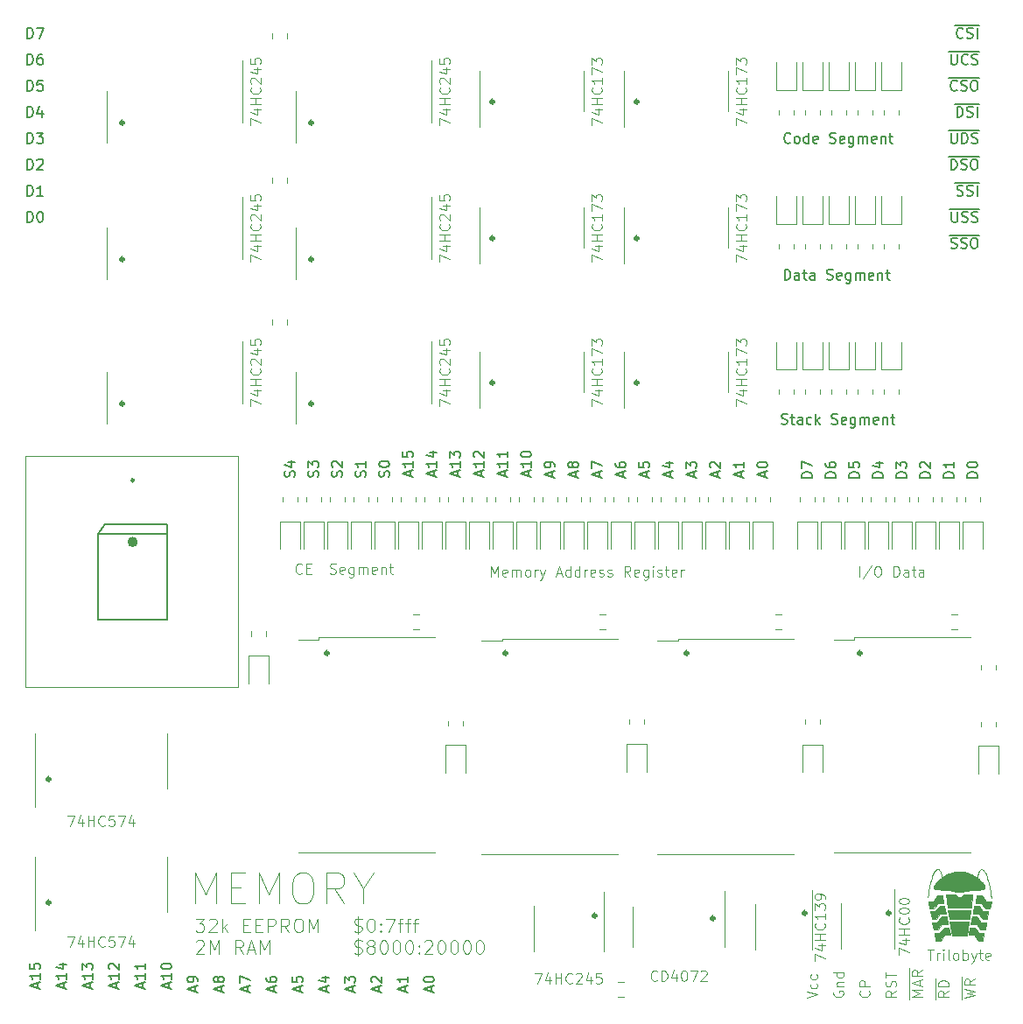
<source format=gbr>
%TF.GenerationSoftware,KiCad,Pcbnew,(6.0.0-0)*%
%TF.CreationDate,2022-03-10T23:02:48-05:00*%
%TF.ProjectId,memory,6d656d6f-7279-42e6-9b69-6361645f7063,rev?*%
%TF.SameCoordinates,Original*%
%TF.FileFunction,Legend,Top*%
%TF.FilePolarity,Positive*%
%FSLAX46Y46*%
G04 Gerber Fmt 4.6, Leading zero omitted, Abs format (unit mm)*
G04 Created by KiCad (PCBNEW (6.0.0-0)) date 2022-03-10 23:02:48*
%MOMM*%
%LPD*%
G01*
G04 APERTURE LIST*
%ADD10C,0.329000*%
%ADD11C,0.150000*%
%ADD12C,0.100000*%
%ADD13C,0.120000*%
%ADD14C,0.026458*%
%ADD15C,0.500000*%
%ADD16C,0.250000*%
G04 APERTURE END LIST*
D10*
X113956500Y-49530000D02*
G75*
G03*
X113956500Y-49530000I-164500J0D01*
G01*
X131482500Y-47498000D02*
G75*
G03*
X131482500Y-47498000I-164500J0D01*
G01*
X152818500Y-113284000D02*
G75*
G03*
X152818500Y-113284000I-164500J0D01*
G01*
X131482500Y-61468000D02*
G75*
G03*
X131482500Y-61468000I-164500J0D01*
G01*
X131482500Y-34290000D02*
G75*
G03*
X131482500Y-34290000I-164500J0D01*
G01*
X88556500Y-99822000D02*
G75*
G03*
X88556500Y-99822000I-164500J0D01*
G01*
X145452500Y-47498000D02*
G75*
G03*
X145452500Y-47498000I-164500J0D01*
G01*
X95668500Y-49530000D02*
G75*
G03*
X95668500Y-49530000I-164500J0D01*
G01*
X88556500Y-111760000D02*
G75*
G03*
X88556500Y-111760000I-164500J0D01*
G01*
X95668500Y-63500000D02*
G75*
G03*
X95668500Y-63500000I-164500J0D01*
G01*
X161708500Y-112776000D02*
G75*
G03*
X161708500Y-112776000I-164500J0D01*
G01*
X145452500Y-61468000D02*
G75*
G03*
X145452500Y-61468000I-164500J0D01*
G01*
X145452500Y-34290000D02*
G75*
G03*
X145452500Y-34290000I-164500J0D01*
G01*
X95668500Y-36322000D02*
G75*
G03*
X95668500Y-36322000I-164500J0D01*
G01*
X169836500Y-112776000D02*
G75*
G03*
X169836500Y-112776000I-164500J0D01*
G01*
X150278500Y-87630000D02*
G75*
G03*
X150278500Y-87630000I-164500J0D01*
G01*
X141388500Y-113030000D02*
G75*
G03*
X141388500Y-113030000I-164500J0D01*
G01*
X113956500Y-63500000D02*
G75*
G03*
X113956500Y-63500000I-164500J0D01*
G01*
X113956500Y-36322000D02*
G75*
G03*
X113956500Y-36322000I-164500J0D01*
G01*
X167042500Y-87630000D02*
G75*
G03*
X167042500Y-87630000I-164500J0D01*
G01*
X132752500Y-87630000D02*
G75*
G03*
X132752500Y-87630000I-164500J0D01*
G01*
X115480500Y-87630000D02*
G75*
G03*
X115480500Y-87630000I-164500J0D01*
G01*
D11*
X86326214Y-43378380D02*
X86326214Y-42378380D01*
X86564309Y-42378380D01*
X86707166Y-42426000D01*
X86802404Y-42521238D01*
X86850023Y-42616476D01*
X86897642Y-42806952D01*
X86897642Y-42949809D01*
X86850023Y-43140285D01*
X86802404Y-43235523D01*
X86707166Y-43330761D01*
X86564309Y-43378380D01*
X86326214Y-43378380D01*
X87850023Y-43378380D02*
X87278595Y-43378380D01*
X87564309Y-43378380D02*
X87564309Y-42378380D01*
X87469071Y-42521238D01*
X87373833Y-42616476D01*
X87278595Y-42664095D01*
X119022761Y-70578023D02*
X119070380Y-70435166D01*
X119070380Y-70197071D01*
X119022761Y-70101833D01*
X118975142Y-70054214D01*
X118879904Y-70006595D01*
X118784666Y-70006595D01*
X118689428Y-70054214D01*
X118641809Y-70101833D01*
X118594190Y-70197071D01*
X118546571Y-70387547D01*
X118498952Y-70482785D01*
X118451333Y-70530404D01*
X118356095Y-70578023D01*
X118260857Y-70578023D01*
X118165619Y-70530404D01*
X118118000Y-70482785D01*
X118070380Y-70387547D01*
X118070380Y-70149452D01*
X118118000Y-70006595D01*
X119070380Y-69054214D02*
X119070380Y-69625642D01*
X119070380Y-69339928D02*
X118070380Y-69339928D01*
X118213238Y-69435166D01*
X118308476Y-69530404D01*
X118356095Y-69625642D01*
D12*
X176716000Y-121093000D02*
X176716000Y-119950142D01*
X176998380Y-120950142D02*
X177998380Y-120712047D01*
X177284095Y-120521571D01*
X177998380Y-120331095D01*
X176998380Y-120093000D01*
X176716000Y-119950142D02*
X176716000Y-118950142D01*
X177998380Y-119140619D02*
X177522190Y-119473952D01*
X177998380Y-119712047D02*
X176998380Y-119712047D01*
X176998380Y-119331095D01*
X177046000Y-119235857D01*
X177093619Y-119188238D01*
X177188857Y-119140619D01*
X177331714Y-119140619D01*
X177426952Y-119188238D01*
X177474571Y-119235857D01*
X177522190Y-119331095D01*
X177522190Y-119712047D01*
D11*
X164536380Y-70645785D02*
X163536380Y-70645785D01*
X163536380Y-70407690D01*
X163584000Y-70264833D01*
X163679238Y-70169595D01*
X163774476Y-70121976D01*
X163964952Y-70074357D01*
X164107809Y-70074357D01*
X164298285Y-70121976D01*
X164393523Y-70169595D01*
X164488761Y-70264833D01*
X164536380Y-70407690D01*
X164536380Y-70645785D01*
X163536380Y-69217214D02*
X163536380Y-69407690D01*
X163584000Y-69502928D01*
X163631619Y-69550547D01*
X163774476Y-69645785D01*
X163964952Y-69693404D01*
X164345904Y-69693404D01*
X164441142Y-69645785D01*
X164488761Y-69598166D01*
X164536380Y-69502928D01*
X164536380Y-69312452D01*
X164488761Y-69217214D01*
X164441142Y-69169595D01*
X164345904Y-69121976D01*
X164107809Y-69121976D01*
X164012571Y-69169595D01*
X163964952Y-69217214D01*
X163917333Y-69312452D01*
X163917333Y-69502928D01*
X163964952Y-69598166D01*
X164012571Y-69645785D01*
X164107809Y-69693404D01*
X157646666Y-70550547D02*
X157646666Y-70074357D01*
X157932380Y-70645785D02*
X156932380Y-70312452D01*
X157932380Y-69979119D01*
X156932380Y-69455309D02*
X156932380Y-69360071D01*
X156980000Y-69264833D01*
X157027619Y-69217214D01*
X157122857Y-69169595D01*
X157313333Y-69121976D01*
X157551428Y-69121976D01*
X157741904Y-69169595D01*
X157837142Y-69217214D01*
X157884761Y-69264833D01*
X157932380Y-69360071D01*
X157932380Y-69455309D01*
X157884761Y-69550547D01*
X157837142Y-69598166D01*
X157741904Y-69645785D01*
X157551428Y-69693404D01*
X157313333Y-69693404D01*
X157122857Y-69645785D01*
X157027619Y-69598166D01*
X156980000Y-69550547D01*
X156932380Y-69455309D01*
D12*
X131200095Y-80208380D02*
X131200095Y-79208380D01*
X131533428Y-79922666D01*
X131866761Y-79208380D01*
X131866761Y-80208380D01*
X132723904Y-80160761D02*
X132628666Y-80208380D01*
X132438190Y-80208380D01*
X132342952Y-80160761D01*
X132295333Y-80065523D01*
X132295333Y-79684571D01*
X132342952Y-79589333D01*
X132438190Y-79541714D01*
X132628666Y-79541714D01*
X132723904Y-79589333D01*
X132771523Y-79684571D01*
X132771523Y-79779809D01*
X132295333Y-79875047D01*
X133200095Y-80208380D02*
X133200095Y-79541714D01*
X133200095Y-79636952D02*
X133247714Y-79589333D01*
X133342952Y-79541714D01*
X133485809Y-79541714D01*
X133581047Y-79589333D01*
X133628666Y-79684571D01*
X133628666Y-80208380D01*
X133628666Y-79684571D02*
X133676285Y-79589333D01*
X133771523Y-79541714D01*
X133914380Y-79541714D01*
X134009619Y-79589333D01*
X134057238Y-79684571D01*
X134057238Y-80208380D01*
X134676285Y-80208380D02*
X134581047Y-80160761D01*
X134533428Y-80113142D01*
X134485809Y-80017904D01*
X134485809Y-79732190D01*
X134533428Y-79636952D01*
X134581047Y-79589333D01*
X134676285Y-79541714D01*
X134819142Y-79541714D01*
X134914380Y-79589333D01*
X134962000Y-79636952D01*
X135009619Y-79732190D01*
X135009619Y-80017904D01*
X134962000Y-80113142D01*
X134914380Y-80160761D01*
X134819142Y-80208380D01*
X134676285Y-80208380D01*
X135438190Y-80208380D02*
X135438190Y-79541714D01*
X135438190Y-79732190D02*
X135485809Y-79636952D01*
X135533428Y-79589333D01*
X135628666Y-79541714D01*
X135723904Y-79541714D01*
X135962000Y-79541714D02*
X136200095Y-80208380D01*
X136438190Y-79541714D02*
X136200095Y-80208380D01*
X136104857Y-80446476D01*
X136057238Y-80494095D01*
X135962000Y-80541714D01*
X137533428Y-79922666D02*
X138009619Y-79922666D01*
X137438190Y-80208380D02*
X137771523Y-79208380D01*
X138104857Y-80208380D01*
X138866761Y-80208380D02*
X138866761Y-79208380D01*
X138866761Y-80160761D02*
X138771523Y-80208380D01*
X138581047Y-80208380D01*
X138485809Y-80160761D01*
X138438190Y-80113142D01*
X138390571Y-80017904D01*
X138390571Y-79732190D01*
X138438190Y-79636952D01*
X138485809Y-79589333D01*
X138581047Y-79541714D01*
X138771523Y-79541714D01*
X138866761Y-79589333D01*
X139771523Y-80208380D02*
X139771523Y-79208380D01*
X139771523Y-80160761D02*
X139676285Y-80208380D01*
X139485809Y-80208380D01*
X139390571Y-80160761D01*
X139342952Y-80113142D01*
X139295333Y-80017904D01*
X139295333Y-79732190D01*
X139342952Y-79636952D01*
X139390571Y-79589333D01*
X139485809Y-79541714D01*
X139676285Y-79541714D01*
X139771523Y-79589333D01*
X140247714Y-80208380D02*
X140247714Y-79541714D01*
X140247714Y-79732190D02*
X140295333Y-79636952D01*
X140342952Y-79589333D01*
X140438190Y-79541714D01*
X140533428Y-79541714D01*
X141247714Y-80160761D02*
X141152476Y-80208380D01*
X140962000Y-80208380D01*
X140866761Y-80160761D01*
X140819142Y-80065523D01*
X140819142Y-79684571D01*
X140866761Y-79589333D01*
X140962000Y-79541714D01*
X141152476Y-79541714D01*
X141247714Y-79589333D01*
X141295333Y-79684571D01*
X141295333Y-79779809D01*
X140819142Y-79875047D01*
X141676285Y-80160761D02*
X141771523Y-80208380D01*
X141962000Y-80208380D01*
X142057238Y-80160761D01*
X142104857Y-80065523D01*
X142104857Y-80017904D01*
X142057238Y-79922666D01*
X141962000Y-79875047D01*
X141819142Y-79875047D01*
X141723904Y-79827428D01*
X141676285Y-79732190D01*
X141676285Y-79684571D01*
X141723904Y-79589333D01*
X141819142Y-79541714D01*
X141962000Y-79541714D01*
X142057238Y-79589333D01*
X142485809Y-80160761D02*
X142581047Y-80208380D01*
X142771523Y-80208380D01*
X142866761Y-80160761D01*
X142914380Y-80065523D01*
X142914380Y-80017904D01*
X142866761Y-79922666D01*
X142771523Y-79875047D01*
X142628666Y-79875047D01*
X142533428Y-79827428D01*
X142485809Y-79732190D01*
X142485809Y-79684571D01*
X142533428Y-79589333D01*
X142628666Y-79541714D01*
X142771523Y-79541714D01*
X142866761Y-79589333D01*
X144676285Y-80208380D02*
X144342952Y-79732190D01*
X144104857Y-80208380D02*
X144104857Y-79208380D01*
X144485809Y-79208380D01*
X144581047Y-79256000D01*
X144628666Y-79303619D01*
X144676285Y-79398857D01*
X144676285Y-79541714D01*
X144628666Y-79636952D01*
X144581047Y-79684571D01*
X144485809Y-79732190D01*
X144104857Y-79732190D01*
X145485809Y-80160761D02*
X145390571Y-80208380D01*
X145200095Y-80208380D01*
X145104857Y-80160761D01*
X145057238Y-80065523D01*
X145057238Y-79684571D01*
X145104857Y-79589333D01*
X145200095Y-79541714D01*
X145390571Y-79541714D01*
X145485809Y-79589333D01*
X145533428Y-79684571D01*
X145533428Y-79779809D01*
X145057238Y-79875047D01*
X146390571Y-79541714D02*
X146390571Y-80351238D01*
X146342952Y-80446476D01*
X146295333Y-80494095D01*
X146200095Y-80541714D01*
X146057238Y-80541714D01*
X145962000Y-80494095D01*
X146390571Y-80160761D02*
X146295333Y-80208380D01*
X146104857Y-80208380D01*
X146009619Y-80160761D01*
X145962000Y-80113142D01*
X145914380Y-80017904D01*
X145914380Y-79732190D01*
X145962000Y-79636952D01*
X146009619Y-79589333D01*
X146104857Y-79541714D01*
X146295333Y-79541714D01*
X146390571Y-79589333D01*
X146866761Y-80208380D02*
X146866761Y-79541714D01*
X146866761Y-79208380D02*
X146819142Y-79256000D01*
X146866761Y-79303619D01*
X146914380Y-79256000D01*
X146866761Y-79208380D01*
X146866761Y-79303619D01*
X147295333Y-80160761D02*
X147390571Y-80208380D01*
X147581047Y-80208380D01*
X147676285Y-80160761D01*
X147723904Y-80065523D01*
X147723904Y-80017904D01*
X147676285Y-79922666D01*
X147581047Y-79875047D01*
X147438190Y-79875047D01*
X147342952Y-79827428D01*
X147295333Y-79732190D01*
X147295333Y-79684571D01*
X147342952Y-79589333D01*
X147438190Y-79541714D01*
X147581047Y-79541714D01*
X147676285Y-79589333D01*
X148009619Y-79541714D02*
X148390571Y-79541714D01*
X148152476Y-79208380D02*
X148152476Y-80065523D01*
X148200095Y-80160761D01*
X148295333Y-80208380D01*
X148390571Y-80208380D01*
X149104857Y-80160761D02*
X149009619Y-80208380D01*
X148819142Y-80208380D01*
X148723904Y-80160761D01*
X148676285Y-80065523D01*
X148676285Y-79684571D01*
X148723904Y-79589333D01*
X148819142Y-79541714D01*
X149009619Y-79541714D01*
X149104857Y-79589333D01*
X149152476Y-79684571D01*
X149152476Y-79779809D01*
X148676285Y-79875047D01*
X149581047Y-80208380D02*
X149581047Y-79541714D01*
X149581047Y-79732190D02*
X149628666Y-79636952D01*
X149676285Y-79589333D01*
X149771523Y-79541714D01*
X149866761Y-79541714D01*
D11*
X178252380Y-70645785D02*
X177252380Y-70645785D01*
X177252380Y-70407690D01*
X177300000Y-70264833D01*
X177395238Y-70169595D01*
X177490476Y-70121976D01*
X177680952Y-70074357D01*
X177823809Y-70074357D01*
X178014285Y-70121976D01*
X178109523Y-70169595D01*
X178204761Y-70264833D01*
X178252380Y-70407690D01*
X178252380Y-70645785D01*
X177252380Y-69455309D02*
X177252380Y-69360071D01*
X177300000Y-69264833D01*
X177347619Y-69217214D01*
X177442857Y-69169595D01*
X177633333Y-69121976D01*
X177871428Y-69121976D01*
X178061904Y-69169595D01*
X178157142Y-69217214D01*
X178204761Y-69264833D01*
X178252380Y-69360071D01*
X178252380Y-69455309D01*
X178204761Y-69550547D01*
X178157142Y-69598166D01*
X178061904Y-69645785D01*
X177871428Y-69693404D01*
X177633333Y-69693404D01*
X177442857Y-69645785D01*
X177347619Y-69598166D01*
X177300000Y-69550547D01*
X177252380Y-69455309D01*
X121308761Y-70578023D02*
X121356380Y-70435166D01*
X121356380Y-70197071D01*
X121308761Y-70101833D01*
X121261142Y-70054214D01*
X121165904Y-70006595D01*
X121070666Y-70006595D01*
X120975428Y-70054214D01*
X120927809Y-70101833D01*
X120880190Y-70197071D01*
X120832571Y-70387547D01*
X120784952Y-70482785D01*
X120737333Y-70530404D01*
X120642095Y-70578023D01*
X120546857Y-70578023D01*
X120451619Y-70530404D01*
X120404000Y-70482785D01*
X120356380Y-70387547D01*
X120356380Y-70149452D01*
X120404000Y-70006595D01*
X120356380Y-69387547D02*
X120356380Y-69292309D01*
X120404000Y-69197071D01*
X120451619Y-69149452D01*
X120546857Y-69101833D01*
X120737333Y-69054214D01*
X120975428Y-69054214D01*
X121165904Y-69101833D01*
X121261142Y-69149452D01*
X121308761Y-69197071D01*
X121356380Y-69292309D01*
X121356380Y-69387547D01*
X121308761Y-69482785D01*
X121261142Y-69530404D01*
X121165904Y-69578023D01*
X120975428Y-69625642D01*
X120737333Y-69625642D01*
X120546857Y-69578023D01*
X120451619Y-69530404D01*
X120404000Y-69482785D01*
X120356380Y-69387547D01*
X159291976Y-65428761D02*
X159434833Y-65476380D01*
X159672928Y-65476380D01*
X159768166Y-65428761D01*
X159815785Y-65381142D01*
X159863404Y-65285904D01*
X159863404Y-65190666D01*
X159815785Y-65095428D01*
X159768166Y-65047809D01*
X159672928Y-65000190D01*
X159482452Y-64952571D01*
X159387214Y-64904952D01*
X159339595Y-64857333D01*
X159291976Y-64762095D01*
X159291976Y-64666857D01*
X159339595Y-64571619D01*
X159387214Y-64524000D01*
X159482452Y-64476380D01*
X159720547Y-64476380D01*
X159863404Y-64524000D01*
X160149119Y-64809714D02*
X160530071Y-64809714D01*
X160291976Y-64476380D02*
X160291976Y-65333523D01*
X160339595Y-65428761D01*
X160434833Y-65476380D01*
X160530071Y-65476380D01*
X161291976Y-65476380D02*
X161291976Y-64952571D01*
X161244357Y-64857333D01*
X161149119Y-64809714D01*
X160958642Y-64809714D01*
X160863404Y-64857333D01*
X161291976Y-65428761D02*
X161196738Y-65476380D01*
X160958642Y-65476380D01*
X160863404Y-65428761D01*
X160815785Y-65333523D01*
X160815785Y-65238285D01*
X160863404Y-65143047D01*
X160958642Y-65095428D01*
X161196738Y-65095428D01*
X161291976Y-65047809D01*
X162196738Y-65428761D02*
X162101500Y-65476380D01*
X161911023Y-65476380D01*
X161815785Y-65428761D01*
X161768166Y-65381142D01*
X161720547Y-65285904D01*
X161720547Y-65000190D01*
X161768166Y-64904952D01*
X161815785Y-64857333D01*
X161911023Y-64809714D01*
X162101500Y-64809714D01*
X162196738Y-64857333D01*
X162625309Y-65476380D02*
X162625309Y-64476380D01*
X162720547Y-65095428D02*
X163006261Y-65476380D01*
X163006261Y-64809714D02*
X162625309Y-65190666D01*
X164149119Y-65428761D02*
X164291976Y-65476380D01*
X164530071Y-65476380D01*
X164625309Y-65428761D01*
X164672928Y-65381142D01*
X164720547Y-65285904D01*
X164720547Y-65190666D01*
X164672928Y-65095428D01*
X164625309Y-65047809D01*
X164530071Y-65000190D01*
X164339595Y-64952571D01*
X164244357Y-64904952D01*
X164196738Y-64857333D01*
X164149119Y-64762095D01*
X164149119Y-64666857D01*
X164196738Y-64571619D01*
X164244357Y-64524000D01*
X164339595Y-64476380D01*
X164577690Y-64476380D01*
X164720547Y-64524000D01*
X165530071Y-65428761D02*
X165434833Y-65476380D01*
X165244357Y-65476380D01*
X165149119Y-65428761D01*
X165101500Y-65333523D01*
X165101500Y-64952571D01*
X165149119Y-64857333D01*
X165244357Y-64809714D01*
X165434833Y-64809714D01*
X165530071Y-64857333D01*
X165577690Y-64952571D01*
X165577690Y-65047809D01*
X165101500Y-65143047D01*
X166434833Y-64809714D02*
X166434833Y-65619238D01*
X166387214Y-65714476D01*
X166339595Y-65762095D01*
X166244357Y-65809714D01*
X166101500Y-65809714D01*
X166006261Y-65762095D01*
X166434833Y-65428761D02*
X166339595Y-65476380D01*
X166149119Y-65476380D01*
X166053880Y-65428761D01*
X166006261Y-65381142D01*
X165958642Y-65285904D01*
X165958642Y-65000190D01*
X166006261Y-64904952D01*
X166053880Y-64857333D01*
X166149119Y-64809714D01*
X166339595Y-64809714D01*
X166434833Y-64857333D01*
X166911023Y-65476380D02*
X166911023Y-64809714D01*
X166911023Y-64904952D02*
X166958642Y-64857333D01*
X167053880Y-64809714D01*
X167196738Y-64809714D01*
X167291976Y-64857333D01*
X167339595Y-64952571D01*
X167339595Y-65476380D01*
X167339595Y-64952571D02*
X167387214Y-64857333D01*
X167482452Y-64809714D01*
X167625309Y-64809714D01*
X167720547Y-64857333D01*
X167768166Y-64952571D01*
X167768166Y-65476380D01*
X168625309Y-65428761D02*
X168530071Y-65476380D01*
X168339595Y-65476380D01*
X168244357Y-65428761D01*
X168196738Y-65333523D01*
X168196738Y-64952571D01*
X168244357Y-64857333D01*
X168339595Y-64809714D01*
X168530071Y-64809714D01*
X168625309Y-64857333D01*
X168672928Y-64952571D01*
X168672928Y-65047809D01*
X168196738Y-65143047D01*
X169101500Y-64809714D02*
X169101500Y-65476380D01*
X169101500Y-64904952D02*
X169149119Y-64857333D01*
X169244357Y-64809714D01*
X169387214Y-64809714D01*
X169482452Y-64857333D01*
X169530071Y-64952571D01*
X169530071Y-65476380D01*
X169863404Y-64809714D02*
X170244357Y-64809714D01*
X170006261Y-64476380D02*
X170006261Y-65333523D01*
X170053880Y-65428761D01*
X170149119Y-65476380D01*
X170244357Y-65476380D01*
X99988666Y-120016928D02*
X99988666Y-119540738D01*
X100274380Y-120112166D02*
X99274380Y-119778833D01*
X100274380Y-119445500D01*
X100274380Y-118588357D02*
X100274380Y-119159785D01*
X100274380Y-118874071D02*
X99274380Y-118874071D01*
X99417238Y-118969309D01*
X99512476Y-119064547D01*
X99560095Y-119159785D01*
X99274380Y-117969309D02*
X99274380Y-117874071D01*
X99322000Y-117778833D01*
X99369619Y-117731214D01*
X99464857Y-117683595D01*
X99655333Y-117635976D01*
X99893428Y-117635976D01*
X100083904Y-117683595D01*
X100179142Y-117731214D01*
X100226761Y-117778833D01*
X100274380Y-117874071D01*
X100274380Y-117969309D01*
X100226761Y-118064547D01*
X100179142Y-118112166D01*
X100083904Y-118159785D01*
X99893428Y-118207404D01*
X99655333Y-118207404D01*
X99464857Y-118159785D01*
X99369619Y-118112166D01*
X99322000Y-118064547D01*
X99274380Y-117969309D01*
X120308666Y-120334547D02*
X120308666Y-119858357D01*
X120594380Y-120429785D02*
X119594380Y-120096452D01*
X120594380Y-119763119D01*
X119689619Y-119477404D02*
X119642000Y-119429785D01*
X119594380Y-119334547D01*
X119594380Y-119096452D01*
X119642000Y-119001214D01*
X119689619Y-118953595D01*
X119784857Y-118905976D01*
X119880095Y-118905976D01*
X120022952Y-118953595D01*
X120594380Y-119525023D01*
X120594380Y-118905976D01*
X86326214Y-28138380D02*
X86326214Y-27138380D01*
X86564309Y-27138380D01*
X86707166Y-27186000D01*
X86802404Y-27281238D01*
X86850023Y-27376476D01*
X86897642Y-27566952D01*
X86897642Y-27709809D01*
X86850023Y-27900285D01*
X86802404Y-27995523D01*
X86707166Y-28090761D01*
X86564309Y-28138380D01*
X86326214Y-28138380D01*
X87230976Y-27138380D02*
X87897642Y-27138380D01*
X87469071Y-28138380D01*
D12*
X174176000Y-121093000D02*
X174176000Y-120093000D01*
X175458380Y-120283476D02*
X174982190Y-120616809D01*
X175458380Y-120854904D02*
X174458380Y-120854904D01*
X174458380Y-120473952D01*
X174506000Y-120378714D01*
X174553619Y-120331095D01*
X174648857Y-120283476D01*
X174791714Y-120283476D01*
X174886952Y-120331095D01*
X174934571Y-120378714D01*
X174982190Y-120473952D01*
X174982190Y-120854904D01*
X174176000Y-120093000D02*
X174176000Y-119093000D01*
X175458380Y-119854904D02*
X174458380Y-119854904D01*
X174458380Y-119616809D01*
X174506000Y-119473952D01*
X174601238Y-119378714D01*
X174696476Y-119331095D01*
X174886952Y-119283476D01*
X175029809Y-119283476D01*
X175220285Y-119331095D01*
X175315523Y-119378714D01*
X175410761Y-119473952D01*
X175458380Y-119616809D01*
X175458380Y-119854904D01*
D11*
X123356666Y-70486928D02*
X123356666Y-70010738D01*
X123642380Y-70582166D02*
X122642380Y-70248833D01*
X123642380Y-69915500D01*
X123642380Y-69058357D02*
X123642380Y-69629785D01*
X123642380Y-69344071D02*
X122642380Y-69344071D01*
X122785238Y-69439309D01*
X122880476Y-69534547D01*
X122928095Y-69629785D01*
X122642380Y-68153595D02*
X122642380Y-68629785D01*
X123118571Y-68677404D01*
X123070952Y-68629785D01*
X123023333Y-68534547D01*
X123023333Y-68296452D01*
X123070952Y-68201214D01*
X123118571Y-68153595D01*
X123213809Y-68105976D01*
X123451904Y-68105976D01*
X123547142Y-68153595D01*
X123594761Y-68201214D01*
X123642380Y-68296452D01*
X123642380Y-68534547D01*
X123594761Y-68629785D01*
X123547142Y-68677404D01*
X115228666Y-120334547D02*
X115228666Y-119858357D01*
X115514380Y-120429785D02*
X114514380Y-120096452D01*
X115514380Y-119763119D01*
X114847714Y-119001214D02*
X115514380Y-119001214D01*
X114466761Y-119239309D02*
X115181047Y-119477404D01*
X115181047Y-118858357D01*
X110148666Y-120334547D02*
X110148666Y-119858357D01*
X110434380Y-120429785D02*
X109434380Y-120096452D01*
X110434380Y-119763119D01*
X109434380Y-119001214D02*
X109434380Y-119191690D01*
X109482000Y-119286928D01*
X109529619Y-119334547D01*
X109672476Y-119429785D01*
X109862952Y-119477404D01*
X110243904Y-119477404D01*
X110339142Y-119429785D01*
X110386761Y-119382166D01*
X110434380Y-119286928D01*
X110434380Y-119096452D01*
X110386761Y-119001214D01*
X110339142Y-118953595D01*
X110243904Y-118905976D01*
X110005809Y-118905976D01*
X109910571Y-118953595D01*
X109862952Y-119001214D01*
X109815333Y-119096452D01*
X109815333Y-119286928D01*
X109862952Y-119382166D01*
X109910571Y-119429785D01*
X110005809Y-119477404D01*
X132500666Y-70486928D02*
X132500666Y-70010738D01*
X132786380Y-70582166D02*
X131786380Y-70248833D01*
X132786380Y-69915500D01*
X132786380Y-69058357D02*
X132786380Y-69629785D01*
X132786380Y-69344071D02*
X131786380Y-69344071D01*
X131929238Y-69439309D01*
X132024476Y-69534547D01*
X132072095Y-69629785D01*
X132786380Y-68105976D02*
X132786380Y-68677404D01*
X132786380Y-68391690D02*
X131786380Y-68391690D01*
X131929238Y-68486928D01*
X132024476Y-68582166D01*
X132072095Y-68677404D01*
D12*
X102612714Y-113303595D02*
X103417476Y-113303595D01*
X102984142Y-113798833D01*
X103169857Y-113798833D01*
X103293666Y-113860738D01*
X103355571Y-113922642D01*
X103417476Y-114046452D01*
X103417476Y-114355976D01*
X103355571Y-114479785D01*
X103293666Y-114541690D01*
X103169857Y-114603595D01*
X102798428Y-114603595D01*
X102674619Y-114541690D01*
X102612714Y-114479785D01*
X103912714Y-113427404D02*
X103974619Y-113365500D01*
X104098428Y-113303595D01*
X104407952Y-113303595D01*
X104531761Y-113365500D01*
X104593666Y-113427404D01*
X104655571Y-113551214D01*
X104655571Y-113675023D01*
X104593666Y-113860738D01*
X103850809Y-114603595D01*
X104655571Y-114603595D01*
X105212714Y-114603595D02*
X105212714Y-113303595D01*
X105336523Y-114108357D02*
X105707952Y-114603595D01*
X105707952Y-113736928D02*
X105212714Y-114232166D01*
X107255571Y-113922642D02*
X107688904Y-113922642D01*
X107874619Y-114603595D02*
X107255571Y-114603595D01*
X107255571Y-113303595D01*
X107874619Y-113303595D01*
X108431761Y-113922642D02*
X108865095Y-113922642D01*
X109050809Y-114603595D02*
X108431761Y-114603595D01*
X108431761Y-113303595D01*
X109050809Y-113303595D01*
X109607952Y-114603595D02*
X109607952Y-113303595D01*
X110103190Y-113303595D01*
X110227000Y-113365500D01*
X110288904Y-113427404D01*
X110350809Y-113551214D01*
X110350809Y-113736928D01*
X110288904Y-113860738D01*
X110227000Y-113922642D01*
X110103190Y-113984547D01*
X109607952Y-113984547D01*
X111650809Y-114603595D02*
X111217476Y-113984547D01*
X110907952Y-114603595D02*
X110907952Y-113303595D01*
X111403190Y-113303595D01*
X111527000Y-113365500D01*
X111588904Y-113427404D01*
X111650809Y-113551214D01*
X111650809Y-113736928D01*
X111588904Y-113860738D01*
X111527000Y-113922642D01*
X111403190Y-113984547D01*
X110907952Y-113984547D01*
X112455571Y-113303595D02*
X112703190Y-113303595D01*
X112827000Y-113365500D01*
X112950809Y-113489309D01*
X113012714Y-113736928D01*
X113012714Y-114170261D01*
X112950809Y-114417880D01*
X112827000Y-114541690D01*
X112703190Y-114603595D01*
X112455571Y-114603595D01*
X112331761Y-114541690D01*
X112207952Y-114417880D01*
X112146047Y-114170261D01*
X112146047Y-113736928D01*
X112207952Y-113489309D01*
X112331761Y-113365500D01*
X112455571Y-113303595D01*
X113569857Y-114603595D02*
X113569857Y-113303595D01*
X114003190Y-114232166D01*
X114436523Y-113303595D01*
X114436523Y-114603595D01*
X117965095Y-114541690D02*
X118150809Y-114603595D01*
X118460333Y-114603595D01*
X118584142Y-114541690D01*
X118646047Y-114479785D01*
X118707952Y-114355976D01*
X118707952Y-114232166D01*
X118646047Y-114108357D01*
X118584142Y-114046452D01*
X118460333Y-113984547D01*
X118212714Y-113922642D01*
X118088904Y-113860738D01*
X118027000Y-113798833D01*
X117965095Y-113675023D01*
X117965095Y-113551214D01*
X118027000Y-113427404D01*
X118088904Y-113365500D01*
X118212714Y-113303595D01*
X118522238Y-113303595D01*
X118707952Y-113365500D01*
X118336523Y-113117880D02*
X118336523Y-114789309D01*
X119512714Y-113303595D02*
X119636523Y-113303595D01*
X119760333Y-113365500D01*
X119822238Y-113427404D01*
X119884142Y-113551214D01*
X119946047Y-113798833D01*
X119946047Y-114108357D01*
X119884142Y-114355976D01*
X119822238Y-114479785D01*
X119760333Y-114541690D01*
X119636523Y-114603595D01*
X119512714Y-114603595D01*
X119388904Y-114541690D01*
X119327000Y-114479785D01*
X119265095Y-114355976D01*
X119203190Y-114108357D01*
X119203190Y-113798833D01*
X119265095Y-113551214D01*
X119327000Y-113427404D01*
X119388904Y-113365500D01*
X119512714Y-113303595D01*
X120503190Y-114479785D02*
X120565095Y-114541690D01*
X120503190Y-114603595D01*
X120441285Y-114541690D01*
X120503190Y-114479785D01*
X120503190Y-114603595D01*
X120503190Y-113798833D02*
X120565095Y-113860738D01*
X120503190Y-113922642D01*
X120441285Y-113860738D01*
X120503190Y-113798833D01*
X120503190Y-113922642D01*
X120998428Y-113303595D02*
X121865095Y-113303595D01*
X121307952Y-114603595D01*
X122174619Y-113736928D02*
X122669857Y-113736928D01*
X122360333Y-114603595D02*
X122360333Y-113489309D01*
X122422238Y-113365500D01*
X122546047Y-113303595D01*
X122669857Y-113303595D01*
X122917476Y-113736928D02*
X123412714Y-113736928D01*
X123103190Y-114603595D02*
X123103190Y-113489309D01*
X123165095Y-113365500D01*
X123288904Y-113303595D01*
X123412714Y-113303595D01*
X123660333Y-113736928D02*
X124155571Y-113736928D01*
X123846047Y-114603595D02*
X123846047Y-113489309D01*
X123907952Y-113365500D01*
X124031761Y-113303595D01*
X124155571Y-113303595D01*
X102674619Y-115520404D02*
X102736523Y-115458500D01*
X102860333Y-115396595D01*
X103169857Y-115396595D01*
X103293666Y-115458500D01*
X103355571Y-115520404D01*
X103417476Y-115644214D01*
X103417476Y-115768023D01*
X103355571Y-115953738D01*
X102612714Y-116696595D01*
X103417476Y-116696595D01*
X103974619Y-116696595D02*
X103974619Y-115396595D01*
X104407952Y-116325166D01*
X104841285Y-115396595D01*
X104841285Y-116696595D01*
X107193666Y-116696595D02*
X106760333Y-116077547D01*
X106450809Y-116696595D02*
X106450809Y-115396595D01*
X106946047Y-115396595D01*
X107069857Y-115458500D01*
X107131761Y-115520404D01*
X107193666Y-115644214D01*
X107193666Y-115829928D01*
X107131761Y-115953738D01*
X107069857Y-116015642D01*
X106946047Y-116077547D01*
X106450809Y-116077547D01*
X107688904Y-116325166D02*
X108307952Y-116325166D01*
X107565095Y-116696595D02*
X107998428Y-115396595D01*
X108431761Y-116696595D01*
X108865095Y-116696595D02*
X108865095Y-115396595D01*
X109298428Y-116325166D01*
X109731761Y-115396595D01*
X109731761Y-116696595D01*
X117965095Y-116634690D02*
X118150809Y-116696595D01*
X118460333Y-116696595D01*
X118584142Y-116634690D01*
X118646047Y-116572785D01*
X118707952Y-116448976D01*
X118707952Y-116325166D01*
X118646047Y-116201357D01*
X118584142Y-116139452D01*
X118460333Y-116077547D01*
X118212714Y-116015642D01*
X118088904Y-115953738D01*
X118027000Y-115891833D01*
X117965095Y-115768023D01*
X117965095Y-115644214D01*
X118027000Y-115520404D01*
X118088904Y-115458500D01*
X118212714Y-115396595D01*
X118522238Y-115396595D01*
X118707952Y-115458500D01*
X118336523Y-115210880D02*
X118336523Y-116882309D01*
X119450809Y-115953738D02*
X119327000Y-115891833D01*
X119265095Y-115829928D01*
X119203190Y-115706119D01*
X119203190Y-115644214D01*
X119265095Y-115520404D01*
X119327000Y-115458500D01*
X119450809Y-115396595D01*
X119698428Y-115396595D01*
X119822238Y-115458500D01*
X119884142Y-115520404D01*
X119946047Y-115644214D01*
X119946047Y-115706119D01*
X119884142Y-115829928D01*
X119822238Y-115891833D01*
X119698428Y-115953738D01*
X119450809Y-115953738D01*
X119327000Y-116015642D01*
X119265095Y-116077547D01*
X119203190Y-116201357D01*
X119203190Y-116448976D01*
X119265095Y-116572785D01*
X119327000Y-116634690D01*
X119450809Y-116696595D01*
X119698428Y-116696595D01*
X119822238Y-116634690D01*
X119884142Y-116572785D01*
X119946047Y-116448976D01*
X119946047Y-116201357D01*
X119884142Y-116077547D01*
X119822238Y-116015642D01*
X119698428Y-115953738D01*
X120750809Y-115396595D02*
X120874619Y-115396595D01*
X120998428Y-115458500D01*
X121060333Y-115520404D01*
X121122238Y-115644214D01*
X121184142Y-115891833D01*
X121184142Y-116201357D01*
X121122238Y-116448976D01*
X121060333Y-116572785D01*
X120998428Y-116634690D01*
X120874619Y-116696595D01*
X120750809Y-116696595D01*
X120627000Y-116634690D01*
X120565095Y-116572785D01*
X120503190Y-116448976D01*
X120441285Y-116201357D01*
X120441285Y-115891833D01*
X120503190Y-115644214D01*
X120565095Y-115520404D01*
X120627000Y-115458500D01*
X120750809Y-115396595D01*
X121988904Y-115396595D02*
X122112714Y-115396595D01*
X122236523Y-115458500D01*
X122298428Y-115520404D01*
X122360333Y-115644214D01*
X122422238Y-115891833D01*
X122422238Y-116201357D01*
X122360333Y-116448976D01*
X122298428Y-116572785D01*
X122236523Y-116634690D01*
X122112714Y-116696595D01*
X121988904Y-116696595D01*
X121865095Y-116634690D01*
X121803190Y-116572785D01*
X121741285Y-116448976D01*
X121679380Y-116201357D01*
X121679380Y-115891833D01*
X121741285Y-115644214D01*
X121803190Y-115520404D01*
X121865095Y-115458500D01*
X121988904Y-115396595D01*
X123227000Y-115396595D02*
X123350809Y-115396595D01*
X123474619Y-115458500D01*
X123536523Y-115520404D01*
X123598428Y-115644214D01*
X123660333Y-115891833D01*
X123660333Y-116201357D01*
X123598428Y-116448976D01*
X123536523Y-116572785D01*
X123474619Y-116634690D01*
X123350809Y-116696595D01*
X123227000Y-116696595D01*
X123103190Y-116634690D01*
X123041285Y-116572785D01*
X122979380Y-116448976D01*
X122917476Y-116201357D01*
X122917476Y-115891833D01*
X122979380Y-115644214D01*
X123041285Y-115520404D01*
X123103190Y-115458500D01*
X123227000Y-115396595D01*
X124217476Y-116572785D02*
X124279380Y-116634690D01*
X124217476Y-116696595D01*
X124155571Y-116634690D01*
X124217476Y-116572785D01*
X124217476Y-116696595D01*
X124217476Y-115891833D02*
X124279380Y-115953738D01*
X124217476Y-116015642D01*
X124155571Y-115953738D01*
X124217476Y-115891833D01*
X124217476Y-116015642D01*
X124774619Y-115520404D02*
X124836523Y-115458500D01*
X124960333Y-115396595D01*
X125269857Y-115396595D01*
X125393666Y-115458500D01*
X125455571Y-115520404D01*
X125517476Y-115644214D01*
X125517476Y-115768023D01*
X125455571Y-115953738D01*
X124712714Y-116696595D01*
X125517476Y-116696595D01*
X126322238Y-115396595D02*
X126446047Y-115396595D01*
X126569857Y-115458500D01*
X126631761Y-115520404D01*
X126693666Y-115644214D01*
X126755571Y-115891833D01*
X126755571Y-116201357D01*
X126693666Y-116448976D01*
X126631761Y-116572785D01*
X126569857Y-116634690D01*
X126446047Y-116696595D01*
X126322238Y-116696595D01*
X126198428Y-116634690D01*
X126136523Y-116572785D01*
X126074619Y-116448976D01*
X126012714Y-116201357D01*
X126012714Y-115891833D01*
X126074619Y-115644214D01*
X126136523Y-115520404D01*
X126198428Y-115458500D01*
X126322238Y-115396595D01*
X127560333Y-115396595D02*
X127684142Y-115396595D01*
X127807952Y-115458500D01*
X127869857Y-115520404D01*
X127931761Y-115644214D01*
X127993666Y-115891833D01*
X127993666Y-116201357D01*
X127931761Y-116448976D01*
X127869857Y-116572785D01*
X127807952Y-116634690D01*
X127684142Y-116696595D01*
X127560333Y-116696595D01*
X127436523Y-116634690D01*
X127374619Y-116572785D01*
X127312714Y-116448976D01*
X127250809Y-116201357D01*
X127250809Y-115891833D01*
X127312714Y-115644214D01*
X127374619Y-115520404D01*
X127436523Y-115458500D01*
X127560333Y-115396595D01*
X128798428Y-115396595D02*
X128922238Y-115396595D01*
X129046047Y-115458500D01*
X129107952Y-115520404D01*
X129169857Y-115644214D01*
X129231761Y-115891833D01*
X129231761Y-116201357D01*
X129169857Y-116448976D01*
X129107952Y-116572785D01*
X129046047Y-116634690D01*
X128922238Y-116696595D01*
X128798428Y-116696595D01*
X128674619Y-116634690D01*
X128612714Y-116572785D01*
X128550809Y-116448976D01*
X128488904Y-116201357D01*
X128488904Y-115891833D01*
X128550809Y-115644214D01*
X128612714Y-115520404D01*
X128674619Y-115458500D01*
X128798428Y-115396595D01*
X130036523Y-115396595D02*
X130160333Y-115396595D01*
X130284142Y-115458500D01*
X130346047Y-115520404D01*
X130407952Y-115644214D01*
X130469857Y-115891833D01*
X130469857Y-116201357D01*
X130407952Y-116448976D01*
X130346047Y-116572785D01*
X130284142Y-116634690D01*
X130160333Y-116696595D01*
X130036523Y-116696595D01*
X129912714Y-116634690D01*
X129850809Y-116572785D01*
X129788904Y-116448976D01*
X129727000Y-116201357D01*
X129727000Y-115891833D01*
X129788904Y-115644214D01*
X129850809Y-115520404D01*
X129912714Y-115458500D01*
X130036523Y-115396595D01*
D11*
X175512119Y-47176000D02*
X176464500Y-47176000D01*
X175702595Y-48410761D02*
X175845452Y-48458380D01*
X176083547Y-48458380D01*
X176178785Y-48410761D01*
X176226404Y-48363142D01*
X176274023Y-48267904D01*
X176274023Y-48172666D01*
X176226404Y-48077428D01*
X176178785Y-48029809D01*
X176083547Y-47982190D01*
X175893071Y-47934571D01*
X175797833Y-47886952D01*
X175750214Y-47839333D01*
X175702595Y-47744095D01*
X175702595Y-47648857D01*
X175750214Y-47553619D01*
X175797833Y-47506000D01*
X175893071Y-47458380D01*
X176131166Y-47458380D01*
X176274023Y-47506000D01*
X176464500Y-47176000D02*
X177416880Y-47176000D01*
X176654976Y-48410761D02*
X176797833Y-48458380D01*
X177035928Y-48458380D01*
X177131166Y-48410761D01*
X177178785Y-48363142D01*
X177226404Y-48267904D01*
X177226404Y-48172666D01*
X177178785Y-48077428D01*
X177131166Y-48029809D01*
X177035928Y-47982190D01*
X176845452Y-47934571D01*
X176750214Y-47886952D01*
X176702595Y-47839333D01*
X176654976Y-47744095D01*
X176654976Y-47648857D01*
X176702595Y-47553619D01*
X176750214Y-47506000D01*
X176845452Y-47458380D01*
X177083547Y-47458380D01*
X177226404Y-47506000D01*
X177416880Y-47176000D02*
X178464500Y-47176000D01*
X177845452Y-47458380D02*
X178035928Y-47458380D01*
X178131166Y-47506000D01*
X178226404Y-47601238D01*
X178274023Y-47791714D01*
X178274023Y-48125047D01*
X178226404Y-48315523D01*
X178131166Y-48410761D01*
X178035928Y-48458380D01*
X177845452Y-48458380D01*
X177750214Y-48410761D01*
X177654976Y-48315523D01*
X177607357Y-48125047D01*
X177607357Y-47791714D01*
X177654976Y-47601238D01*
X177750214Y-47506000D01*
X177845452Y-47458380D01*
D12*
X170378380Y-120283476D02*
X169902190Y-120616809D01*
X170378380Y-120854904D02*
X169378380Y-120854904D01*
X169378380Y-120473952D01*
X169426000Y-120378714D01*
X169473619Y-120331095D01*
X169568857Y-120283476D01*
X169711714Y-120283476D01*
X169806952Y-120331095D01*
X169854571Y-120378714D01*
X169902190Y-120473952D01*
X169902190Y-120854904D01*
X170330761Y-119902523D02*
X170378380Y-119759666D01*
X170378380Y-119521571D01*
X170330761Y-119426333D01*
X170283142Y-119378714D01*
X170187904Y-119331095D01*
X170092666Y-119331095D01*
X169997428Y-119378714D01*
X169949809Y-119426333D01*
X169902190Y-119521571D01*
X169854571Y-119712047D01*
X169806952Y-119807285D01*
X169759333Y-119854904D01*
X169664095Y-119902523D01*
X169568857Y-119902523D01*
X169473619Y-119854904D01*
X169426000Y-119807285D01*
X169378380Y-119712047D01*
X169378380Y-119473952D01*
X169426000Y-119331095D01*
X169378380Y-119045380D02*
X169378380Y-118473952D01*
X170378380Y-118759666D02*
X169378380Y-118759666D01*
X140930380Y-63713904D02*
X140930380Y-63047238D01*
X141930380Y-63475809D01*
X141263714Y-62237714D02*
X141930380Y-62237714D01*
X140882761Y-62475809D02*
X141597047Y-62713904D01*
X141597047Y-62094857D01*
X141930380Y-61713904D02*
X140930380Y-61713904D01*
X141406571Y-61713904D02*
X141406571Y-61142476D01*
X141930380Y-61142476D02*
X140930380Y-61142476D01*
X141835142Y-60094857D02*
X141882761Y-60142476D01*
X141930380Y-60285333D01*
X141930380Y-60380571D01*
X141882761Y-60523428D01*
X141787523Y-60618666D01*
X141692285Y-60666285D01*
X141501809Y-60713904D01*
X141358952Y-60713904D01*
X141168476Y-60666285D01*
X141073238Y-60618666D01*
X140978000Y-60523428D01*
X140930380Y-60380571D01*
X140930380Y-60285333D01*
X140978000Y-60142476D01*
X141025619Y-60094857D01*
X141930380Y-59142476D02*
X141930380Y-59713904D01*
X141930380Y-59428190D02*
X140930380Y-59428190D01*
X141073238Y-59523428D01*
X141168476Y-59618666D01*
X141216095Y-59713904D01*
X140930380Y-58809142D02*
X140930380Y-58142476D01*
X141930380Y-58571047D01*
X140930380Y-57856761D02*
X140930380Y-57237714D01*
X141311333Y-57571047D01*
X141311333Y-57428190D01*
X141358952Y-57332952D01*
X141406571Y-57285333D01*
X141501809Y-57237714D01*
X141739904Y-57237714D01*
X141835142Y-57285333D01*
X141882761Y-57332952D01*
X141930380Y-57428190D01*
X141930380Y-57713904D01*
X141882761Y-57809142D01*
X141835142Y-57856761D01*
D11*
X125642666Y-70486928D02*
X125642666Y-70010738D01*
X125928380Y-70582166D02*
X124928380Y-70248833D01*
X125928380Y-69915500D01*
X125928380Y-69058357D02*
X125928380Y-69629785D01*
X125928380Y-69344071D02*
X124928380Y-69344071D01*
X125071238Y-69439309D01*
X125166476Y-69534547D01*
X125214095Y-69629785D01*
X125261714Y-68201214D02*
X125928380Y-68201214D01*
X124880761Y-68439309D02*
X125595047Y-68677404D01*
X125595047Y-68058357D01*
X127928666Y-70486928D02*
X127928666Y-70010738D01*
X128214380Y-70582166D02*
X127214380Y-70248833D01*
X128214380Y-69915500D01*
X128214380Y-69058357D02*
X128214380Y-69629785D01*
X128214380Y-69344071D02*
X127214380Y-69344071D01*
X127357238Y-69439309D01*
X127452476Y-69534547D01*
X127500095Y-69629785D01*
X127214380Y-68725023D02*
X127214380Y-68105976D01*
X127595333Y-68439309D01*
X127595333Y-68296452D01*
X127642952Y-68201214D01*
X127690571Y-68153595D01*
X127785809Y-68105976D01*
X128023904Y-68105976D01*
X128119142Y-68153595D01*
X128166761Y-68201214D01*
X128214380Y-68296452D01*
X128214380Y-68582166D01*
X128166761Y-68677404D01*
X128119142Y-68725023D01*
X175464500Y-31936000D02*
X176464500Y-31936000D01*
X176274023Y-33123142D02*
X176226404Y-33170761D01*
X176083547Y-33218380D01*
X175988309Y-33218380D01*
X175845452Y-33170761D01*
X175750214Y-33075523D01*
X175702595Y-32980285D01*
X175654976Y-32789809D01*
X175654976Y-32646952D01*
X175702595Y-32456476D01*
X175750214Y-32361238D01*
X175845452Y-32266000D01*
X175988309Y-32218380D01*
X176083547Y-32218380D01*
X176226404Y-32266000D01*
X176274023Y-32313619D01*
X176464500Y-31936000D02*
X177416880Y-31936000D01*
X176654976Y-33170761D02*
X176797833Y-33218380D01*
X177035928Y-33218380D01*
X177131166Y-33170761D01*
X177178785Y-33123142D01*
X177226404Y-33027904D01*
X177226404Y-32932666D01*
X177178785Y-32837428D01*
X177131166Y-32789809D01*
X177035928Y-32742190D01*
X176845452Y-32694571D01*
X176750214Y-32646952D01*
X176702595Y-32599333D01*
X176654976Y-32504095D01*
X176654976Y-32408857D01*
X176702595Y-32313619D01*
X176750214Y-32266000D01*
X176845452Y-32218380D01*
X177083547Y-32218380D01*
X177226404Y-32266000D01*
X177416880Y-31936000D02*
X178464500Y-31936000D01*
X177845452Y-32218380D02*
X178035928Y-32218380D01*
X178131166Y-32266000D01*
X178226404Y-32361238D01*
X178274023Y-32551714D01*
X178274023Y-32885047D01*
X178226404Y-33075523D01*
X178131166Y-33170761D01*
X178035928Y-33218380D01*
X177845452Y-33218380D01*
X177750214Y-33170761D01*
X177654976Y-33075523D01*
X177607357Y-32885047D01*
X177607357Y-32551714D01*
X177654976Y-32361238D01*
X177750214Y-32266000D01*
X177845452Y-32218380D01*
X112164761Y-70578023D02*
X112212380Y-70435166D01*
X112212380Y-70197071D01*
X112164761Y-70101833D01*
X112117142Y-70054214D01*
X112021904Y-70006595D01*
X111926666Y-70006595D01*
X111831428Y-70054214D01*
X111783809Y-70101833D01*
X111736190Y-70197071D01*
X111688571Y-70387547D01*
X111640952Y-70482785D01*
X111593333Y-70530404D01*
X111498095Y-70578023D01*
X111402857Y-70578023D01*
X111307619Y-70530404D01*
X111260000Y-70482785D01*
X111212380Y-70387547D01*
X111212380Y-70149452D01*
X111260000Y-70006595D01*
X111545714Y-69149452D02*
X112212380Y-69149452D01*
X111164761Y-69387547D02*
X111879047Y-69625642D01*
X111879047Y-69006595D01*
X94908666Y-120016928D02*
X94908666Y-119540738D01*
X95194380Y-120112166D02*
X94194380Y-119778833D01*
X95194380Y-119445500D01*
X95194380Y-118588357D02*
X95194380Y-119159785D01*
X95194380Y-118874071D02*
X94194380Y-118874071D01*
X94337238Y-118969309D01*
X94432476Y-119064547D01*
X94480095Y-119159785D01*
X94289619Y-118207404D02*
X94242000Y-118159785D01*
X94194380Y-118064547D01*
X94194380Y-117826452D01*
X94242000Y-117731214D01*
X94289619Y-117683595D01*
X94384857Y-117635976D01*
X94480095Y-117635976D01*
X94622952Y-117683595D01*
X95194380Y-118255023D01*
X95194380Y-117635976D01*
X86326214Y-45918380D02*
X86326214Y-44918380D01*
X86564309Y-44918380D01*
X86707166Y-44966000D01*
X86802404Y-45061238D01*
X86850023Y-45156476D01*
X86897642Y-45346952D01*
X86897642Y-45489809D01*
X86850023Y-45680285D01*
X86802404Y-45775523D01*
X86707166Y-45870761D01*
X86564309Y-45918380D01*
X86326214Y-45918380D01*
X87516690Y-44918380D02*
X87611928Y-44918380D01*
X87707166Y-44966000D01*
X87754785Y-45013619D01*
X87802404Y-45108857D01*
X87850023Y-45299333D01*
X87850023Y-45537428D01*
X87802404Y-45727904D01*
X87754785Y-45823142D01*
X87707166Y-45870761D01*
X87611928Y-45918380D01*
X87516690Y-45918380D01*
X87421452Y-45870761D01*
X87373833Y-45823142D01*
X87326214Y-45727904D01*
X87278595Y-45537428D01*
X87278595Y-45299333D01*
X87326214Y-45108857D01*
X87373833Y-45013619D01*
X87421452Y-44966000D01*
X87516690Y-44918380D01*
D12*
X107910380Y-49743904D02*
X107910380Y-49077238D01*
X108910380Y-49505809D01*
X108243714Y-48267714D02*
X108910380Y-48267714D01*
X107862761Y-48505809D02*
X108577047Y-48743904D01*
X108577047Y-48124857D01*
X108910380Y-47743904D02*
X107910380Y-47743904D01*
X108386571Y-47743904D02*
X108386571Y-47172476D01*
X108910380Y-47172476D02*
X107910380Y-47172476D01*
X108815142Y-46124857D02*
X108862761Y-46172476D01*
X108910380Y-46315333D01*
X108910380Y-46410571D01*
X108862761Y-46553428D01*
X108767523Y-46648666D01*
X108672285Y-46696285D01*
X108481809Y-46743904D01*
X108338952Y-46743904D01*
X108148476Y-46696285D01*
X108053238Y-46648666D01*
X107958000Y-46553428D01*
X107910380Y-46410571D01*
X107910380Y-46315333D01*
X107958000Y-46172476D01*
X108005619Y-46124857D01*
X108005619Y-45743904D02*
X107958000Y-45696285D01*
X107910380Y-45601047D01*
X107910380Y-45362952D01*
X107958000Y-45267714D01*
X108005619Y-45220095D01*
X108100857Y-45172476D01*
X108196095Y-45172476D01*
X108338952Y-45220095D01*
X108910380Y-45791523D01*
X108910380Y-45172476D01*
X108243714Y-44315333D02*
X108910380Y-44315333D01*
X107862761Y-44553428D02*
X108577047Y-44791523D01*
X108577047Y-44172476D01*
X107910380Y-43315333D02*
X107910380Y-43791523D01*
X108386571Y-43839142D01*
X108338952Y-43791523D01*
X108291333Y-43696285D01*
X108291333Y-43458190D01*
X108338952Y-43362952D01*
X108386571Y-43315333D01*
X108481809Y-43267714D01*
X108719904Y-43267714D01*
X108815142Y-43315333D01*
X108862761Y-43362952D01*
X108910380Y-43458190D01*
X108910380Y-43696285D01*
X108862761Y-43791523D01*
X108815142Y-43839142D01*
D11*
X143930666Y-70550547D02*
X143930666Y-70074357D01*
X144216380Y-70645785D02*
X143216380Y-70312452D01*
X144216380Y-69979119D01*
X143216380Y-69217214D02*
X143216380Y-69407690D01*
X143264000Y-69502928D01*
X143311619Y-69550547D01*
X143454476Y-69645785D01*
X143644952Y-69693404D01*
X144025904Y-69693404D01*
X144121142Y-69645785D01*
X144168761Y-69598166D01*
X144216380Y-69502928D01*
X144216380Y-69312452D01*
X144168761Y-69217214D01*
X144121142Y-69169595D01*
X144025904Y-69121976D01*
X143787809Y-69121976D01*
X143692571Y-69169595D01*
X143644952Y-69217214D01*
X143597333Y-69312452D01*
X143597333Y-69502928D01*
X143644952Y-69598166D01*
X143692571Y-69645785D01*
X143787809Y-69693404D01*
D12*
X102569428Y-111847142D02*
X102569428Y-108847142D01*
X103569428Y-110990000D01*
X104569428Y-108847142D01*
X104569428Y-111847142D01*
X105998000Y-110275714D02*
X106998000Y-110275714D01*
X107426571Y-111847142D02*
X105998000Y-111847142D01*
X105998000Y-108847142D01*
X107426571Y-108847142D01*
X108712285Y-111847142D02*
X108712285Y-108847142D01*
X109712285Y-110990000D01*
X110712285Y-108847142D01*
X110712285Y-111847142D01*
X112712285Y-108847142D02*
X113283714Y-108847142D01*
X113569428Y-108990000D01*
X113855142Y-109275714D01*
X113998000Y-109847142D01*
X113998000Y-110847142D01*
X113855142Y-111418571D01*
X113569428Y-111704285D01*
X113283714Y-111847142D01*
X112712285Y-111847142D01*
X112426571Y-111704285D01*
X112140857Y-111418571D01*
X111998000Y-110847142D01*
X111998000Y-109847142D01*
X112140857Y-109275714D01*
X112426571Y-108990000D01*
X112712285Y-108847142D01*
X116998000Y-111847142D02*
X115998000Y-110418571D01*
X115283714Y-111847142D02*
X115283714Y-108847142D01*
X116426571Y-108847142D01*
X116712285Y-108990000D01*
X116855142Y-109132857D01*
X116998000Y-109418571D01*
X116998000Y-109847142D01*
X116855142Y-110132857D01*
X116712285Y-110275714D01*
X116426571Y-110418571D01*
X115283714Y-110418571D01*
X118855142Y-110418571D02*
X118855142Y-111847142D01*
X117855142Y-108847142D02*
X118855142Y-110418571D01*
X119855142Y-108847142D01*
X166806952Y-80208380D02*
X166806952Y-79208380D01*
X167997428Y-79160761D02*
X167140285Y-80446476D01*
X168521238Y-79208380D02*
X168711714Y-79208380D01*
X168806952Y-79256000D01*
X168902190Y-79351238D01*
X168949809Y-79541714D01*
X168949809Y-79875047D01*
X168902190Y-80065523D01*
X168806952Y-80160761D01*
X168711714Y-80208380D01*
X168521238Y-80208380D01*
X168426000Y-80160761D01*
X168330761Y-80065523D01*
X168283142Y-79875047D01*
X168283142Y-79541714D01*
X168330761Y-79351238D01*
X168426000Y-79256000D01*
X168521238Y-79208380D01*
X170140285Y-80208380D02*
X170140285Y-79208380D01*
X170378380Y-79208380D01*
X170521238Y-79256000D01*
X170616476Y-79351238D01*
X170664095Y-79446476D01*
X170711714Y-79636952D01*
X170711714Y-79779809D01*
X170664095Y-79970285D01*
X170616476Y-80065523D01*
X170521238Y-80160761D01*
X170378380Y-80208380D01*
X170140285Y-80208380D01*
X171568857Y-80208380D02*
X171568857Y-79684571D01*
X171521238Y-79589333D01*
X171426000Y-79541714D01*
X171235523Y-79541714D01*
X171140285Y-79589333D01*
X171568857Y-80160761D02*
X171473619Y-80208380D01*
X171235523Y-80208380D01*
X171140285Y-80160761D01*
X171092666Y-80065523D01*
X171092666Y-79970285D01*
X171140285Y-79875047D01*
X171235523Y-79827428D01*
X171473619Y-79827428D01*
X171568857Y-79779809D01*
X171902190Y-79541714D02*
X172283142Y-79541714D01*
X172045047Y-79208380D02*
X172045047Y-80065523D01*
X172092666Y-80160761D01*
X172187904Y-80208380D01*
X172283142Y-80208380D01*
X173045047Y-80208380D02*
X173045047Y-79684571D01*
X172997428Y-79589333D01*
X172902190Y-79541714D01*
X172711714Y-79541714D01*
X172616476Y-79589333D01*
X173045047Y-80160761D02*
X172949809Y-80208380D01*
X172711714Y-80208380D01*
X172616476Y-80160761D01*
X172568857Y-80065523D01*
X172568857Y-79970285D01*
X172616476Y-79875047D01*
X172711714Y-79827428D01*
X172949809Y-79827428D01*
X173045047Y-79779809D01*
D11*
X159593595Y-51506380D02*
X159593595Y-50506380D01*
X159831690Y-50506380D01*
X159974547Y-50554000D01*
X160069785Y-50649238D01*
X160117404Y-50744476D01*
X160165023Y-50934952D01*
X160165023Y-51077809D01*
X160117404Y-51268285D01*
X160069785Y-51363523D01*
X159974547Y-51458761D01*
X159831690Y-51506380D01*
X159593595Y-51506380D01*
X161022166Y-51506380D02*
X161022166Y-50982571D01*
X160974547Y-50887333D01*
X160879309Y-50839714D01*
X160688833Y-50839714D01*
X160593595Y-50887333D01*
X161022166Y-51458761D02*
X160926928Y-51506380D01*
X160688833Y-51506380D01*
X160593595Y-51458761D01*
X160545976Y-51363523D01*
X160545976Y-51268285D01*
X160593595Y-51173047D01*
X160688833Y-51125428D01*
X160926928Y-51125428D01*
X161022166Y-51077809D01*
X161355500Y-50839714D02*
X161736452Y-50839714D01*
X161498357Y-50506380D02*
X161498357Y-51363523D01*
X161545976Y-51458761D01*
X161641214Y-51506380D01*
X161736452Y-51506380D01*
X162498357Y-51506380D02*
X162498357Y-50982571D01*
X162450738Y-50887333D01*
X162355500Y-50839714D01*
X162165023Y-50839714D01*
X162069785Y-50887333D01*
X162498357Y-51458761D02*
X162403119Y-51506380D01*
X162165023Y-51506380D01*
X162069785Y-51458761D01*
X162022166Y-51363523D01*
X162022166Y-51268285D01*
X162069785Y-51173047D01*
X162165023Y-51125428D01*
X162403119Y-51125428D01*
X162498357Y-51077809D01*
X163688833Y-51458761D02*
X163831690Y-51506380D01*
X164069785Y-51506380D01*
X164165023Y-51458761D01*
X164212642Y-51411142D01*
X164260261Y-51315904D01*
X164260261Y-51220666D01*
X164212642Y-51125428D01*
X164165023Y-51077809D01*
X164069785Y-51030190D01*
X163879309Y-50982571D01*
X163784071Y-50934952D01*
X163736452Y-50887333D01*
X163688833Y-50792095D01*
X163688833Y-50696857D01*
X163736452Y-50601619D01*
X163784071Y-50554000D01*
X163879309Y-50506380D01*
X164117404Y-50506380D01*
X164260261Y-50554000D01*
X165069785Y-51458761D02*
X164974547Y-51506380D01*
X164784071Y-51506380D01*
X164688833Y-51458761D01*
X164641214Y-51363523D01*
X164641214Y-50982571D01*
X164688833Y-50887333D01*
X164784071Y-50839714D01*
X164974547Y-50839714D01*
X165069785Y-50887333D01*
X165117404Y-50982571D01*
X165117404Y-51077809D01*
X164641214Y-51173047D01*
X165974547Y-50839714D02*
X165974547Y-51649238D01*
X165926928Y-51744476D01*
X165879309Y-51792095D01*
X165784071Y-51839714D01*
X165641214Y-51839714D01*
X165545976Y-51792095D01*
X165974547Y-51458761D02*
X165879309Y-51506380D01*
X165688833Y-51506380D01*
X165593595Y-51458761D01*
X165545976Y-51411142D01*
X165498357Y-51315904D01*
X165498357Y-51030190D01*
X165545976Y-50934952D01*
X165593595Y-50887333D01*
X165688833Y-50839714D01*
X165879309Y-50839714D01*
X165974547Y-50887333D01*
X166450738Y-51506380D02*
X166450738Y-50839714D01*
X166450738Y-50934952D02*
X166498357Y-50887333D01*
X166593595Y-50839714D01*
X166736452Y-50839714D01*
X166831690Y-50887333D01*
X166879309Y-50982571D01*
X166879309Y-51506380D01*
X166879309Y-50982571D02*
X166926928Y-50887333D01*
X167022166Y-50839714D01*
X167165023Y-50839714D01*
X167260261Y-50887333D01*
X167307880Y-50982571D01*
X167307880Y-51506380D01*
X168165023Y-51458761D02*
X168069785Y-51506380D01*
X167879309Y-51506380D01*
X167784071Y-51458761D01*
X167736452Y-51363523D01*
X167736452Y-50982571D01*
X167784071Y-50887333D01*
X167879309Y-50839714D01*
X168069785Y-50839714D01*
X168165023Y-50887333D01*
X168212642Y-50982571D01*
X168212642Y-51077809D01*
X167736452Y-51173047D01*
X168641214Y-50839714D02*
X168641214Y-51506380D01*
X168641214Y-50934952D02*
X168688833Y-50887333D01*
X168784071Y-50839714D01*
X168926928Y-50839714D01*
X169022166Y-50887333D01*
X169069785Y-50982571D01*
X169069785Y-51506380D01*
X169403119Y-50839714D02*
X169784071Y-50839714D01*
X169545976Y-50506380D02*
X169545976Y-51363523D01*
X169593595Y-51458761D01*
X169688833Y-51506380D01*
X169784071Y-51506380D01*
X86326214Y-35758380D02*
X86326214Y-34758380D01*
X86564309Y-34758380D01*
X86707166Y-34806000D01*
X86802404Y-34901238D01*
X86850023Y-34996476D01*
X86897642Y-35186952D01*
X86897642Y-35329809D01*
X86850023Y-35520285D01*
X86802404Y-35615523D01*
X86707166Y-35710761D01*
X86564309Y-35758380D01*
X86326214Y-35758380D01*
X87754785Y-35091714D02*
X87754785Y-35758380D01*
X87516690Y-34710761D02*
X87278595Y-35425047D01*
X87897642Y-35425047D01*
X169108380Y-70645785D02*
X168108380Y-70645785D01*
X168108380Y-70407690D01*
X168156000Y-70264833D01*
X168251238Y-70169595D01*
X168346476Y-70121976D01*
X168536952Y-70074357D01*
X168679809Y-70074357D01*
X168870285Y-70121976D01*
X168965523Y-70169595D01*
X169060761Y-70264833D01*
X169108380Y-70407690D01*
X169108380Y-70645785D01*
X168441714Y-69217214D02*
X169108380Y-69217214D01*
X168060761Y-69455309D02*
X168775047Y-69693404D01*
X168775047Y-69074357D01*
X171394380Y-70645785D02*
X170394380Y-70645785D01*
X170394380Y-70407690D01*
X170442000Y-70264833D01*
X170537238Y-70169595D01*
X170632476Y-70121976D01*
X170822952Y-70074357D01*
X170965809Y-70074357D01*
X171156285Y-70121976D01*
X171251523Y-70169595D01*
X171346761Y-70264833D01*
X171394380Y-70407690D01*
X171394380Y-70645785D01*
X170394380Y-69741023D02*
X170394380Y-69121976D01*
X170775333Y-69455309D01*
X170775333Y-69312452D01*
X170822952Y-69217214D01*
X170870571Y-69169595D01*
X170965809Y-69121976D01*
X171203904Y-69121976D01*
X171299142Y-69169595D01*
X171346761Y-69217214D01*
X171394380Y-69312452D01*
X171394380Y-69598166D01*
X171346761Y-69693404D01*
X171299142Y-69741023D01*
D12*
X126198380Y-63713904D02*
X126198380Y-63047238D01*
X127198380Y-63475809D01*
X126531714Y-62237714D02*
X127198380Y-62237714D01*
X126150761Y-62475809D02*
X126865047Y-62713904D01*
X126865047Y-62094857D01*
X127198380Y-61713904D02*
X126198380Y-61713904D01*
X126674571Y-61713904D02*
X126674571Y-61142476D01*
X127198380Y-61142476D02*
X126198380Y-61142476D01*
X127103142Y-60094857D02*
X127150761Y-60142476D01*
X127198380Y-60285333D01*
X127198380Y-60380571D01*
X127150761Y-60523428D01*
X127055523Y-60618666D01*
X126960285Y-60666285D01*
X126769809Y-60713904D01*
X126626952Y-60713904D01*
X126436476Y-60666285D01*
X126341238Y-60618666D01*
X126246000Y-60523428D01*
X126198380Y-60380571D01*
X126198380Y-60285333D01*
X126246000Y-60142476D01*
X126293619Y-60094857D01*
X126293619Y-59713904D02*
X126246000Y-59666285D01*
X126198380Y-59571047D01*
X126198380Y-59332952D01*
X126246000Y-59237714D01*
X126293619Y-59190095D01*
X126388857Y-59142476D01*
X126484095Y-59142476D01*
X126626952Y-59190095D01*
X127198380Y-59761523D01*
X127198380Y-59142476D01*
X126531714Y-58285333D02*
X127198380Y-58285333D01*
X126150761Y-58523428D02*
X126865047Y-58761523D01*
X126865047Y-58142476D01*
X126198380Y-57285333D02*
X126198380Y-57761523D01*
X126674571Y-57809142D01*
X126626952Y-57761523D01*
X126579333Y-57666285D01*
X126579333Y-57428190D01*
X126626952Y-57332952D01*
X126674571Y-57285333D01*
X126769809Y-57237714D01*
X127007904Y-57237714D01*
X127103142Y-57285333D01*
X127150761Y-57332952D01*
X127198380Y-57428190D01*
X127198380Y-57666285D01*
X127150761Y-57761523D01*
X127103142Y-57809142D01*
X126198380Y-36535904D02*
X126198380Y-35869238D01*
X127198380Y-36297809D01*
X126531714Y-35059714D02*
X127198380Y-35059714D01*
X126150761Y-35297809D02*
X126865047Y-35535904D01*
X126865047Y-34916857D01*
X127198380Y-34535904D02*
X126198380Y-34535904D01*
X126674571Y-34535904D02*
X126674571Y-33964476D01*
X127198380Y-33964476D02*
X126198380Y-33964476D01*
X127103142Y-32916857D02*
X127150761Y-32964476D01*
X127198380Y-33107333D01*
X127198380Y-33202571D01*
X127150761Y-33345428D01*
X127055523Y-33440666D01*
X126960285Y-33488285D01*
X126769809Y-33535904D01*
X126626952Y-33535904D01*
X126436476Y-33488285D01*
X126341238Y-33440666D01*
X126246000Y-33345428D01*
X126198380Y-33202571D01*
X126198380Y-33107333D01*
X126246000Y-32964476D01*
X126293619Y-32916857D01*
X126293619Y-32535904D02*
X126246000Y-32488285D01*
X126198380Y-32393047D01*
X126198380Y-32154952D01*
X126246000Y-32059714D01*
X126293619Y-32012095D01*
X126388857Y-31964476D01*
X126484095Y-31964476D01*
X126626952Y-32012095D01*
X127198380Y-32583523D01*
X127198380Y-31964476D01*
X126531714Y-31107333D02*
X127198380Y-31107333D01*
X126150761Y-31345428D02*
X126865047Y-31583523D01*
X126865047Y-30964476D01*
X126198380Y-30107333D02*
X126198380Y-30583523D01*
X126674571Y-30631142D01*
X126626952Y-30583523D01*
X126579333Y-30488285D01*
X126579333Y-30250190D01*
X126626952Y-30154952D01*
X126674571Y-30107333D01*
X126769809Y-30059714D01*
X127007904Y-30059714D01*
X127103142Y-30107333D01*
X127150761Y-30154952D01*
X127198380Y-30250190D01*
X127198380Y-30488285D01*
X127150761Y-30583523D01*
X127103142Y-30631142D01*
D11*
X112688666Y-120334547D02*
X112688666Y-119858357D01*
X112974380Y-120429785D02*
X111974380Y-120096452D01*
X112974380Y-119763119D01*
X111974380Y-118953595D02*
X111974380Y-119429785D01*
X112450571Y-119477404D01*
X112402952Y-119429785D01*
X112355333Y-119334547D01*
X112355333Y-119096452D01*
X112402952Y-119001214D01*
X112450571Y-118953595D01*
X112545809Y-118905976D01*
X112783904Y-118905976D01*
X112879142Y-118953595D01*
X112926761Y-119001214D01*
X112974380Y-119096452D01*
X112974380Y-119334547D01*
X112926761Y-119429785D01*
X112879142Y-119477404D01*
X86326214Y-30678380D02*
X86326214Y-29678380D01*
X86564309Y-29678380D01*
X86707166Y-29726000D01*
X86802404Y-29821238D01*
X86850023Y-29916476D01*
X86897642Y-30106952D01*
X86897642Y-30249809D01*
X86850023Y-30440285D01*
X86802404Y-30535523D01*
X86707166Y-30630761D01*
X86564309Y-30678380D01*
X86326214Y-30678380D01*
X87754785Y-29678380D02*
X87564309Y-29678380D01*
X87469071Y-29726000D01*
X87421452Y-29773619D01*
X87326214Y-29916476D01*
X87278595Y-30106952D01*
X87278595Y-30487904D01*
X87326214Y-30583142D01*
X87373833Y-30630761D01*
X87469071Y-30678380D01*
X87659547Y-30678380D01*
X87754785Y-30630761D01*
X87802404Y-30583142D01*
X87850023Y-30487904D01*
X87850023Y-30249809D01*
X87802404Y-30154571D01*
X87754785Y-30106952D01*
X87659547Y-30059333D01*
X87469071Y-30059333D01*
X87373833Y-30106952D01*
X87326214Y-30154571D01*
X87278595Y-30249809D01*
X175966380Y-70645785D02*
X174966380Y-70645785D01*
X174966380Y-70407690D01*
X175014000Y-70264833D01*
X175109238Y-70169595D01*
X175204476Y-70121976D01*
X175394952Y-70074357D01*
X175537809Y-70074357D01*
X175728285Y-70121976D01*
X175823523Y-70169595D01*
X175918761Y-70264833D01*
X175966380Y-70407690D01*
X175966380Y-70645785D01*
X175966380Y-69121976D02*
X175966380Y-69693404D01*
X175966380Y-69407690D02*
X174966380Y-69407690D01*
X175109238Y-69502928D01*
X175204476Y-69598166D01*
X175252095Y-69693404D01*
D12*
X171636000Y-121093000D02*
X171636000Y-119950142D01*
X172918380Y-120854904D02*
X171918380Y-120854904D01*
X172632666Y-120521571D01*
X171918380Y-120188238D01*
X172918380Y-120188238D01*
X171636000Y-119950142D02*
X171636000Y-119093000D01*
X172632666Y-119759666D02*
X172632666Y-119283476D01*
X172918380Y-119854904D02*
X171918380Y-119521571D01*
X172918380Y-119188238D01*
X171636000Y-119093000D02*
X171636000Y-118093000D01*
X172918380Y-118283476D02*
X172442190Y-118616809D01*
X172918380Y-118854904D02*
X171918380Y-118854904D01*
X171918380Y-118473952D01*
X171966000Y-118378714D01*
X172013619Y-118331095D01*
X172108857Y-118283476D01*
X172251714Y-118283476D01*
X172346952Y-118331095D01*
X172394571Y-118378714D01*
X172442190Y-118473952D01*
X172442190Y-118854904D01*
X161758380Y-120997761D02*
X162758380Y-120664428D01*
X161758380Y-120331095D01*
X162710761Y-119569190D02*
X162758380Y-119664428D01*
X162758380Y-119854904D01*
X162710761Y-119950142D01*
X162663142Y-119997761D01*
X162567904Y-120045380D01*
X162282190Y-120045380D01*
X162186952Y-119997761D01*
X162139333Y-119950142D01*
X162091714Y-119854904D01*
X162091714Y-119664428D01*
X162139333Y-119569190D01*
X162710761Y-118712047D02*
X162758380Y-118807285D01*
X162758380Y-118997761D01*
X162710761Y-119093000D01*
X162663142Y-119140619D01*
X162567904Y-119188238D01*
X162282190Y-119188238D01*
X162186952Y-119140619D01*
X162139333Y-119093000D01*
X162091714Y-118997761D01*
X162091714Y-118807285D01*
X162139333Y-118712047D01*
D11*
X87288666Y-120016928D02*
X87288666Y-119540738D01*
X87574380Y-120112166D02*
X86574380Y-119778833D01*
X87574380Y-119445500D01*
X87574380Y-118588357D02*
X87574380Y-119159785D01*
X87574380Y-118874071D02*
X86574380Y-118874071D01*
X86717238Y-118969309D01*
X86812476Y-119064547D01*
X86860095Y-119159785D01*
X86574380Y-117683595D02*
X86574380Y-118159785D01*
X87050571Y-118207404D01*
X87002952Y-118159785D01*
X86955333Y-118064547D01*
X86955333Y-117826452D01*
X87002952Y-117731214D01*
X87050571Y-117683595D01*
X87145809Y-117635976D01*
X87383904Y-117635976D01*
X87479142Y-117683595D01*
X87526761Y-117731214D01*
X87574380Y-117826452D01*
X87574380Y-118064547D01*
X87526761Y-118159785D01*
X87479142Y-118207404D01*
X122848666Y-120334547D02*
X122848666Y-119858357D01*
X123134380Y-120429785D02*
X122134380Y-120096452D01*
X123134380Y-119763119D01*
X123134380Y-118905976D02*
X123134380Y-119477404D01*
X123134380Y-119191690D02*
X122134380Y-119191690D01*
X122277238Y-119286928D01*
X122372476Y-119382166D01*
X122420095Y-119477404D01*
X86326214Y-33218380D02*
X86326214Y-32218380D01*
X86564309Y-32218380D01*
X86707166Y-32266000D01*
X86802404Y-32361238D01*
X86850023Y-32456476D01*
X86897642Y-32646952D01*
X86897642Y-32789809D01*
X86850023Y-32980285D01*
X86802404Y-33075523D01*
X86707166Y-33170761D01*
X86564309Y-33218380D01*
X86326214Y-33218380D01*
X87802404Y-32218380D02*
X87326214Y-32218380D01*
X87278595Y-32694571D01*
X87326214Y-32646952D01*
X87421452Y-32599333D01*
X87659547Y-32599333D01*
X87754785Y-32646952D01*
X87802404Y-32694571D01*
X87850023Y-32789809D01*
X87850023Y-33027904D01*
X87802404Y-33123142D01*
X87754785Y-33170761D01*
X87659547Y-33218380D01*
X87421452Y-33218380D01*
X87326214Y-33170761D01*
X87278595Y-33123142D01*
D12*
X107910380Y-36535904D02*
X107910380Y-35869238D01*
X108910380Y-36297809D01*
X108243714Y-35059714D02*
X108910380Y-35059714D01*
X107862761Y-35297809D02*
X108577047Y-35535904D01*
X108577047Y-34916857D01*
X108910380Y-34535904D02*
X107910380Y-34535904D01*
X108386571Y-34535904D02*
X108386571Y-33964476D01*
X108910380Y-33964476D02*
X107910380Y-33964476D01*
X108815142Y-32916857D02*
X108862761Y-32964476D01*
X108910380Y-33107333D01*
X108910380Y-33202571D01*
X108862761Y-33345428D01*
X108767523Y-33440666D01*
X108672285Y-33488285D01*
X108481809Y-33535904D01*
X108338952Y-33535904D01*
X108148476Y-33488285D01*
X108053238Y-33440666D01*
X107958000Y-33345428D01*
X107910380Y-33202571D01*
X107910380Y-33107333D01*
X107958000Y-32964476D01*
X108005619Y-32916857D01*
X108005619Y-32535904D02*
X107958000Y-32488285D01*
X107910380Y-32393047D01*
X107910380Y-32154952D01*
X107958000Y-32059714D01*
X108005619Y-32012095D01*
X108100857Y-31964476D01*
X108196095Y-31964476D01*
X108338952Y-32012095D01*
X108910380Y-32583523D01*
X108910380Y-31964476D01*
X108243714Y-31107333D02*
X108910380Y-31107333D01*
X107862761Y-31345428D02*
X108577047Y-31583523D01*
X108577047Y-30964476D01*
X107910380Y-30107333D02*
X107910380Y-30583523D01*
X108386571Y-30631142D01*
X108338952Y-30583523D01*
X108291333Y-30488285D01*
X108291333Y-30250190D01*
X108338952Y-30154952D01*
X108386571Y-30107333D01*
X108481809Y-30059714D01*
X108719904Y-30059714D01*
X108815142Y-30107333D01*
X108862761Y-30154952D01*
X108910380Y-30250190D01*
X108910380Y-30488285D01*
X108862761Y-30583523D01*
X108815142Y-30631142D01*
X140930380Y-49743904D02*
X140930380Y-49077238D01*
X141930380Y-49505809D01*
X141263714Y-48267714D02*
X141930380Y-48267714D01*
X140882761Y-48505809D02*
X141597047Y-48743904D01*
X141597047Y-48124857D01*
X141930380Y-47743904D02*
X140930380Y-47743904D01*
X141406571Y-47743904D02*
X141406571Y-47172476D01*
X141930380Y-47172476D02*
X140930380Y-47172476D01*
X141835142Y-46124857D02*
X141882761Y-46172476D01*
X141930380Y-46315333D01*
X141930380Y-46410571D01*
X141882761Y-46553428D01*
X141787523Y-46648666D01*
X141692285Y-46696285D01*
X141501809Y-46743904D01*
X141358952Y-46743904D01*
X141168476Y-46696285D01*
X141073238Y-46648666D01*
X140978000Y-46553428D01*
X140930380Y-46410571D01*
X140930380Y-46315333D01*
X140978000Y-46172476D01*
X141025619Y-46124857D01*
X141930380Y-45172476D02*
X141930380Y-45743904D01*
X141930380Y-45458190D02*
X140930380Y-45458190D01*
X141073238Y-45553428D01*
X141168476Y-45648666D01*
X141216095Y-45743904D01*
X140930380Y-44839142D02*
X140930380Y-44172476D01*
X141930380Y-44601047D01*
X140930380Y-43886761D02*
X140930380Y-43267714D01*
X141311333Y-43601047D01*
X141311333Y-43458190D01*
X141358952Y-43362952D01*
X141406571Y-43315333D01*
X141501809Y-43267714D01*
X141739904Y-43267714D01*
X141835142Y-43315333D01*
X141882761Y-43362952D01*
X141930380Y-43458190D01*
X141930380Y-43743904D01*
X141882761Y-43839142D01*
X141835142Y-43886761D01*
D11*
X130214666Y-70486928D02*
X130214666Y-70010738D01*
X130500380Y-70582166D02*
X129500380Y-70248833D01*
X130500380Y-69915500D01*
X130500380Y-69058357D02*
X130500380Y-69629785D01*
X130500380Y-69344071D02*
X129500380Y-69344071D01*
X129643238Y-69439309D01*
X129738476Y-69534547D01*
X129786095Y-69629785D01*
X129595619Y-68677404D02*
X129548000Y-68629785D01*
X129500380Y-68534547D01*
X129500380Y-68296452D01*
X129548000Y-68201214D01*
X129595619Y-68153595D01*
X129690857Y-68105976D01*
X129786095Y-68105976D01*
X129928952Y-68153595D01*
X130500380Y-68725023D01*
X130500380Y-68105976D01*
X150788666Y-70550547D02*
X150788666Y-70074357D01*
X151074380Y-70645785D02*
X150074380Y-70312452D01*
X151074380Y-69979119D01*
X150074380Y-69741023D02*
X150074380Y-69121976D01*
X150455333Y-69455309D01*
X150455333Y-69312452D01*
X150502952Y-69217214D01*
X150550571Y-69169595D01*
X150645809Y-69121976D01*
X150883904Y-69121976D01*
X150979142Y-69169595D01*
X151026761Y-69217214D01*
X151074380Y-69312452D01*
X151074380Y-69598166D01*
X151026761Y-69693404D01*
X150979142Y-69741023D01*
X102528666Y-120334547D02*
X102528666Y-119858357D01*
X102814380Y-120429785D02*
X101814380Y-120096452D01*
X102814380Y-119763119D01*
X102814380Y-119382166D02*
X102814380Y-119191690D01*
X102766761Y-119096452D01*
X102719142Y-119048833D01*
X102576285Y-118953595D01*
X102385809Y-118905976D01*
X102004857Y-118905976D01*
X101909619Y-118953595D01*
X101862000Y-119001214D01*
X101814380Y-119096452D01*
X101814380Y-119286928D01*
X101862000Y-119382166D01*
X101909619Y-119429785D01*
X102004857Y-119477404D01*
X102242952Y-119477404D01*
X102338190Y-119429785D01*
X102385809Y-119382166D01*
X102433428Y-119286928D01*
X102433428Y-119096452D01*
X102385809Y-119001214D01*
X102338190Y-118953595D01*
X102242952Y-118905976D01*
X137072666Y-70550547D02*
X137072666Y-70074357D01*
X137358380Y-70645785D02*
X136358380Y-70312452D01*
X137358380Y-69979119D01*
X137358380Y-69598166D02*
X137358380Y-69407690D01*
X137310761Y-69312452D01*
X137263142Y-69264833D01*
X137120285Y-69169595D01*
X136929809Y-69121976D01*
X136548857Y-69121976D01*
X136453619Y-69169595D01*
X136406000Y-69217214D01*
X136358380Y-69312452D01*
X136358380Y-69502928D01*
X136406000Y-69598166D01*
X136453619Y-69645785D01*
X136548857Y-69693404D01*
X136786952Y-69693404D01*
X136882190Y-69645785D01*
X136929809Y-69598166D01*
X136977428Y-69502928D01*
X136977428Y-69312452D01*
X136929809Y-69217214D01*
X136882190Y-69169595D01*
X136786952Y-69121976D01*
X141644666Y-70550547D02*
X141644666Y-70074357D01*
X141930380Y-70645785D02*
X140930380Y-70312452D01*
X141930380Y-69979119D01*
X140930380Y-69741023D02*
X140930380Y-69074357D01*
X141930380Y-69502928D01*
X160165023Y-38203142D02*
X160117404Y-38250761D01*
X159974547Y-38298380D01*
X159879309Y-38298380D01*
X159736452Y-38250761D01*
X159641214Y-38155523D01*
X159593595Y-38060285D01*
X159545976Y-37869809D01*
X159545976Y-37726952D01*
X159593595Y-37536476D01*
X159641214Y-37441238D01*
X159736452Y-37346000D01*
X159879309Y-37298380D01*
X159974547Y-37298380D01*
X160117404Y-37346000D01*
X160165023Y-37393619D01*
X160736452Y-38298380D02*
X160641214Y-38250761D01*
X160593595Y-38203142D01*
X160545976Y-38107904D01*
X160545976Y-37822190D01*
X160593595Y-37726952D01*
X160641214Y-37679333D01*
X160736452Y-37631714D01*
X160879309Y-37631714D01*
X160974547Y-37679333D01*
X161022166Y-37726952D01*
X161069785Y-37822190D01*
X161069785Y-38107904D01*
X161022166Y-38203142D01*
X160974547Y-38250761D01*
X160879309Y-38298380D01*
X160736452Y-38298380D01*
X161926928Y-38298380D02*
X161926928Y-37298380D01*
X161926928Y-38250761D02*
X161831690Y-38298380D01*
X161641214Y-38298380D01*
X161545976Y-38250761D01*
X161498357Y-38203142D01*
X161450738Y-38107904D01*
X161450738Y-37822190D01*
X161498357Y-37726952D01*
X161545976Y-37679333D01*
X161641214Y-37631714D01*
X161831690Y-37631714D01*
X161926928Y-37679333D01*
X162784071Y-38250761D02*
X162688833Y-38298380D01*
X162498357Y-38298380D01*
X162403119Y-38250761D01*
X162355500Y-38155523D01*
X162355500Y-37774571D01*
X162403119Y-37679333D01*
X162498357Y-37631714D01*
X162688833Y-37631714D01*
X162784071Y-37679333D01*
X162831690Y-37774571D01*
X162831690Y-37869809D01*
X162355500Y-37965047D01*
X163974547Y-38250761D02*
X164117404Y-38298380D01*
X164355500Y-38298380D01*
X164450738Y-38250761D01*
X164498357Y-38203142D01*
X164545976Y-38107904D01*
X164545976Y-38012666D01*
X164498357Y-37917428D01*
X164450738Y-37869809D01*
X164355500Y-37822190D01*
X164165023Y-37774571D01*
X164069785Y-37726952D01*
X164022166Y-37679333D01*
X163974547Y-37584095D01*
X163974547Y-37488857D01*
X164022166Y-37393619D01*
X164069785Y-37346000D01*
X164165023Y-37298380D01*
X164403119Y-37298380D01*
X164545976Y-37346000D01*
X165355500Y-38250761D02*
X165260261Y-38298380D01*
X165069785Y-38298380D01*
X164974547Y-38250761D01*
X164926928Y-38155523D01*
X164926928Y-37774571D01*
X164974547Y-37679333D01*
X165069785Y-37631714D01*
X165260261Y-37631714D01*
X165355500Y-37679333D01*
X165403119Y-37774571D01*
X165403119Y-37869809D01*
X164926928Y-37965047D01*
X166260261Y-37631714D02*
X166260261Y-38441238D01*
X166212642Y-38536476D01*
X166165023Y-38584095D01*
X166069785Y-38631714D01*
X165926928Y-38631714D01*
X165831690Y-38584095D01*
X166260261Y-38250761D02*
X166165023Y-38298380D01*
X165974547Y-38298380D01*
X165879309Y-38250761D01*
X165831690Y-38203142D01*
X165784071Y-38107904D01*
X165784071Y-37822190D01*
X165831690Y-37726952D01*
X165879309Y-37679333D01*
X165974547Y-37631714D01*
X166165023Y-37631714D01*
X166260261Y-37679333D01*
X166736452Y-38298380D02*
X166736452Y-37631714D01*
X166736452Y-37726952D02*
X166784071Y-37679333D01*
X166879309Y-37631714D01*
X167022166Y-37631714D01*
X167117404Y-37679333D01*
X167165023Y-37774571D01*
X167165023Y-38298380D01*
X167165023Y-37774571D02*
X167212642Y-37679333D01*
X167307880Y-37631714D01*
X167450738Y-37631714D01*
X167545976Y-37679333D01*
X167593595Y-37774571D01*
X167593595Y-38298380D01*
X168450738Y-38250761D02*
X168355500Y-38298380D01*
X168165023Y-38298380D01*
X168069785Y-38250761D01*
X168022166Y-38155523D01*
X168022166Y-37774571D01*
X168069785Y-37679333D01*
X168165023Y-37631714D01*
X168355500Y-37631714D01*
X168450738Y-37679333D01*
X168498357Y-37774571D01*
X168498357Y-37869809D01*
X168022166Y-37965047D01*
X168926928Y-37631714D02*
X168926928Y-38298380D01*
X168926928Y-37726952D02*
X168974547Y-37679333D01*
X169069785Y-37631714D01*
X169212642Y-37631714D01*
X169307880Y-37679333D01*
X169355500Y-37774571D01*
X169355500Y-38298380D01*
X169688833Y-37631714D02*
X170069785Y-37631714D01*
X169831690Y-37298380D02*
X169831690Y-38155523D01*
X169879309Y-38250761D01*
X169974547Y-38298380D01*
X170069785Y-38298380D01*
D12*
X126198380Y-49743904D02*
X126198380Y-49077238D01*
X127198380Y-49505809D01*
X126531714Y-48267714D02*
X127198380Y-48267714D01*
X126150761Y-48505809D02*
X126865047Y-48743904D01*
X126865047Y-48124857D01*
X127198380Y-47743904D02*
X126198380Y-47743904D01*
X126674571Y-47743904D02*
X126674571Y-47172476D01*
X127198380Y-47172476D02*
X126198380Y-47172476D01*
X127103142Y-46124857D02*
X127150761Y-46172476D01*
X127198380Y-46315333D01*
X127198380Y-46410571D01*
X127150761Y-46553428D01*
X127055523Y-46648666D01*
X126960285Y-46696285D01*
X126769809Y-46743904D01*
X126626952Y-46743904D01*
X126436476Y-46696285D01*
X126341238Y-46648666D01*
X126246000Y-46553428D01*
X126198380Y-46410571D01*
X126198380Y-46315333D01*
X126246000Y-46172476D01*
X126293619Y-46124857D01*
X126293619Y-45743904D02*
X126246000Y-45696285D01*
X126198380Y-45601047D01*
X126198380Y-45362952D01*
X126246000Y-45267714D01*
X126293619Y-45220095D01*
X126388857Y-45172476D01*
X126484095Y-45172476D01*
X126626952Y-45220095D01*
X127198380Y-45791523D01*
X127198380Y-45172476D01*
X126531714Y-44315333D02*
X127198380Y-44315333D01*
X126150761Y-44553428D02*
X126865047Y-44791523D01*
X126865047Y-44172476D01*
X126198380Y-43315333D02*
X126198380Y-43791523D01*
X126674571Y-43839142D01*
X126626952Y-43791523D01*
X126579333Y-43696285D01*
X126579333Y-43458190D01*
X126626952Y-43362952D01*
X126674571Y-43315333D01*
X126769809Y-43267714D01*
X127007904Y-43267714D01*
X127103142Y-43315333D01*
X127150761Y-43362952D01*
X127198380Y-43458190D01*
X127198380Y-43696285D01*
X127150761Y-43791523D01*
X127103142Y-43839142D01*
D11*
X175512119Y-44636000D02*
X176559738Y-44636000D01*
X175750214Y-44918380D02*
X175750214Y-45727904D01*
X175797833Y-45823142D01*
X175845452Y-45870761D01*
X175940690Y-45918380D01*
X176131166Y-45918380D01*
X176226404Y-45870761D01*
X176274023Y-45823142D01*
X176321642Y-45727904D01*
X176321642Y-44918380D01*
X176559738Y-44636000D02*
X177512119Y-44636000D01*
X176750214Y-45870761D02*
X176893071Y-45918380D01*
X177131166Y-45918380D01*
X177226404Y-45870761D01*
X177274023Y-45823142D01*
X177321642Y-45727904D01*
X177321642Y-45632666D01*
X177274023Y-45537428D01*
X177226404Y-45489809D01*
X177131166Y-45442190D01*
X176940690Y-45394571D01*
X176845452Y-45346952D01*
X176797833Y-45299333D01*
X176750214Y-45204095D01*
X176750214Y-45108857D01*
X176797833Y-45013619D01*
X176845452Y-44966000D01*
X176940690Y-44918380D01*
X177178785Y-44918380D01*
X177321642Y-44966000D01*
X177512119Y-44636000D02*
X178464500Y-44636000D01*
X177702595Y-45870761D02*
X177845452Y-45918380D01*
X178083547Y-45918380D01*
X178178785Y-45870761D01*
X178226404Y-45823142D01*
X178274023Y-45727904D01*
X178274023Y-45632666D01*
X178226404Y-45537428D01*
X178178785Y-45489809D01*
X178083547Y-45442190D01*
X177893071Y-45394571D01*
X177797833Y-45346952D01*
X177750214Y-45299333D01*
X177702595Y-45204095D01*
X177702595Y-45108857D01*
X177750214Y-45013619D01*
X177797833Y-44966000D01*
X177893071Y-44918380D01*
X178131166Y-44918380D01*
X178274023Y-44966000D01*
X176035928Y-26856000D02*
X177035928Y-26856000D01*
X176845452Y-28043142D02*
X176797833Y-28090761D01*
X176654976Y-28138380D01*
X176559738Y-28138380D01*
X176416880Y-28090761D01*
X176321642Y-27995523D01*
X176274023Y-27900285D01*
X176226404Y-27709809D01*
X176226404Y-27566952D01*
X176274023Y-27376476D01*
X176321642Y-27281238D01*
X176416880Y-27186000D01*
X176559738Y-27138380D01*
X176654976Y-27138380D01*
X176797833Y-27186000D01*
X176845452Y-27233619D01*
X177035928Y-26856000D02*
X177988309Y-26856000D01*
X177226404Y-28090761D02*
X177369261Y-28138380D01*
X177607357Y-28138380D01*
X177702595Y-28090761D01*
X177750214Y-28043142D01*
X177797833Y-27947904D01*
X177797833Y-27852666D01*
X177750214Y-27757428D01*
X177702595Y-27709809D01*
X177607357Y-27662190D01*
X177416880Y-27614571D01*
X177321642Y-27566952D01*
X177274023Y-27519333D01*
X177226404Y-27424095D01*
X177226404Y-27328857D01*
X177274023Y-27233619D01*
X177321642Y-27186000D01*
X177416880Y-27138380D01*
X177654976Y-27138380D01*
X177797833Y-27186000D01*
X177988309Y-26856000D02*
X178464500Y-26856000D01*
X178226404Y-28138380D02*
X178226404Y-27138380D01*
D12*
X140930380Y-36535904D02*
X140930380Y-35869238D01*
X141930380Y-36297809D01*
X141263714Y-35059714D02*
X141930380Y-35059714D01*
X140882761Y-35297809D02*
X141597047Y-35535904D01*
X141597047Y-34916857D01*
X141930380Y-34535904D02*
X140930380Y-34535904D01*
X141406571Y-34535904D02*
X141406571Y-33964476D01*
X141930380Y-33964476D02*
X140930380Y-33964476D01*
X141835142Y-32916857D02*
X141882761Y-32964476D01*
X141930380Y-33107333D01*
X141930380Y-33202571D01*
X141882761Y-33345428D01*
X141787523Y-33440666D01*
X141692285Y-33488285D01*
X141501809Y-33535904D01*
X141358952Y-33535904D01*
X141168476Y-33488285D01*
X141073238Y-33440666D01*
X140978000Y-33345428D01*
X140930380Y-33202571D01*
X140930380Y-33107333D01*
X140978000Y-32964476D01*
X141025619Y-32916857D01*
X141930380Y-31964476D02*
X141930380Y-32535904D01*
X141930380Y-32250190D02*
X140930380Y-32250190D01*
X141073238Y-32345428D01*
X141168476Y-32440666D01*
X141216095Y-32535904D01*
X140930380Y-31631142D02*
X140930380Y-30964476D01*
X141930380Y-31393047D01*
X140930380Y-30678761D02*
X140930380Y-30059714D01*
X141311333Y-30393047D01*
X141311333Y-30250190D01*
X141358952Y-30154952D01*
X141406571Y-30107333D01*
X141501809Y-30059714D01*
X141739904Y-30059714D01*
X141835142Y-30107333D01*
X141882761Y-30154952D01*
X141930380Y-30250190D01*
X141930380Y-30535904D01*
X141882761Y-30631142D01*
X141835142Y-30678761D01*
D11*
X86326214Y-40838380D02*
X86326214Y-39838380D01*
X86564309Y-39838380D01*
X86707166Y-39886000D01*
X86802404Y-39981238D01*
X86850023Y-40076476D01*
X86897642Y-40266952D01*
X86897642Y-40409809D01*
X86850023Y-40600285D01*
X86802404Y-40695523D01*
X86707166Y-40790761D01*
X86564309Y-40838380D01*
X86326214Y-40838380D01*
X87278595Y-39933619D02*
X87326214Y-39886000D01*
X87421452Y-39838380D01*
X87659547Y-39838380D01*
X87754785Y-39886000D01*
X87802404Y-39933619D01*
X87850023Y-40028857D01*
X87850023Y-40124095D01*
X87802404Y-40266952D01*
X87230976Y-40838380D01*
X87850023Y-40838380D01*
X162250380Y-70645785D02*
X161250380Y-70645785D01*
X161250380Y-70407690D01*
X161298000Y-70264833D01*
X161393238Y-70169595D01*
X161488476Y-70121976D01*
X161678952Y-70074357D01*
X161821809Y-70074357D01*
X162012285Y-70121976D01*
X162107523Y-70169595D01*
X162202761Y-70264833D01*
X162250380Y-70407690D01*
X162250380Y-70645785D01*
X161250380Y-69741023D02*
X161250380Y-69074357D01*
X162250380Y-69502928D01*
D12*
X167743142Y-120283476D02*
X167790761Y-120331095D01*
X167838380Y-120473952D01*
X167838380Y-120569190D01*
X167790761Y-120712047D01*
X167695523Y-120807285D01*
X167600285Y-120854904D01*
X167409809Y-120902523D01*
X167266952Y-120902523D01*
X167076476Y-120854904D01*
X166981238Y-120807285D01*
X166886000Y-120712047D01*
X166838380Y-120569190D01*
X166838380Y-120473952D01*
X166886000Y-120331095D01*
X166933619Y-120283476D01*
X167838380Y-119854904D02*
X166838380Y-119854904D01*
X166838380Y-119473952D01*
X166886000Y-119378714D01*
X166933619Y-119331095D01*
X167028857Y-119283476D01*
X167171714Y-119283476D01*
X167266952Y-119331095D01*
X167314571Y-119378714D01*
X167362190Y-119473952D01*
X167362190Y-119854904D01*
X164346000Y-120331095D02*
X164298380Y-120426333D01*
X164298380Y-120569190D01*
X164346000Y-120712047D01*
X164441238Y-120807285D01*
X164536476Y-120854904D01*
X164726952Y-120902523D01*
X164869809Y-120902523D01*
X165060285Y-120854904D01*
X165155523Y-120807285D01*
X165250761Y-120712047D01*
X165298380Y-120569190D01*
X165298380Y-120473952D01*
X165250761Y-120331095D01*
X165203142Y-120283476D01*
X164869809Y-120283476D01*
X164869809Y-120473952D01*
X164631714Y-119854904D02*
X165298380Y-119854904D01*
X164726952Y-119854904D02*
X164679333Y-119807285D01*
X164631714Y-119712047D01*
X164631714Y-119569190D01*
X164679333Y-119473952D01*
X164774571Y-119426333D01*
X165298380Y-119426333D01*
X165298380Y-118521571D02*
X164298380Y-118521571D01*
X165250761Y-118521571D02*
X165298380Y-118616809D01*
X165298380Y-118807285D01*
X165250761Y-118902523D01*
X165203142Y-118950142D01*
X165107904Y-118997761D01*
X164822190Y-118997761D01*
X164726952Y-118950142D01*
X164679333Y-118902523D01*
X164631714Y-118807285D01*
X164631714Y-118616809D01*
X164679333Y-118521571D01*
D11*
X114450761Y-70578023D02*
X114498380Y-70435166D01*
X114498380Y-70197071D01*
X114450761Y-70101833D01*
X114403142Y-70054214D01*
X114307904Y-70006595D01*
X114212666Y-70006595D01*
X114117428Y-70054214D01*
X114069809Y-70101833D01*
X114022190Y-70197071D01*
X113974571Y-70387547D01*
X113926952Y-70482785D01*
X113879333Y-70530404D01*
X113784095Y-70578023D01*
X113688857Y-70578023D01*
X113593619Y-70530404D01*
X113546000Y-70482785D01*
X113498380Y-70387547D01*
X113498380Y-70149452D01*
X113546000Y-70006595D01*
X113498380Y-69673261D02*
X113498380Y-69054214D01*
X113879333Y-69387547D01*
X113879333Y-69244690D01*
X113926952Y-69149452D01*
X113974571Y-69101833D01*
X114069809Y-69054214D01*
X114307904Y-69054214D01*
X114403142Y-69101833D01*
X114450761Y-69149452D01*
X114498380Y-69244690D01*
X114498380Y-69530404D01*
X114450761Y-69625642D01*
X114403142Y-69673261D01*
X134786666Y-70486928D02*
X134786666Y-70010738D01*
X135072380Y-70582166D02*
X134072380Y-70248833D01*
X135072380Y-69915500D01*
X135072380Y-69058357D02*
X135072380Y-69629785D01*
X135072380Y-69344071D02*
X134072380Y-69344071D01*
X134215238Y-69439309D01*
X134310476Y-69534547D01*
X134358095Y-69629785D01*
X134072380Y-68439309D02*
X134072380Y-68344071D01*
X134120000Y-68248833D01*
X134167619Y-68201214D01*
X134262857Y-68153595D01*
X134453333Y-68105976D01*
X134691428Y-68105976D01*
X134881904Y-68153595D01*
X134977142Y-68201214D01*
X135024761Y-68248833D01*
X135072380Y-68344071D01*
X135072380Y-68439309D01*
X135024761Y-68534547D01*
X134977142Y-68582166D01*
X134881904Y-68629785D01*
X134691428Y-68677404D01*
X134453333Y-68677404D01*
X134262857Y-68629785D01*
X134167619Y-68582166D01*
X134120000Y-68534547D01*
X134072380Y-68439309D01*
X86326214Y-38298380D02*
X86326214Y-37298380D01*
X86564309Y-37298380D01*
X86707166Y-37346000D01*
X86802404Y-37441238D01*
X86850023Y-37536476D01*
X86897642Y-37726952D01*
X86897642Y-37869809D01*
X86850023Y-38060285D01*
X86802404Y-38155523D01*
X86707166Y-38250761D01*
X86564309Y-38298380D01*
X86326214Y-38298380D01*
X87230976Y-37298380D02*
X87850023Y-37298380D01*
X87516690Y-37679333D01*
X87659547Y-37679333D01*
X87754785Y-37726952D01*
X87802404Y-37774571D01*
X87850023Y-37869809D01*
X87850023Y-38107904D01*
X87802404Y-38203142D01*
X87754785Y-38250761D01*
X87659547Y-38298380D01*
X87373833Y-38298380D01*
X87278595Y-38250761D01*
X87230976Y-38203142D01*
X166822380Y-70645785D02*
X165822380Y-70645785D01*
X165822380Y-70407690D01*
X165870000Y-70264833D01*
X165965238Y-70169595D01*
X166060476Y-70121976D01*
X166250952Y-70074357D01*
X166393809Y-70074357D01*
X166584285Y-70121976D01*
X166679523Y-70169595D01*
X166774761Y-70264833D01*
X166822380Y-70407690D01*
X166822380Y-70645785D01*
X165822380Y-69169595D02*
X165822380Y-69645785D01*
X166298571Y-69693404D01*
X166250952Y-69645785D01*
X166203333Y-69550547D01*
X166203333Y-69312452D01*
X166250952Y-69217214D01*
X166298571Y-69169595D01*
X166393809Y-69121976D01*
X166631904Y-69121976D01*
X166727142Y-69169595D01*
X166774761Y-69217214D01*
X166822380Y-69312452D01*
X166822380Y-69550547D01*
X166774761Y-69645785D01*
X166727142Y-69693404D01*
D12*
X173434761Y-116292380D02*
X174006190Y-116292380D01*
X173720476Y-117292380D02*
X173720476Y-116292380D01*
X174339523Y-117292380D02*
X174339523Y-116625714D01*
X174339523Y-116816190D02*
X174387142Y-116720952D01*
X174434761Y-116673333D01*
X174530000Y-116625714D01*
X174625238Y-116625714D01*
X174958571Y-117292380D02*
X174958571Y-116625714D01*
X174958571Y-116292380D02*
X174910952Y-116340000D01*
X174958571Y-116387619D01*
X175006190Y-116340000D01*
X174958571Y-116292380D01*
X174958571Y-116387619D01*
X175577619Y-117292380D02*
X175482380Y-117244761D01*
X175434761Y-117149523D01*
X175434761Y-116292380D01*
X176101428Y-117292380D02*
X176006190Y-117244761D01*
X175958571Y-117197142D01*
X175910952Y-117101904D01*
X175910952Y-116816190D01*
X175958571Y-116720952D01*
X176006190Y-116673333D01*
X176101428Y-116625714D01*
X176244285Y-116625714D01*
X176339523Y-116673333D01*
X176387142Y-116720952D01*
X176434761Y-116816190D01*
X176434761Y-117101904D01*
X176387142Y-117197142D01*
X176339523Y-117244761D01*
X176244285Y-117292380D01*
X176101428Y-117292380D01*
X176863333Y-117292380D02*
X176863333Y-116292380D01*
X176863333Y-116673333D02*
X176958571Y-116625714D01*
X177149047Y-116625714D01*
X177244285Y-116673333D01*
X177291904Y-116720952D01*
X177339523Y-116816190D01*
X177339523Y-117101904D01*
X177291904Y-117197142D01*
X177244285Y-117244761D01*
X177149047Y-117292380D01*
X176958571Y-117292380D01*
X176863333Y-117244761D01*
X177672857Y-116625714D02*
X177910952Y-117292380D01*
X178149047Y-116625714D02*
X177910952Y-117292380D01*
X177815714Y-117530476D01*
X177768095Y-117578095D01*
X177672857Y-117625714D01*
X178387142Y-116625714D02*
X178768095Y-116625714D01*
X178530000Y-116292380D02*
X178530000Y-117149523D01*
X178577619Y-117244761D01*
X178672857Y-117292380D01*
X178768095Y-117292380D01*
X179482380Y-117244761D02*
X179387142Y-117292380D01*
X179196666Y-117292380D01*
X179101428Y-117244761D01*
X179053809Y-117149523D01*
X179053809Y-116768571D01*
X179101428Y-116673333D01*
X179196666Y-116625714D01*
X179387142Y-116625714D01*
X179482380Y-116673333D01*
X179530000Y-116768571D01*
X179530000Y-116863809D01*
X179053809Y-116959047D01*
D11*
X155360666Y-70550547D02*
X155360666Y-70074357D01*
X155646380Y-70645785D02*
X154646380Y-70312452D01*
X155646380Y-69979119D01*
X155646380Y-69121976D02*
X155646380Y-69693404D01*
X155646380Y-69407690D02*
X154646380Y-69407690D01*
X154789238Y-69502928D01*
X154884476Y-69598166D01*
X154932095Y-69693404D01*
X153074666Y-70550547D02*
X153074666Y-70074357D01*
X153360380Y-70645785D02*
X152360380Y-70312452D01*
X153360380Y-69979119D01*
X152455619Y-69693404D02*
X152408000Y-69645785D01*
X152360380Y-69550547D01*
X152360380Y-69312452D01*
X152408000Y-69217214D01*
X152455619Y-69169595D01*
X152550857Y-69121976D01*
X152646095Y-69121976D01*
X152788952Y-69169595D01*
X153360380Y-69741023D01*
X153360380Y-69121976D01*
X116736761Y-70578023D02*
X116784380Y-70435166D01*
X116784380Y-70197071D01*
X116736761Y-70101833D01*
X116689142Y-70054214D01*
X116593904Y-70006595D01*
X116498666Y-70006595D01*
X116403428Y-70054214D01*
X116355809Y-70101833D01*
X116308190Y-70197071D01*
X116260571Y-70387547D01*
X116212952Y-70482785D01*
X116165333Y-70530404D01*
X116070095Y-70578023D01*
X115974857Y-70578023D01*
X115879619Y-70530404D01*
X115832000Y-70482785D01*
X115784380Y-70387547D01*
X115784380Y-70149452D01*
X115832000Y-70006595D01*
X115879619Y-69625642D02*
X115832000Y-69578023D01*
X115784380Y-69482785D01*
X115784380Y-69244690D01*
X115832000Y-69149452D01*
X115879619Y-69101833D01*
X115974857Y-69054214D01*
X116070095Y-69054214D01*
X116212952Y-69101833D01*
X116784380Y-69673261D01*
X116784380Y-69054214D01*
X148502666Y-70550547D02*
X148502666Y-70074357D01*
X148788380Y-70645785D02*
X147788380Y-70312452D01*
X148788380Y-69979119D01*
X148121714Y-69217214D02*
X148788380Y-69217214D01*
X147740761Y-69455309D02*
X148455047Y-69693404D01*
X148455047Y-69074357D01*
X92368666Y-120016928D02*
X92368666Y-119540738D01*
X92654380Y-120112166D02*
X91654380Y-119778833D01*
X92654380Y-119445500D01*
X92654380Y-118588357D02*
X92654380Y-119159785D01*
X92654380Y-118874071D02*
X91654380Y-118874071D01*
X91797238Y-118969309D01*
X91892476Y-119064547D01*
X91940095Y-119159785D01*
X91654380Y-118255023D02*
X91654380Y-117635976D01*
X92035333Y-117969309D01*
X92035333Y-117826452D01*
X92082952Y-117731214D01*
X92130571Y-117683595D01*
X92225809Y-117635976D01*
X92463904Y-117635976D01*
X92559142Y-117683595D01*
X92606761Y-117731214D01*
X92654380Y-117826452D01*
X92654380Y-118112166D01*
X92606761Y-118207404D01*
X92559142Y-118255023D01*
D12*
X154900380Y-36535904D02*
X154900380Y-35869238D01*
X155900380Y-36297809D01*
X155233714Y-35059714D02*
X155900380Y-35059714D01*
X154852761Y-35297809D02*
X155567047Y-35535904D01*
X155567047Y-34916857D01*
X155900380Y-34535904D02*
X154900380Y-34535904D01*
X155376571Y-34535904D02*
X155376571Y-33964476D01*
X155900380Y-33964476D02*
X154900380Y-33964476D01*
X155805142Y-32916857D02*
X155852761Y-32964476D01*
X155900380Y-33107333D01*
X155900380Y-33202571D01*
X155852761Y-33345428D01*
X155757523Y-33440666D01*
X155662285Y-33488285D01*
X155471809Y-33535904D01*
X155328952Y-33535904D01*
X155138476Y-33488285D01*
X155043238Y-33440666D01*
X154948000Y-33345428D01*
X154900380Y-33202571D01*
X154900380Y-33107333D01*
X154948000Y-32964476D01*
X154995619Y-32916857D01*
X155900380Y-31964476D02*
X155900380Y-32535904D01*
X155900380Y-32250190D02*
X154900380Y-32250190D01*
X155043238Y-32345428D01*
X155138476Y-32440666D01*
X155186095Y-32535904D01*
X154900380Y-31631142D02*
X154900380Y-30964476D01*
X155900380Y-31393047D01*
X154900380Y-30678761D02*
X154900380Y-30059714D01*
X155281333Y-30393047D01*
X155281333Y-30250190D01*
X155328952Y-30154952D01*
X155376571Y-30107333D01*
X155471809Y-30059714D01*
X155709904Y-30059714D01*
X155805142Y-30107333D01*
X155852761Y-30154952D01*
X155900380Y-30250190D01*
X155900380Y-30535904D01*
X155852761Y-30631142D01*
X155805142Y-30678761D01*
D11*
X146216666Y-70550547D02*
X146216666Y-70074357D01*
X146502380Y-70645785D02*
X145502380Y-70312452D01*
X146502380Y-69979119D01*
X145502380Y-69169595D02*
X145502380Y-69645785D01*
X145978571Y-69693404D01*
X145930952Y-69645785D01*
X145883333Y-69550547D01*
X145883333Y-69312452D01*
X145930952Y-69217214D01*
X145978571Y-69169595D01*
X146073809Y-69121976D01*
X146311904Y-69121976D01*
X146407142Y-69169595D01*
X146454761Y-69217214D01*
X146502380Y-69312452D01*
X146502380Y-69550547D01*
X146454761Y-69645785D01*
X146407142Y-69693404D01*
X175464500Y-29396000D02*
X176512119Y-29396000D01*
X175702595Y-29678380D02*
X175702595Y-30487904D01*
X175750214Y-30583142D01*
X175797833Y-30630761D01*
X175893071Y-30678380D01*
X176083547Y-30678380D01*
X176178785Y-30630761D01*
X176226404Y-30583142D01*
X176274023Y-30487904D01*
X176274023Y-29678380D01*
X176512119Y-29396000D02*
X177512119Y-29396000D01*
X177321642Y-30583142D02*
X177274023Y-30630761D01*
X177131166Y-30678380D01*
X177035928Y-30678380D01*
X176893071Y-30630761D01*
X176797833Y-30535523D01*
X176750214Y-30440285D01*
X176702595Y-30249809D01*
X176702595Y-30106952D01*
X176750214Y-29916476D01*
X176797833Y-29821238D01*
X176893071Y-29726000D01*
X177035928Y-29678380D01*
X177131166Y-29678380D01*
X177274023Y-29726000D01*
X177321642Y-29773619D01*
X177512119Y-29396000D02*
X178464500Y-29396000D01*
X177702595Y-30630761D02*
X177845452Y-30678380D01*
X178083547Y-30678380D01*
X178178785Y-30630761D01*
X178226404Y-30583142D01*
X178274023Y-30487904D01*
X178274023Y-30392666D01*
X178226404Y-30297428D01*
X178178785Y-30249809D01*
X178083547Y-30202190D01*
X177893071Y-30154571D01*
X177797833Y-30106952D01*
X177750214Y-30059333D01*
X177702595Y-29964095D01*
X177702595Y-29868857D01*
X177750214Y-29773619D01*
X177797833Y-29726000D01*
X177893071Y-29678380D01*
X178131166Y-29678380D01*
X178274023Y-29726000D01*
X89828666Y-120016928D02*
X89828666Y-119540738D01*
X90114380Y-120112166D02*
X89114380Y-119778833D01*
X90114380Y-119445500D01*
X90114380Y-118588357D02*
X90114380Y-119159785D01*
X90114380Y-118874071D02*
X89114380Y-118874071D01*
X89257238Y-118969309D01*
X89352476Y-119064547D01*
X89400095Y-119159785D01*
X89447714Y-117731214D02*
X90114380Y-117731214D01*
X89066761Y-117969309D02*
X89781047Y-118207404D01*
X89781047Y-117588357D01*
X125388666Y-120334547D02*
X125388666Y-119858357D01*
X125674380Y-120429785D02*
X124674380Y-120096452D01*
X125674380Y-119763119D01*
X124674380Y-119239309D02*
X124674380Y-119144071D01*
X124722000Y-119048833D01*
X124769619Y-119001214D01*
X124864857Y-118953595D01*
X125055333Y-118905976D01*
X125293428Y-118905976D01*
X125483904Y-118953595D01*
X125579142Y-119001214D01*
X125626761Y-119048833D01*
X125674380Y-119144071D01*
X125674380Y-119239309D01*
X125626761Y-119334547D01*
X125579142Y-119382166D01*
X125483904Y-119429785D01*
X125293428Y-119477404D01*
X125055333Y-119477404D01*
X124864857Y-119429785D01*
X124769619Y-119382166D01*
X124722000Y-119334547D01*
X124674380Y-119239309D01*
X97448666Y-120016928D02*
X97448666Y-119540738D01*
X97734380Y-120112166D02*
X96734380Y-119778833D01*
X97734380Y-119445500D01*
X97734380Y-118588357D02*
X97734380Y-119159785D01*
X97734380Y-118874071D02*
X96734380Y-118874071D01*
X96877238Y-118969309D01*
X96972476Y-119064547D01*
X97020095Y-119159785D01*
X97734380Y-117635976D02*
X97734380Y-118207404D01*
X97734380Y-117921690D02*
X96734380Y-117921690D01*
X96877238Y-118016928D01*
X96972476Y-118112166D01*
X97020095Y-118207404D01*
X176035928Y-34476000D02*
X177035928Y-34476000D01*
X176274023Y-35758380D02*
X176274023Y-34758380D01*
X176512119Y-34758380D01*
X176654976Y-34806000D01*
X176750214Y-34901238D01*
X176797833Y-34996476D01*
X176845452Y-35186952D01*
X176845452Y-35329809D01*
X176797833Y-35520285D01*
X176750214Y-35615523D01*
X176654976Y-35710761D01*
X176512119Y-35758380D01*
X176274023Y-35758380D01*
X177035928Y-34476000D02*
X177988309Y-34476000D01*
X177226404Y-35710761D02*
X177369261Y-35758380D01*
X177607357Y-35758380D01*
X177702595Y-35710761D01*
X177750214Y-35663142D01*
X177797833Y-35567904D01*
X177797833Y-35472666D01*
X177750214Y-35377428D01*
X177702595Y-35329809D01*
X177607357Y-35282190D01*
X177416880Y-35234571D01*
X177321642Y-35186952D01*
X177274023Y-35139333D01*
X177226404Y-35044095D01*
X177226404Y-34948857D01*
X177274023Y-34853619D01*
X177321642Y-34806000D01*
X177416880Y-34758380D01*
X177654976Y-34758380D01*
X177797833Y-34806000D01*
X177988309Y-34476000D02*
X178464500Y-34476000D01*
X178226404Y-35758380D02*
X178226404Y-34758380D01*
X105068666Y-120334547D02*
X105068666Y-119858357D01*
X105354380Y-120429785D02*
X104354380Y-120096452D01*
X105354380Y-119763119D01*
X104782952Y-119286928D02*
X104735333Y-119382166D01*
X104687714Y-119429785D01*
X104592476Y-119477404D01*
X104544857Y-119477404D01*
X104449619Y-119429785D01*
X104402000Y-119382166D01*
X104354380Y-119286928D01*
X104354380Y-119096452D01*
X104402000Y-119001214D01*
X104449619Y-118953595D01*
X104544857Y-118905976D01*
X104592476Y-118905976D01*
X104687714Y-118953595D01*
X104735333Y-119001214D01*
X104782952Y-119096452D01*
X104782952Y-119286928D01*
X104830571Y-119382166D01*
X104878190Y-119429785D01*
X104973428Y-119477404D01*
X105163904Y-119477404D01*
X105259142Y-119429785D01*
X105306761Y-119382166D01*
X105354380Y-119286928D01*
X105354380Y-119096452D01*
X105306761Y-119001214D01*
X105259142Y-118953595D01*
X105163904Y-118905976D01*
X104973428Y-118905976D01*
X104878190Y-118953595D01*
X104830571Y-119001214D01*
X104782952Y-119096452D01*
X176083547Y-42096000D02*
X177035928Y-42096000D01*
X176274023Y-43330761D02*
X176416880Y-43378380D01*
X176654976Y-43378380D01*
X176750214Y-43330761D01*
X176797833Y-43283142D01*
X176845452Y-43187904D01*
X176845452Y-43092666D01*
X176797833Y-42997428D01*
X176750214Y-42949809D01*
X176654976Y-42902190D01*
X176464500Y-42854571D01*
X176369261Y-42806952D01*
X176321642Y-42759333D01*
X176274023Y-42664095D01*
X176274023Y-42568857D01*
X176321642Y-42473619D01*
X176369261Y-42426000D01*
X176464500Y-42378380D01*
X176702595Y-42378380D01*
X176845452Y-42426000D01*
X177035928Y-42096000D02*
X177988309Y-42096000D01*
X177226404Y-43330761D02*
X177369261Y-43378380D01*
X177607357Y-43378380D01*
X177702595Y-43330761D01*
X177750214Y-43283142D01*
X177797833Y-43187904D01*
X177797833Y-43092666D01*
X177750214Y-42997428D01*
X177702595Y-42949809D01*
X177607357Y-42902190D01*
X177416880Y-42854571D01*
X177321642Y-42806952D01*
X177274023Y-42759333D01*
X177226404Y-42664095D01*
X177226404Y-42568857D01*
X177274023Y-42473619D01*
X177321642Y-42426000D01*
X177416880Y-42378380D01*
X177654976Y-42378380D01*
X177797833Y-42426000D01*
X177988309Y-42096000D02*
X178464500Y-42096000D01*
X178226404Y-43378380D02*
X178226404Y-42378380D01*
D12*
X112887142Y-79859142D02*
X112839523Y-79906761D01*
X112696666Y-79954380D01*
X112601428Y-79954380D01*
X112458571Y-79906761D01*
X112363333Y-79811523D01*
X112315714Y-79716285D01*
X112268095Y-79525809D01*
X112268095Y-79382952D01*
X112315714Y-79192476D01*
X112363333Y-79097238D01*
X112458571Y-79002000D01*
X112601428Y-78954380D01*
X112696666Y-78954380D01*
X112839523Y-79002000D01*
X112887142Y-79049619D01*
X113315714Y-79430571D02*
X113649047Y-79430571D01*
X113791904Y-79954380D02*
X113315714Y-79954380D01*
X113315714Y-78954380D01*
X113791904Y-78954380D01*
X115618000Y-79906761D02*
X115760857Y-79954380D01*
X115998952Y-79954380D01*
X116094190Y-79906761D01*
X116141809Y-79859142D01*
X116189428Y-79763904D01*
X116189428Y-79668666D01*
X116141809Y-79573428D01*
X116094190Y-79525809D01*
X115998952Y-79478190D01*
X115808476Y-79430571D01*
X115713238Y-79382952D01*
X115665619Y-79335333D01*
X115618000Y-79240095D01*
X115618000Y-79144857D01*
X115665619Y-79049619D01*
X115713238Y-79002000D01*
X115808476Y-78954380D01*
X116046571Y-78954380D01*
X116189428Y-79002000D01*
X116998952Y-79906761D02*
X116903714Y-79954380D01*
X116713238Y-79954380D01*
X116618000Y-79906761D01*
X116570380Y-79811523D01*
X116570380Y-79430571D01*
X116618000Y-79335333D01*
X116713238Y-79287714D01*
X116903714Y-79287714D01*
X116998952Y-79335333D01*
X117046571Y-79430571D01*
X117046571Y-79525809D01*
X116570380Y-79621047D01*
X117903714Y-79287714D02*
X117903714Y-80097238D01*
X117856095Y-80192476D01*
X117808476Y-80240095D01*
X117713238Y-80287714D01*
X117570380Y-80287714D01*
X117475142Y-80240095D01*
X117903714Y-79906761D02*
X117808476Y-79954380D01*
X117618000Y-79954380D01*
X117522761Y-79906761D01*
X117475142Y-79859142D01*
X117427523Y-79763904D01*
X117427523Y-79478190D01*
X117475142Y-79382952D01*
X117522761Y-79335333D01*
X117618000Y-79287714D01*
X117808476Y-79287714D01*
X117903714Y-79335333D01*
X118379904Y-79954380D02*
X118379904Y-79287714D01*
X118379904Y-79382952D02*
X118427523Y-79335333D01*
X118522761Y-79287714D01*
X118665619Y-79287714D01*
X118760857Y-79335333D01*
X118808476Y-79430571D01*
X118808476Y-79954380D01*
X118808476Y-79430571D02*
X118856095Y-79335333D01*
X118951333Y-79287714D01*
X119094190Y-79287714D01*
X119189428Y-79335333D01*
X119237047Y-79430571D01*
X119237047Y-79954380D01*
X120094190Y-79906761D02*
X119998952Y-79954380D01*
X119808476Y-79954380D01*
X119713238Y-79906761D01*
X119665619Y-79811523D01*
X119665619Y-79430571D01*
X119713238Y-79335333D01*
X119808476Y-79287714D01*
X119998952Y-79287714D01*
X120094190Y-79335333D01*
X120141809Y-79430571D01*
X120141809Y-79525809D01*
X119665619Y-79621047D01*
X120570380Y-79287714D02*
X120570380Y-79954380D01*
X120570380Y-79382952D02*
X120618000Y-79335333D01*
X120713238Y-79287714D01*
X120856095Y-79287714D01*
X120951333Y-79335333D01*
X120998952Y-79430571D01*
X120998952Y-79954380D01*
X121332285Y-79287714D02*
X121713238Y-79287714D01*
X121475142Y-78954380D02*
X121475142Y-79811523D01*
X121522761Y-79906761D01*
X121618000Y-79954380D01*
X121713238Y-79954380D01*
D11*
X107608666Y-120334547D02*
X107608666Y-119858357D01*
X107894380Y-120429785D02*
X106894380Y-120096452D01*
X107894380Y-119763119D01*
X106894380Y-119525023D02*
X106894380Y-118858357D01*
X107894380Y-119286928D01*
X117768666Y-120334547D02*
X117768666Y-119858357D01*
X118054380Y-120429785D02*
X117054380Y-120096452D01*
X118054380Y-119763119D01*
X117054380Y-119525023D02*
X117054380Y-118905976D01*
X117435333Y-119239309D01*
X117435333Y-119096452D01*
X117482952Y-119001214D01*
X117530571Y-118953595D01*
X117625809Y-118905976D01*
X117863904Y-118905976D01*
X117959142Y-118953595D01*
X118006761Y-119001214D01*
X118054380Y-119096452D01*
X118054380Y-119382166D01*
X118006761Y-119477404D01*
X117959142Y-119525023D01*
X139358666Y-70550547D02*
X139358666Y-70074357D01*
X139644380Y-70645785D02*
X138644380Y-70312452D01*
X139644380Y-69979119D01*
X139072952Y-69502928D02*
X139025333Y-69598166D01*
X138977714Y-69645785D01*
X138882476Y-69693404D01*
X138834857Y-69693404D01*
X138739619Y-69645785D01*
X138692000Y-69598166D01*
X138644380Y-69502928D01*
X138644380Y-69312452D01*
X138692000Y-69217214D01*
X138739619Y-69169595D01*
X138834857Y-69121976D01*
X138882476Y-69121976D01*
X138977714Y-69169595D01*
X139025333Y-69217214D01*
X139072952Y-69312452D01*
X139072952Y-69502928D01*
X139120571Y-69598166D01*
X139168190Y-69645785D01*
X139263428Y-69693404D01*
X139453904Y-69693404D01*
X139549142Y-69645785D01*
X139596761Y-69598166D01*
X139644380Y-69502928D01*
X139644380Y-69312452D01*
X139596761Y-69217214D01*
X139549142Y-69169595D01*
X139453904Y-69121976D01*
X139263428Y-69121976D01*
X139168190Y-69169595D01*
X139120571Y-69217214D01*
X139072952Y-69312452D01*
D12*
X154900380Y-49743904D02*
X154900380Y-49077238D01*
X155900380Y-49505809D01*
X155233714Y-48267714D02*
X155900380Y-48267714D01*
X154852761Y-48505809D02*
X155567047Y-48743904D01*
X155567047Y-48124857D01*
X155900380Y-47743904D02*
X154900380Y-47743904D01*
X155376571Y-47743904D02*
X155376571Y-47172476D01*
X155900380Y-47172476D02*
X154900380Y-47172476D01*
X155805142Y-46124857D02*
X155852761Y-46172476D01*
X155900380Y-46315333D01*
X155900380Y-46410571D01*
X155852761Y-46553428D01*
X155757523Y-46648666D01*
X155662285Y-46696285D01*
X155471809Y-46743904D01*
X155328952Y-46743904D01*
X155138476Y-46696285D01*
X155043238Y-46648666D01*
X154948000Y-46553428D01*
X154900380Y-46410571D01*
X154900380Y-46315333D01*
X154948000Y-46172476D01*
X154995619Y-46124857D01*
X155900380Y-45172476D02*
X155900380Y-45743904D01*
X155900380Y-45458190D02*
X154900380Y-45458190D01*
X155043238Y-45553428D01*
X155138476Y-45648666D01*
X155186095Y-45743904D01*
X154900380Y-44839142D02*
X154900380Y-44172476D01*
X155900380Y-44601047D01*
X154900380Y-43886761D02*
X154900380Y-43267714D01*
X155281333Y-43601047D01*
X155281333Y-43458190D01*
X155328952Y-43362952D01*
X155376571Y-43315333D01*
X155471809Y-43267714D01*
X155709904Y-43267714D01*
X155805142Y-43315333D01*
X155852761Y-43362952D01*
X155900380Y-43458190D01*
X155900380Y-43743904D01*
X155852761Y-43839142D01*
X155805142Y-43886761D01*
D11*
X175464500Y-39556000D02*
X176464500Y-39556000D01*
X175702595Y-40838380D02*
X175702595Y-39838380D01*
X175940690Y-39838380D01*
X176083547Y-39886000D01*
X176178785Y-39981238D01*
X176226404Y-40076476D01*
X176274023Y-40266952D01*
X176274023Y-40409809D01*
X176226404Y-40600285D01*
X176178785Y-40695523D01*
X176083547Y-40790761D01*
X175940690Y-40838380D01*
X175702595Y-40838380D01*
X176464500Y-39556000D02*
X177416880Y-39556000D01*
X176654976Y-40790761D02*
X176797833Y-40838380D01*
X177035928Y-40838380D01*
X177131166Y-40790761D01*
X177178785Y-40743142D01*
X177226404Y-40647904D01*
X177226404Y-40552666D01*
X177178785Y-40457428D01*
X177131166Y-40409809D01*
X177035928Y-40362190D01*
X176845452Y-40314571D01*
X176750214Y-40266952D01*
X176702595Y-40219333D01*
X176654976Y-40124095D01*
X176654976Y-40028857D01*
X176702595Y-39933619D01*
X176750214Y-39886000D01*
X176845452Y-39838380D01*
X177083547Y-39838380D01*
X177226404Y-39886000D01*
X177416880Y-39556000D02*
X178464500Y-39556000D01*
X177845452Y-39838380D02*
X178035928Y-39838380D01*
X178131166Y-39886000D01*
X178226404Y-39981238D01*
X178274023Y-40171714D01*
X178274023Y-40505047D01*
X178226404Y-40695523D01*
X178131166Y-40790761D01*
X178035928Y-40838380D01*
X177845452Y-40838380D01*
X177750214Y-40790761D01*
X177654976Y-40695523D01*
X177607357Y-40505047D01*
X177607357Y-40171714D01*
X177654976Y-39981238D01*
X177750214Y-39886000D01*
X177845452Y-39838380D01*
D12*
X154900380Y-63713904D02*
X154900380Y-63047238D01*
X155900380Y-63475809D01*
X155233714Y-62237714D02*
X155900380Y-62237714D01*
X154852761Y-62475809D02*
X155567047Y-62713904D01*
X155567047Y-62094857D01*
X155900380Y-61713904D02*
X154900380Y-61713904D01*
X155376571Y-61713904D02*
X155376571Y-61142476D01*
X155900380Y-61142476D02*
X154900380Y-61142476D01*
X155805142Y-60094857D02*
X155852761Y-60142476D01*
X155900380Y-60285333D01*
X155900380Y-60380571D01*
X155852761Y-60523428D01*
X155757523Y-60618666D01*
X155662285Y-60666285D01*
X155471809Y-60713904D01*
X155328952Y-60713904D01*
X155138476Y-60666285D01*
X155043238Y-60618666D01*
X154948000Y-60523428D01*
X154900380Y-60380571D01*
X154900380Y-60285333D01*
X154948000Y-60142476D01*
X154995619Y-60094857D01*
X155900380Y-59142476D02*
X155900380Y-59713904D01*
X155900380Y-59428190D02*
X154900380Y-59428190D01*
X155043238Y-59523428D01*
X155138476Y-59618666D01*
X155186095Y-59713904D01*
X154900380Y-58809142D02*
X154900380Y-58142476D01*
X155900380Y-58571047D01*
X154900380Y-57856761D02*
X154900380Y-57237714D01*
X155281333Y-57571047D01*
X155281333Y-57428190D01*
X155328952Y-57332952D01*
X155376571Y-57285333D01*
X155471809Y-57237714D01*
X155709904Y-57237714D01*
X155805142Y-57285333D01*
X155852761Y-57332952D01*
X155900380Y-57428190D01*
X155900380Y-57713904D01*
X155852761Y-57809142D01*
X155805142Y-57856761D01*
D11*
X175464500Y-37016000D02*
X176512119Y-37016000D01*
X175702595Y-37298380D02*
X175702595Y-38107904D01*
X175750214Y-38203142D01*
X175797833Y-38250761D01*
X175893071Y-38298380D01*
X176083547Y-38298380D01*
X176178785Y-38250761D01*
X176226404Y-38203142D01*
X176274023Y-38107904D01*
X176274023Y-37298380D01*
X176512119Y-37016000D02*
X177512119Y-37016000D01*
X176750214Y-38298380D02*
X176750214Y-37298380D01*
X176988309Y-37298380D01*
X177131166Y-37346000D01*
X177226404Y-37441238D01*
X177274023Y-37536476D01*
X177321642Y-37726952D01*
X177321642Y-37869809D01*
X177274023Y-38060285D01*
X177226404Y-38155523D01*
X177131166Y-38250761D01*
X176988309Y-38298380D01*
X176750214Y-38298380D01*
X177512119Y-37016000D02*
X178464500Y-37016000D01*
X177702595Y-38250761D02*
X177845452Y-38298380D01*
X178083547Y-38298380D01*
X178178785Y-38250761D01*
X178226404Y-38203142D01*
X178274023Y-38107904D01*
X178274023Y-38012666D01*
X178226404Y-37917428D01*
X178178785Y-37869809D01*
X178083547Y-37822190D01*
X177893071Y-37774571D01*
X177797833Y-37726952D01*
X177750214Y-37679333D01*
X177702595Y-37584095D01*
X177702595Y-37488857D01*
X177750214Y-37393619D01*
X177797833Y-37346000D01*
X177893071Y-37298380D01*
X178131166Y-37298380D01*
X178274023Y-37346000D01*
X173680380Y-70645785D02*
X172680380Y-70645785D01*
X172680380Y-70407690D01*
X172728000Y-70264833D01*
X172823238Y-70169595D01*
X172918476Y-70121976D01*
X173108952Y-70074357D01*
X173251809Y-70074357D01*
X173442285Y-70121976D01*
X173537523Y-70169595D01*
X173632761Y-70264833D01*
X173680380Y-70407690D01*
X173680380Y-70645785D01*
X172775619Y-69693404D02*
X172728000Y-69645785D01*
X172680380Y-69550547D01*
X172680380Y-69312452D01*
X172728000Y-69217214D01*
X172775619Y-69169595D01*
X172870857Y-69121976D01*
X172966095Y-69121976D01*
X173108952Y-69169595D01*
X173680380Y-69741023D01*
X173680380Y-69121976D01*
D12*
X107910380Y-63713904D02*
X107910380Y-63047238D01*
X108910380Y-63475809D01*
X108243714Y-62237714D02*
X108910380Y-62237714D01*
X107862761Y-62475809D02*
X108577047Y-62713904D01*
X108577047Y-62094857D01*
X108910380Y-61713904D02*
X107910380Y-61713904D01*
X108386571Y-61713904D02*
X108386571Y-61142476D01*
X108910380Y-61142476D02*
X107910380Y-61142476D01*
X108815142Y-60094857D02*
X108862761Y-60142476D01*
X108910380Y-60285333D01*
X108910380Y-60380571D01*
X108862761Y-60523428D01*
X108767523Y-60618666D01*
X108672285Y-60666285D01*
X108481809Y-60713904D01*
X108338952Y-60713904D01*
X108148476Y-60666285D01*
X108053238Y-60618666D01*
X107958000Y-60523428D01*
X107910380Y-60380571D01*
X107910380Y-60285333D01*
X107958000Y-60142476D01*
X108005619Y-60094857D01*
X108005619Y-59713904D02*
X107958000Y-59666285D01*
X107910380Y-59571047D01*
X107910380Y-59332952D01*
X107958000Y-59237714D01*
X108005619Y-59190095D01*
X108100857Y-59142476D01*
X108196095Y-59142476D01*
X108338952Y-59190095D01*
X108910380Y-59761523D01*
X108910380Y-59142476D01*
X108243714Y-58285333D02*
X108910380Y-58285333D01*
X107862761Y-58523428D02*
X108577047Y-58761523D01*
X108577047Y-58142476D01*
X107910380Y-57285333D02*
X107910380Y-57761523D01*
X108386571Y-57809142D01*
X108338952Y-57761523D01*
X108291333Y-57666285D01*
X108291333Y-57428190D01*
X108338952Y-57332952D01*
X108386571Y-57285333D01*
X108481809Y-57237714D01*
X108719904Y-57237714D01*
X108815142Y-57285333D01*
X108862761Y-57332952D01*
X108910380Y-57428190D01*
X108910380Y-57666285D01*
X108862761Y-57761523D01*
X108815142Y-57809142D01*
%TO.C,U1*%
X170648380Y-116831714D02*
X170648380Y-116165047D01*
X171648380Y-116593619D01*
X170981714Y-115355523D02*
X171648380Y-115355523D01*
X170600761Y-115593619D02*
X171315047Y-115831714D01*
X171315047Y-115212666D01*
X171648380Y-114831714D02*
X170648380Y-114831714D01*
X171124571Y-114831714D02*
X171124571Y-114260285D01*
X171648380Y-114260285D02*
X170648380Y-114260285D01*
X171553142Y-113212666D02*
X171600761Y-113260285D01*
X171648380Y-113403142D01*
X171648380Y-113498380D01*
X171600761Y-113641238D01*
X171505523Y-113736476D01*
X171410285Y-113784095D01*
X171219809Y-113831714D01*
X171076952Y-113831714D01*
X170886476Y-113784095D01*
X170791238Y-113736476D01*
X170696000Y-113641238D01*
X170648380Y-113498380D01*
X170648380Y-113403142D01*
X170696000Y-113260285D01*
X170743619Y-113212666D01*
X170648380Y-112593619D02*
X170648380Y-112498380D01*
X170696000Y-112403142D01*
X170743619Y-112355523D01*
X170838857Y-112307904D01*
X171029333Y-112260285D01*
X171267428Y-112260285D01*
X171457904Y-112307904D01*
X171553142Y-112355523D01*
X171600761Y-112403142D01*
X171648380Y-112498380D01*
X171648380Y-112593619D01*
X171600761Y-112688857D01*
X171553142Y-112736476D01*
X171457904Y-112784095D01*
X171267428Y-112831714D01*
X171029333Y-112831714D01*
X170838857Y-112784095D01*
X170743619Y-112736476D01*
X170696000Y-112688857D01*
X170648380Y-112593619D01*
X170648380Y-111641238D02*
X170648380Y-111546000D01*
X170696000Y-111450761D01*
X170743619Y-111403142D01*
X170838857Y-111355523D01*
X171029333Y-111307904D01*
X171267428Y-111307904D01*
X171457904Y-111355523D01*
X171553142Y-111403142D01*
X171600761Y-111450761D01*
X171648380Y-111546000D01*
X171648380Y-111641238D01*
X171600761Y-111736476D01*
X171553142Y-111784095D01*
X171457904Y-111831714D01*
X171267428Y-111879333D01*
X171029333Y-111879333D01*
X170838857Y-111831714D01*
X170743619Y-111784095D01*
X170696000Y-111736476D01*
X170648380Y-111641238D01*
%TO.C,U2*%
X147256761Y-119229142D02*
X147209142Y-119276761D01*
X147066285Y-119324380D01*
X146971047Y-119324380D01*
X146828190Y-119276761D01*
X146732952Y-119181523D01*
X146685333Y-119086285D01*
X146637714Y-118895809D01*
X146637714Y-118752952D01*
X146685333Y-118562476D01*
X146732952Y-118467238D01*
X146828190Y-118372000D01*
X146971047Y-118324380D01*
X147066285Y-118324380D01*
X147209142Y-118372000D01*
X147256761Y-118419619D01*
X147685333Y-119324380D02*
X147685333Y-118324380D01*
X147923428Y-118324380D01*
X148066285Y-118372000D01*
X148161523Y-118467238D01*
X148209142Y-118562476D01*
X148256761Y-118752952D01*
X148256761Y-118895809D01*
X148209142Y-119086285D01*
X148161523Y-119181523D01*
X148066285Y-119276761D01*
X147923428Y-119324380D01*
X147685333Y-119324380D01*
X149113904Y-118657714D02*
X149113904Y-119324380D01*
X148875809Y-118276761D02*
X148637714Y-118991047D01*
X149256761Y-118991047D01*
X149828190Y-118324380D02*
X149923428Y-118324380D01*
X150018666Y-118372000D01*
X150066285Y-118419619D01*
X150113904Y-118514857D01*
X150161523Y-118705333D01*
X150161523Y-118943428D01*
X150113904Y-119133904D01*
X150066285Y-119229142D01*
X150018666Y-119276761D01*
X149923428Y-119324380D01*
X149828190Y-119324380D01*
X149732952Y-119276761D01*
X149685333Y-119229142D01*
X149637714Y-119133904D01*
X149590095Y-118943428D01*
X149590095Y-118705333D01*
X149637714Y-118514857D01*
X149685333Y-118419619D01*
X149732952Y-118372000D01*
X149828190Y-118324380D01*
X150494857Y-118324380D02*
X151161523Y-118324380D01*
X150732952Y-119324380D01*
X151494857Y-118419619D02*
X151542476Y-118372000D01*
X151637714Y-118324380D01*
X151875809Y-118324380D01*
X151971047Y-118372000D01*
X152018666Y-118419619D01*
X152066285Y-118514857D01*
X152066285Y-118610095D01*
X152018666Y-118752952D01*
X151447238Y-119324380D01*
X152066285Y-119324380D01*
%TO.C,U9*%
X90210095Y-103338380D02*
X90876761Y-103338380D01*
X90448190Y-104338380D01*
X91686285Y-103671714D02*
X91686285Y-104338380D01*
X91448190Y-103290761D02*
X91210095Y-104005047D01*
X91829142Y-104005047D01*
X92210095Y-104338380D02*
X92210095Y-103338380D01*
X92210095Y-103814571D02*
X92781523Y-103814571D01*
X92781523Y-104338380D02*
X92781523Y-103338380D01*
X93829142Y-104243142D02*
X93781523Y-104290761D01*
X93638666Y-104338380D01*
X93543428Y-104338380D01*
X93400571Y-104290761D01*
X93305333Y-104195523D01*
X93257714Y-104100285D01*
X93210095Y-103909809D01*
X93210095Y-103766952D01*
X93257714Y-103576476D01*
X93305333Y-103481238D01*
X93400571Y-103386000D01*
X93543428Y-103338380D01*
X93638666Y-103338380D01*
X93781523Y-103386000D01*
X93829142Y-103433619D01*
X94733904Y-103338380D02*
X94257714Y-103338380D01*
X94210095Y-103814571D01*
X94257714Y-103766952D01*
X94352952Y-103719333D01*
X94591047Y-103719333D01*
X94686285Y-103766952D01*
X94733904Y-103814571D01*
X94781523Y-103909809D01*
X94781523Y-104147904D01*
X94733904Y-104243142D01*
X94686285Y-104290761D01*
X94591047Y-104338380D01*
X94352952Y-104338380D01*
X94257714Y-104290761D01*
X94210095Y-104243142D01*
X95114857Y-103338380D02*
X95781523Y-103338380D01*
X95352952Y-104338380D01*
X96591047Y-103671714D02*
X96591047Y-104338380D01*
X96352952Y-103290761D02*
X96114857Y-104005047D01*
X96733904Y-104005047D01*
%TO.C,U8*%
X135422095Y-118578380D02*
X136088761Y-118578380D01*
X135660190Y-119578380D01*
X136898285Y-118911714D02*
X136898285Y-119578380D01*
X136660190Y-118530761D02*
X136422095Y-119245047D01*
X137041142Y-119245047D01*
X137422095Y-119578380D02*
X137422095Y-118578380D01*
X137422095Y-119054571D02*
X137993523Y-119054571D01*
X137993523Y-119578380D02*
X137993523Y-118578380D01*
X139041142Y-119483142D02*
X138993523Y-119530761D01*
X138850666Y-119578380D01*
X138755428Y-119578380D01*
X138612571Y-119530761D01*
X138517333Y-119435523D01*
X138469714Y-119340285D01*
X138422095Y-119149809D01*
X138422095Y-119006952D01*
X138469714Y-118816476D01*
X138517333Y-118721238D01*
X138612571Y-118626000D01*
X138755428Y-118578380D01*
X138850666Y-118578380D01*
X138993523Y-118626000D01*
X139041142Y-118673619D01*
X139422095Y-118673619D02*
X139469714Y-118626000D01*
X139564952Y-118578380D01*
X139803047Y-118578380D01*
X139898285Y-118626000D01*
X139945904Y-118673619D01*
X139993523Y-118768857D01*
X139993523Y-118864095D01*
X139945904Y-119006952D01*
X139374476Y-119578380D01*
X139993523Y-119578380D01*
X140850666Y-118911714D02*
X140850666Y-119578380D01*
X140612571Y-118530761D02*
X140374476Y-119245047D01*
X140993523Y-119245047D01*
X141850666Y-118578380D02*
X141374476Y-118578380D01*
X141326857Y-119054571D01*
X141374476Y-119006952D01*
X141469714Y-118959333D01*
X141707809Y-118959333D01*
X141803047Y-119006952D01*
X141850666Y-119054571D01*
X141898285Y-119149809D01*
X141898285Y-119387904D01*
X141850666Y-119483142D01*
X141803047Y-119530761D01*
X141707809Y-119578380D01*
X141469714Y-119578380D01*
X141374476Y-119530761D01*
X141326857Y-119483142D01*
%TO.C,U10*%
X90210095Y-115022380D02*
X90876761Y-115022380D01*
X90448190Y-116022380D01*
X91686285Y-115355714D02*
X91686285Y-116022380D01*
X91448190Y-114974761D02*
X91210095Y-115689047D01*
X91829142Y-115689047D01*
X92210095Y-116022380D02*
X92210095Y-115022380D01*
X92210095Y-115498571D02*
X92781523Y-115498571D01*
X92781523Y-116022380D02*
X92781523Y-115022380D01*
X93829142Y-115927142D02*
X93781523Y-115974761D01*
X93638666Y-116022380D01*
X93543428Y-116022380D01*
X93400571Y-115974761D01*
X93305333Y-115879523D01*
X93257714Y-115784285D01*
X93210095Y-115593809D01*
X93210095Y-115450952D01*
X93257714Y-115260476D01*
X93305333Y-115165238D01*
X93400571Y-115070000D01*
X93543428Y-115022380D01*
X93638666Y-115022380D01*
X93781523Y-115070000D01*
X93829142Y-115117619D01*
X94733904Y-115022380D02*
X94257714Y-115022380D01*
X94210095Y-115498571D01*
X94257714Y-115450952D01*
X94352952Y-115403333D01*
X94591047Y-115403333D01*
X94686285Y-115450952D01*
X94733904Y-115498571D01*
X94781523Y-115593809D01*
X94781523Y-115831904D01*
X94733904Y-115927142D01*
X94686285Y-115974761D01*
X94591047Y-116022380D01*
X94352952Y-116022380D01*
X94257714Y-115974761D01*
X94210095Y-115927142D01*
X95114857Y-115022380D02*
X95781523Y-115022380D01*
X95352952Y-116022380D01*
X96591047Y-115355714D02*
X96591047Y-116022380D01*
X96352952Y-114974761D02*
X96114857Y-115689047D01*
X96733904Y-115689047D01*
%TO.C,U3*%
X162520380Y-117373904D02*
X162520380Y-116707238D01*
X163520380Y-117135809D01*
X162853714Y-115897714D02*
X163520380Y-115897714D01*
X162472761Y-116135809D02*
X163187047Y-116373904D01*
X163187047Y-115754857D01*
X163520380Y-115373904D02*
X162520380Y-115373904D01*
X162996571Y-115373904D02*
X162996571Y-114802476D01*
X163520380Y-114802476D02*
X162520380Y-114802476D01*
X163425142Y-113754857D02*
X163472761Y-113802476D01*
X163520380Y-113945333D01*
X163520380Y-114040571D01*
X163472761Y-114183428D01*
X163377523Y-114278666D01*
X163282285Y-114326285D01*
X163091809Y-114373904D01*
X162948952Y-114373904D01*
X162758476Y-114326285D01*
X162663238Y-114278666D01*
X162568000Y-114183428D01*
X162520380Y-114040571D01*
X162520380Y-113945333D01*
X162568000Y-113802476D01*
X162615619Y-113754857D01*
X163520380Y-112802476D02*
X163520380Y-113373904D01*
X163520380Y-113088190D02*
X162520380Y-113088190D01*
X162663238Y-113183428D01*
X162758476Y-113278666D01*
X162806095Y-113373904D01*
X162520380Y-112469142D02*
X162520380Y-111850095D01*
X162901333Y-112183428D01*
X162901333Y-112040571D01*
X162948952Y-111945333D01*
X162996571Y-111897714D01*
X163091809Y-111850095D01*
X163329904Y-111850095D01*
X163425142Y-111897714D01*
X163472761Y-111945333D01*
X163520380Y-112040571D01*
X163520380Y-112326285D01*
X163472761Y-112421523D01*
X163425142Y-112469142D01*
X163520380Y-111373904D02*
X163520380Y-111183428D01*
X163472761Y-111088190D01*
X163425142Y-111040571D01*
X163282285Y-110945333D01*
X163091809Y-110897714D01*
X162710857Y-110897714D01*
X162615619Y-110945333D01*
X162568000Y-110992952D01*
X162520380Y-111088190D01*
X162520380Y-111278666D01*
X162568000Y-111373904D01*
X162615619Y-111421523D01*
X162710857Y-111469142D01*
X162948952Y-111469142D01*
X163044190Y-111421523D01*
X163091809Y-111373904D01*
X163139428Y-111278666D01*
X163139428Y-111088190D01*
X163091809Y-110992952D01*
X163044190Y-110945333D01*
X162948952Y-110897714D01*
D13*
%TO.C,R44*%
X166651000Y-35533064D02*
X166651000Y-35078936D01*
X168121000Y-35533064D02*
X168121000Y-35078936D01*
%TO.C,C7*%
X159265252Y-85317000D02*
X158742748Y-85317000D01*
X159265252Y-83847000D02*
X158742748Y-83847000D01*
%TO.C,R28*%
X145315000Y-72520436D02*
X145315000Y-72974564D01*
X146785000Y-72520436D02*
X146785000Y-72974564D01*
%TO.C,U20*%
X140188000Y-60452000D02*
X140188000Y-58502000D01*
X140188000Y-60452000D02*
X140188000Y-62402000D01*
X130068000Y-60452000D02*
X130068000Y-58502000D01*
X130068000Y-60452000D02*
X130068000Y-63902000D01*
%TO.C,D13*%
X178760000Y-74872500D02*
X176840000Y-74872500D01*
X178760000Y-77557500D02*
X178760000Y-74872500D01*
X176840000Y-74872500D02*
X176840000Y-77557500D01*
%TO.C,D29*%
X149296000Y-74872500D02*
X147376000Y-74872500D01*
X147376000Y-74872500D02*
X147376000Y-77557500D01*
X149296000Y-77557500D02*
X149296000Y-74872500D01*
%TO.C,R31*%
X153643000Y-72520436D02*
X153643000Y-72974564D01*
X152173000Y-72520436D02*
X152173000Y-72974564D01*
%TO.C,R13*%
X177065000Y-72520436D02*
X177065000Y-72974564D01*
X178535000Y-72520436D02*
X178535000Y-72974564D01*
D14*
%TO.C,REF\u002A\u002A*%
X179094442Y-109061377D02*
X179166530Y-109245632D01*
X174256005Y-108559867D02*
X174215127Y-108600181D01*
X178804056Y-108601406D02*
X178844916Y-108641721D01*
X173893372Y-109204116D02*
X173827587Y-109402217D01*
X178653397Y-108531116D02*
X178689210Y-108535703D01*
X174370889Y-108494164D02*
X174333853Y-108507188D01*
X174172904Y-108650252D02*
X174129303Y-108710410D01*
X174295569Y-108528979D02*
X174256005Y-108559867D01*
X178585282Y-108545932D02*
X178618765Y-108534635D01*
X179232301Y-109443715D02*
X179291914Y-109651229D01*
X174820300Y-109208845D02*
X174776582Y-109047583D01*
X174129303Y-108710410D02*
X174129303Y-108710410D01*
X178930697Y-108751949D02*
X178930697Y-108751949D01*
X173624545Y-110244960D02*
X173556878Y-110634946D01*
X179015883Y-108895350D02*
X179094442Y-109061377D01*
X174044073Y-108853813D02*
X173965482Y-109019849D01*
X175002428Y-110151859D02*
X174935828Y-109757871D01*
X178618765Y-108534635D02*
X178653397Y-108531116D01*
X178057572Y-110193399D02*
X178124183Y-109799411D01*
X179291914Y-109651229D02*
X179345523Y-109863775D01*
X174215127Y-108600181D02*
X174172904Y-108650252D01*
X178433956Y-108707524D02*
X178491398Y-108623185D01*
X178198797Y-109424280D02*
X178239754Y-109250385D01*
X179549859Y-110998398D02*
X179585805Y-111298299D01*
X178239754Y-109250385D02*
X178283488Y-109089122D01*
X178930697Y-108751949D02*
X179015883Y-108895350D01*
X178491398Y-108623185D02*
X178521631Y-108590537D01*
X178521631Y-108590537D02*
X178552915Y-108564676D01*
X174626154Y-108665984D02*
X174568718Y-108581645D01*
X174776582Y-109047583D02*
X174729825Y-108901592D01*
X174568718Y-108581645D02*
X174538487Y-108548997D01*
X173827587Y-109402217D02*
X173767969Y-109609751D01*
X178726235Y-108548728D02*
X178764507Y-108570519D01*
X173510104Y-110957082D02*
X173474195Y-111257025D01*
X178844916Y-108641721D02*
X178887119Y-108691792D01*
X174406709Y-108489576D02*
X174370889Y-108494164D01*
X179345523Y-109863775D02*
X179435357Y-110286367D01*
X174441346Y-108493096D02*
X174406709Y-108489576D01*
X173767969Y-109609751D02*
X173714361Y-109822319D01*
X178552915Y-108564676D02*
X178585282Y-108545932D01*
X178887119Y-108691792D02*
X178930697Y-108751949D01*
X179435357Y-110286367D02*
X179503052Y-110676305D01*
X174861240Y-109382740D02*
X174820300Y-109208845D01*
X174729825Y-108901592D02*
X174679769Y-108773513D01*
X178689210Y-108535703D02*
X178726235Y-108548728D01*
X174679769Y-108773513D02*
X174626154Y-108665984D01*
X173965482Y-109019849D02*
X173893372Y-109204116D01*
X174129303Y-108710410D02*
X174044073Y-108853813D01*
X174333853Y-108507188D02*
X174295569Y-108528979D01*
X174935828Y-109757871D02*
X174861240Y-109382740D01*
X178124183Y-109799411D02*
X178198797Y-109424280D01*
X174507203Y-108523136D02*
X174474833Y-108504392D01*
X178330261Y-108943132D02*
X178380330Y-108815052D01*
X178764507Y-108570519D02*
X178804056Y-108601406D01*
X173556878Y-110634946D02*
X173510104Y-110957082D01*
X178380330Y-108815052D02*
X178433956Y-108707524D01*
X178283488Y-109089122D02*
X178330261Y-108943132D01*
X174538487Y-108548997D02*
X174507203Y-108523136D01*
X179503052Y-110676305D02*
X179549859Y-110998398D01*
X173714361Y-109822319D02*
X173624545Y-110244960D01*
X174474833Y-108504392D02*
X174441346Y-108493096D01*
X179166530Y-109245632D02*
X179232301Y-109443715D01*
X177735045Y-113126041D02*
X177604076Y-113847295D01*
X177604076Y-113847295D02*
X178174782Y-113847295D01*
X178174782Y-113847295D02*
X178549168Y-114391278D01*
X178549168Y-114391278D02*
X178984936Y-114391278D01*
X178984936Y-114391278D02*
X179108497Y-113666055D01*
X179108497Y-113666055D02*
X178607112Y-113670024D01*
X178607112Y-113670024D02*
X178217380Y-113126041D01*
X178217380Y-113126041D02*
X177735045Y-113126041D01*
X177735045Y-113126041D02*
X177735045Y-113126041D01*
G36*
X178607112Y-113670024D02*
G01*
X179108497Y-113666055D01*
X178984936Y-114391278D01*
X178549168Y-114391278D01*
X178174782Y-113847295D01*
X177604076Y-113847295D01*
X177735045Y-113126041D01*
X178217380Y-113126041D01*
X178607112Y-113670024D01*
G37*
X178607112Y-113670024D02*
X179108497Y-113666055D01*
X178984936Y-114391278D01*
X178549168Y-114391278D01*
X178174782Y-113847295D01*
X177604076Y-113847295D01*
X177735045Y-113126041D01*
X178217380Y-113126041D01*
X178607112Y-113670024D01*
X175069103Y-112072206D02*
X175200072Y-112793724D01*
X175200072Y-112793724D02*
X174629101Y-112793724D01*
X174629101Y-112793724D02*
X174254980Y-113337708D01*
X174254980Y-113337708D02*
X173819212Y-113337708D01*
X173819212Y-113337708D02*
X173695651Y-112612485D01*
X173695651Y-112612485D02*
X174197037Y-112616189D01*
X174197037Y-112616189D02*
X174586768Y-112072206D01*
X174586768Y-112072206D02*
X175069103Y-112072206D01*
X175069103Y-112072206D02*
X175069103Y-112072206D01*
G36*
X175200072Y-112793724D02*
G01*
X174629101Y-112793724D01*
X174254980Y-113337708D01*
X173819212Y-113337708D01*
X173695651Y-112612485D01*
X174197037Y-112616189D01*
X174586768Y-112072206D01*
X175069103Y-112072206D01*
X175200072Y-112793724D01*
G37*
X175200072Y-112793724D02*
X174629101Y-112793724D01*
X174254980Y-113337708D01*
X173819212Y-113337708D01*
X173695651Y-112612485D01*
X174197037Y-112616189D01*
X174586768Y-112072206D01*
X175069103Y-112072206D01*
X175200072Y-112793724D01*
X178201241Y-111083722D02*
X178070007Y-111804976D01*
X178070007Y-111804976D02*
X178640978Y-111804976D01*
X178640978Y-111804976D02*
X179015099Y-112348960D01*
X179015099Y-112348960D02*
X179451132Y-112348960D01*
X179451132Y-112348960D02*
X179574428Y-111623737D01*
X179574428Y-111623737D02*
X179073043Y-111627706D01*
X179073043Y-111627706D02*
X178683312Y-111083722D01*
X178683312Y-111083722D02*
X178201241Y-111083722D01*
X178201241Y-111083722D02*
X178201241Y-111083722D01*
G36*
X179073043Y-111627706D02*
G01*
X179574428Y-111623737D01*
X179451132Y-112348960D01*
X179015099Y-112348960D01*
X178640978Y-111804976D01*
X178070007Y-111804976D01*
X178201241Y-111083722D01*
X178683312Y-111083722D01*
X179073043Y-111627706D01*
G37*
X179073043Y-111627706D02*
X179574428Y-111623737D01*
X179451132Y-112348960D01*
X179015099Y-112348960D01*
X178640978Y-111804976D01*
X178070007Y-111804976D01*
X178201241Y-111083722D01*
X178683312Y-111083722D01*
X179073043Y-111627706D01*
X176503939Y-108747187D02*
X176371772Y-108750811D01*
X176371772Y-108750811D02*
X176241259Y-108761418D01*
X176241259Y-108761418D02*
X176112592Y-108778608D01*
X176112592Y-108778608D02*
X175985968Y-108801983D01*
X175985968Y-108801983D02*
X175861579Y-108831145D01*
X175861579Y-108831145D02*
X175739620Y-108865696D01*
X175739620Y-108865696D02*
X175620285Y-108905235D01*
X175620285Y-108905235D02*
X175503768Y-108949366D01*
X175503768Y-108949366D02*
X175279967Y-109049806D01*
X175279967Y-109049806D02*
X175069770Y-109163827D01*
X175069770Y-109163827D02*
X174874732Y-109288240D01*
X174874732Y-109288240D02*
X174696405Y-109419857D01*
X174696405Y-109419857D02*
X174536343Y-109555490D01*
X174536343Y-109555490D02*
X174396101Y-109691949D01*
X174396101Y-109691949D02*
X174277232Y-109826046D01*
X174277232Y-109826046D02*
X174181290Y-109954593D01*
X174181290Y-109954593D02*
X174109828Y-110074400D01*
X174109828Y-110074400D02*
X174064401Y-110182281D01*
X174064401Y-110182281D02*
X174051936Y-110230751D01*
X174051936Y-110230751D02*
X174046563Y-110275045D01*
X174046563Y-110275045D02*
X174048474Y-110314762D01*
X174048474Y-110314762D02*
X174057866Y-110349504D01*
X174057866Y-110349504D02*
X174071153Y-110374060D01*
X174071153Y-110374060D02*
X174089497Y-110395855D01*
X174089497Y-110395855D02*
X174112692Y-110415068D01*
X174112692Y-110415068D02*
X174140532Y-110431879D01*
X174140532Y-110431879D02*
X174172813Y-110446466D01*
X174172813Y-110446466D02*
X174209328Y-110459009D01*
X174209328Y-110459009D02*
X174249873Y-110469685D01*
X174249873Y-110469685D02*
X174294242Y-110478675D01*
X174294242Y-110478675D02*
X174393631Y-110492308D01*
X174393631Y-110492308D02*
X174505852Y-110501341D01*
X174505852Y-110501341D02*
X174762220Y-110511330D01*
X174762220Y-110511330D02*
X175050201Y-110520091D01*
X175050201Y-110520091D02*
X175201939Y-110527589D01*
X175201939Y-110527589D02*
X175356652Y-110539074D01*
X175356652Y-110539074D02*
X175512696Y-110555977D01*
X175512696Y-110555977D02*
X175668429Y-110579730D01*
X175668429Y-110579730D02*
X175745666Y-110594623D01*
X175745666Y-110594623D02*
X175822209Y-110611764D01*
X175822209Y-110611764D02*
X175897852Y-110631334D01*
X175897852Y-110631334D02*
X175972391Y-110653510D01*
X175972391Y-110653510D02*
X176035575Y-110673418D01*
X176035575Y-110673418D02*
X176099316Y-110690800D01*
X176099316Y-110690800D02*
X176163539Y-110705655D01*
X176163539Y-110705655D02*
X176228170Y-110717981D01*
X176228170Y-110717981D02*
X176293135Y-110727779D01*
X176293135Y-110727779D02*
X176358358Y-110735047D01*
X176358358Y-110735047D02*
X176423767Y-110739783D01*
X176423767Y-110739783D02*
X176489286Y-110741987D01*
X176489286Y-110741987D02*
X176554842Y-110741657D01*
X176554842Y-110741657D02*
X176620359Y-110738793D01*
X176620359Y-110738793D02*
X176685764Y-110733394D01*
X176685764Y-110733394D02*
X176750982Y-110725458D01*
X176750982Y-110725458D02*
X176815939Y-110714984D01*
X176815939Y-110714984D02*
X176880560Y-110701972D01*
X176880560Y-110701972D02*
X176944772Y-110686420D01*
X176944772Y-110686420D02*
X177008500Y-110668327D01*
X177008500Y-110668327D02*
X177163342Y-110628876D01*
X177163342Y-110628876D02*
X177321206Y-110598327D01*
X177321206Y-110598327D02*
X177480485Y-110575329D01*
X177480485Y-110575329D02*
X177639576Y-110558533D01*
X177639576Y-110558533D02*
X177950772Y-110538148D01*
X177950772Y-110538148D02*
X178241953Y-110526378D01*
X178241953Y-110526378D02*
X178500281Y-110512424D01*
X178500281Y-110512424D02*
X178613113Y-110501255D01*
X178613113Y-110501255D02*
X178712916Y-110485491D01*
X178712916Y-110485491D02*
X178798086Y-110463784D01*
X178798086Y-110463784D02*
X178867018Y-110434783D01*
X178867018Y-110434783D02*
X178894893Y-110417126D01*
X178894893Y-110417126D02*
X178918106Y-110397140D01*
X178918106Y-110397140D02*
X178936458Y-110374655D01*
X178936458Y-110374655D02*
X178949747Y-110349504D01*
X178949747Y-110349504D02*
X178959174Y-110314063D01*
X178959174Y-110314063D02*
X178961097Y-110273734D01*
X178961097Y-110273734D02*
X178955710Y-110228912D01*
X178955710Y-110228912D02*
X178943212Y-110179991D01*
X178943212Y-110179991D02*
X178923798Y-110127365D01*
X178923798Y-110127365D02*
X178897665Y-110071430D01*
X178897665Y-110071430D02*
X178865010Y-110012579D01*
X178865010Y-110012579D02*
X178826029Y-109951207D01*
X178826029Y-109951207D02*
X178780919Y-109887707D01*
X178780919Y-109887707D02*
X178729877Y-109822475D01*
X178729877Y-109822475D02*
X178673099Y-109755905D01*
X178673099Y-109755905D02*
X178610781Y-109688390D01*
X178610781Y-109688390D02*
X178543121Y-109620327D01*
X178543121Y-109620327D02*
X178470315Y-109552108D01*
X178470315Y-109552108D02*
X178392559Y-109484128D01*
X178392559Y-109484128D02*
X178310050Y-109416781D01*
X178310050Y-109416781D02*
X178222985Y-109350463D01*
X178222985Y-109350463D02*
X178131561Y-109285566D01*
X178131561Y-109285566D02*
X178035973Y-109222486D01*
X178035973Y-109222486D02*
X177936419Y-109161617D01*
X177936419Y-109161617D02*
X177833094Y-109103354D01*
X177833094Y-109103354D02*
X177726197Y-109048090D01*
X177726197Y-109048090D02*
X177615922Y-108996220D01*
X177615922Y-108996220D02*
X177502468Y-108948138D01*
X177502468Y-108948138D02*
X177386030Y-108904239D01*
X177386030Y-108904239D02*
X177266805Y-108864917D01*
X177266805Y-108864917D02*
X177144990Y-108830566D01*
X177144990Y-108830566D02*
X177020780Y-108801582D01*
X177020780Y-108801582D02*
X176894374Y-108778357D01*
X176894374Y-108778357D02*
X176765967Y-108761287D01*
X176765967Y-108761287D02*
X176635757Y-108750765D01*
X176635757Y-108750765D02*
X176503939Y-108747187D01*
X176503939Y-108747187D02*
X176503939Y-108747187D01*
G36*
X176635757Y-108750765D02*
G01*
X176765967Y-108761287D01*
X176894374Y-108778357D01*
X177020780Y-108801582D01*
X177144990Y-108830566D01*
X177266805Y-108864917D01*
X177386030Y-108904239D01*
X177502468Y-108948138D01*
X177615922Y-108996220D01*
X177726197Y-109048090D01*
X177833094Y-109103354D01*
X177936419Y-109161617D01*
X178035973Y-109222486D01*
X178131561Y-109285566D01*
X178222985Y-109350463D01*
X178310050Y-109416781D01*
X178392559Y-109484128D01*
X178470315Y-109552108D01*
X178543121Y-109620327D01*
X178610781Y-109688390D01*
X178673099Y-109755905D01*
X178729877Y-109822475D01*
X178780919Y-109887707D01*
X178826029Y-109951207D01*
X178865010Y-110012579D01*
X178897665Y-110071430D01*
X178923798Y-110127365D01*
X178943212Y-110179991D01*
X178955710Y-110228912D01*
X178961097Y-110273734D01*
X178959174Y-110314063D01*
X178949747Y-110349504D01*
X178936458Y-110374655D01*
X178918106Y-110397140D01*
X178894893Y-110417126D01*
X178867018Y-110434783D01*
X178798086Y-110463784D01*
X178712916Y-110485491D01*
X178613113Y-110501255D01*
X178500281Y-110512424D01*
X178241953Y-110526378D01*
X177950772Y-110538148D01*
X177639576Y-110558533D01*
X177480485Y-110575329D01*
X177321206Y-110598327D01*
X177163342Y-110628876D01*
X177008500Y-110668327D01*
X176944772Y-110686420D01*
X176880560Y-110701972D01*
X176815939Y-110714984D01*
X176750982Y-110725458D01*
X176685764Y-110733394D01*
X176620359Y-110738793D01*
X176554842Y-110741657D01*
X176489286Y-110741987D01*
X176423767Y-110739783D01*
X176358358Y-110735047D01*
X176293135Y-110727779D01*
X176228170Y-110717981D01*
X176163539Y-110705655D01*
X176099316Y-110690800D01*
X176035575Y-110673418D01*
X175972391Y-110653510D01*
X175897852Y-110631334D01*
X175822209Y-110611764D01*
X175745666Y-110594623D01*
X175668429Y-110579730D01*
X175512696Y-110555977D01*
X175356652Y-110539074D01*
X175201939Y-110527589D01*
X175050201Y-110520091D01*
X174762220Y-110511330D01*
X174505852Y-110501341D01*
X174393631Y-110492308D01*
X174294242Y-110478675D01*
X174249873Y-110469685D01*
X174209328Y-110459009D01*
X174172813Y-110446466D01*
X174140532Y-110431879D01*
X174112692Y-110415068D01*
X174089497Y-110395855D01*
X174071153Y-110374060D01*
X174057866Y-110349504D01*
X174048474Y-110314762D01*
X174046563Y-110275045D01*
X174051936Y-110230751D01*
X174064401Y-110182281D01*
X174109828Y-110074400D01*
X174181290Y-109954593D01*
X174277232Y-109826046D01*
X174396101Y-109691949D01*
X174536343Y-109555490D01*
X174696405Y-109419857D01*
X174874732Y-109288240D01*
X175069770Y-109163827D01*
X175279967Y-109049806D01*
X175503768Y-108949366D01*
X175620285Y-108905235D01*
X175739620Y-108865696D01*
X175861579Y-108831145D01*
X175985968Y-108801983D01*
X176112592Y-108778608D01*
X176241259Y-108761418D01*
X176371772Y-108750811D01*
X176503939Y-108747187D01*
X176635757Y-108750765D01*
G37*
X176635757Y-108750765D02*
X176765967Y-108761287D01*
X176894374Y-108778357D01*
X177020780Y-108801582D01*
X177144990Y-108830566D01*
X177266805Y-108864917D01*
X177386030Y-108904239D01*
X177502468Y-108948138D01*
X177615922Y-108996220D01*
X177726197Y-109048090D01*
X177833094Y-109103354D01*
X177936419Y-109161617D01*
X178035973Y-109222486D01*
X178131561Y-109285566D01*
X178222985Y-109350463D01*
X178310050Y-109416781D01*
X178392559Y-109484128D01*
X178470315Y-109552108D01*
X178543121Y-109620327D01*
X178610781Y-109688390D01*
X178673099Y-109755905D01*
X178729877Y-109822475D01*
X178780919Y-109887707D01*
X178826029Y-109951207D01*
X178865010Y-110012579D01*
X178897665Y-110071430D01*
X178923798Y-110127365D01*
X178943212Y-110179991D01*
X178955710Y-110228912D01*
X178961097Y-110273734D01*
X178959174Y-110314063D01*
X178949747Y-110349504D01*
X178936458Y-110374655D01*
X178918106Y-110397140D01*
X178894893Y-110417126D01*
X178867018Y-110434783D01*
X178798086Y-110463784D01*
X178712916Y-110485491D01*
X178613113Y-110501255D01*
X178500281Y-110512424D01*
X178241953Y-110526378D01*
X177950772Y-110538148D01*
X177639576Y-110558533D01*
X177480485Y-110575329D01*
X177321206Y-110598327D01*
X177163342Y-110628876D01*
X177008500Y-110668327D01*
X176944772Y-110686420D01*
X176880560Y-110701972D01*
X176815939Y-110714984D01*
X176750982Y-110725458D01*
X176685764Y-110733394D01*
X176620359Y-110738793D01*
X176554842Y-110741657D01*
X176489286Y-110741987D01*
X176423767Y-110739783D01*
X176358358Y-110735047D01*
X176293135Y-110727779D01*
X176228170Y-110717981D01*
X176163539Y-110705655D01*
X176099316Y-110690800D01*
X176035575Y-110673418D01*
X175972391Y-110653510D01*
X175897852Y-110631334D01*
X175822209Y-110611764D01*
X175745666Y-110594623D01*
X175668429Y-110579730D01*
X175512696Y-110555977D01*
X175356652Y-110539074D01*
X175201939Y-110527589D01*
X175050201Y-110520091D01*
X174762220Y-110511330D01*
X174505852Y-110501341D01*
X174393631Y-110492308D01*
X174294242Y-110478675D01*
X174249873Y-110469685D01*
X174209328Y-110459009D01*
X174172813Y-110446466D01*
X174140532Y-110431879D01*
X174112692Y-110415068D01*
X174089497Y-110395855D01*
X174071153Y-110374060D01*
X174057866Y-110349504D01*
X174048474Y-110314762D01*
X174046563Y-110275045D01*
X174051936Y-110230751D01*
X174064401Y-110182281D01*
X174109828Y-110074400D01*
X174181290Y-109954593D01*
X174277232Y-109826046D01*
X174396101Y-109691949D01*
X174536343Y-109555490D01*
X174696405Y-109419857D01*
X174874732Y-109288240D01*
X175069770Y-109163827D01*
X175279967Y-109049806D01*
X175503768Y-108949366D01*
X175620285Y-108905235D01*
X175739620Y-108865696D01*
X175861579Y-108831145D01*
X175985968Y-108801983D01*
X176112592Y-108778608D01*
X176241259Y-108761418D01*
X176371772Y-108750811D01*
X176503939Y-108747187D01*
X176635757Y-108750765D01*
X175579220Y-113562074D02*
X175804116Y-114956428D01*
X175804116Y-114956428D02*
X177204026Y-114956428D01*
X177204026Y-114956428D02*
X177428922Y-113562074D01*
X177428922Y-113562074D02*
X175579220Y-113562074D01*
X175579220Y-113562074D02*
X175579220Y-113562074D01*
G36*
X177204026Y-114956428D02*
G01*
X175804116Y-114956428D01*
X175579220Y-113562074D01*
X177428922Y-113562074D01*
X177204026Y-114956428D01*
G37*
X177204026Y-114956428D02*
X175804116Y-114956428D01*
X175579220Y-113562074D01*
X177428922Y-113562074D01*
X177204026Y-114956428D01*
X175222033Y-110955929D02*
X176160245Y-110955929D01*
X176160245Y-110955929D02*
X176161804Y-110967856D01*
X176161804Y-110967856D02*
X176163705Y-110979725D01*
X176163705Y-110979725D02*
X176165946Y-110991530D01*
X176165946Y-110991530D02*
X176168527Y-111003263D01*
X176168527Y-111003263D02*
X176171445Y-111014916D01*
X176171445Y-111014916D02*
X176174699Y-111026483D01*
X176174699Y-111026483D02*
X176178286Y-111037956D01*
X176178286Y-111037956D02*
X176182206Y-111049327D01*
X176182206Y-111049327D02*
X176184308Y-111054140D01*
X176184308Y-111054140D02*
X176186501Y-111058907D01*
X176186501Y-111058907D02*
X176188785Y-111063628D01*
X176188785Y-111063628D02*
X176191159Y-111068302D01*
X176191159Y-111068302D02*
X176193623Y-111072928D01*
X176193623Y-111072928D02*
X176196175Y-111077503D01*
X176196175Y-111077503D02*
X176198814Y-111082027D01*
X176198814Y-111082027D02*
X176201541Y-111086499D01*
X176201541Y-111086499D02*
X176204354Y-111090917D01*
X176204354Y-111090917D02*
X176207252Y-111095280D01*
X176207252Y-111095280D02*
X176210235Y-111099587D01*
X176210235Y-111099587D02*
X176213302Y-111103837D01*
X176213302Y-111103837D02*
X176216452Y-111108027D01*
X176216452Y-111108027D02*
X176219684Y-111112158D01*
X176219684Y-111112158D02*
X176222997Y-111116228D01*
X176222997Y-111116228D02*
X176226392Y-111120235D01*
X176226392Y-111120235D02*
X176230968Y-111126071D01*
X176230968Y-111126071D02*
X176235649Y-111131819D01*
X176235649Y-111131819D02*
X176240432Y-111137477D01*
X176240432Y-111137477D02*
X176245316Y-111143044D01*
X176245316Y-111143044D02*
X176250299Y-111148519D01*
X176250299Y-111148519D02*
X176255382Y-111153899D01*
X176255382Y-111153899D02*
X176260561Y-111159184D01*
X176260561Y-111159184D02*
X176265836Y-111164373D01*
X176265836Y-111164373D02*
X176271206Y-111169465D01*
X176271206Y-111169465D02*
X176276668Y-111174457D01*
X176276668Y-111174457D02*
X176282223Y-111179348D01*
X176282223Y-111179348D02*
X176287867Y-111184139D01*
X176287867Y-111184139D02*
X176293601Y-111188826D01*
X176293601Y-111188826D02*
X176299422Y-111193409D01*
X176299422Y-111193409D02*
X176305329Y-111197886D01*
X176305329Y-111197886D02*
X176311322Y-111202256D01*
X176311322Y-111202256D02*
X176319069Y-111207535D01*
X176319069Y-111207535D02*
X176326931Y-111212625D01*
X176326931Y-111212625D02*
X176334903Y-111217524D01*
X176334903Y-111217524D02*
X176342984Y-111222230D01*
X176342984Y-111222230D02*
X176351168Y-111226742D01*
X176351168Y-111226742D02*
X176359454Y-111231059D01*
X176359454Y-111231059D02*
X176367836Y-111235178D01*
X176367836Y-111235178D02*
X176376311Y-111239098D01*
X176376311Y-111239098D02*
X176384877Y-111242818D01*
X176384877Y-111242818D02*
X176393529Y-111246336D01*
X176393529Y-111246336D02*
X176402263Y-111249650D01*
X176402263Y-111249650D02*
X176411077Y-111252759D01*
X176411077Y-111252759D02*
X176419966Y-111255661D01*
X176419966Y-111255661D02*
X176428928Y-111258354D01*
X176428928Y-111258354D02*
X176437958Y-111260838D01*
X176437958Y-111260838D02*
X176447053Y-111263109D01*
X176447053Y-111263109D02*
X176455888Y-111265219D01*
X176455888Y-111265219D02*
X176464767Y-111267114D01*
X176464767Y-111267114D02*
X176473686Y-111268795D01*
X176473686Y-111268795D02*
X176482642Y-111270261D01*
X176482642Y-111270261D02*
X176491631Y-111271510D01*
X176491631Y-111271510D02*
X176500649Y-111272543D01*
X176500649Y-111272543D02*
X176509691Y-111273360D01*
X176509691Y-111273360D02*
X176518754Y-111273958D01*
X176518754Y-111273958D02*
X176527176Y-111274262D01*
X176527176Y-111274262D02*
X176535598Y-111274365D01*
X176535598Y-111274365D02*
X176544018Y-111274268D01*
X176544018Y-111274268D02*
X176552432Y-111273970D01*
X176552432Y-111273970D02*
X176560837Y-111273473D01*
X176560837Y-111273473D02*
X176569229Y-111272776D01*
X176569229Y-111272776D02*
X176577604Y-111271879D01*
X176577604Y-111271879D02*
X176585959Y-111270782D01*
X176585959Y-111270782D02*
X176594021Y-111269300D01*
X176594021Y-111269300D02*
X176602040Y-111267638D01*
X176602040Y-111267638D02*
X176610014Y-111265797D01*
X176610014Y-111265797D02*
X176617939Y-111263777D01*
X176617939Y-111263777D02*
X176625813Y-111261582D01*
X176625813Y-111261582D02*
X176633633Y-111259210D01*
X176633633Y-111259210D02*
X176641395Y-111256664D01*
X176641395Y-111256664D02*
X176649097Y-111253945D01*
X176649097Y-111253945D02*
X176656736Y-111251052D01*
X176656736Y-111251052D02*
X176664309Y-111247989D01*
X176664309Y-111247989D02*
X176671813Y-111244755D01*
X176671813Y-111244755D02*
X176679245Y-111241352D01*
X176679245Y-111241352D02*
X176686603Y-111237781D01*
X176686603Y-111237781D02*
X176693882Y-111234042D01*
X176693882Y-111234042D02*
X176701081Y-111230138D01*
X176701081Y-111230138D02*
X176708197Y-111226068D01*
X176708197Y-111226068D02*
X176715632Y-111221845D01*
X176715632Y-111221845D02*
X176722968Y-111217466D01*
X176722968Y-111217466D02*
X176730204Y-111212934D01*
X176730204Y-111212934D02*
X176737336Y-111208250D01*
X176737336Y-111208250D02*
X176744363Y-111203416D01*
X176744363Y-111203416D02*
X176751282Y-111198434D01*
X176751282Y-111198434D02*
X176758090Y-111193305D01*
X176758090Y-111193305D02*
X176764786Y-111188032D01*
X176764786Y-111188032D02*
X176771368Y-111182617D01*
X176771368Y-111182617D02*
X176777832Y-111177061D01*
X176777832Y-111177061D02*
X176784177Y-111171366D01*
X176784177Y-111171366D02*
X176790400Y-111165534D01*
X176790400Y-111165534D02*
X176796499Y-111159566D01*
X176796499Y-111159566D02*
X176802472Y-111153466D01*
X176802472Y-111153466D02*
X176808317Y-111147234D01*
X176808317Y-111147234D02*
X176814030Y-111140872D01*
X176814030Y-111140872D02*
X176819118Y-111135336D01*
X176819118Y-111135336D02*
X176824059Y-111129679D01*
X176824059Y-111129679D02*
X176828851Y-111123904D01*
X176828851Y-111123904D02*
X176833492Y-111118016D01*
X176833492Y-111118016D02*
X176837981Y-111112016D01*
X176837981Y-111112016D02*
X176842315Y-111105907D01*
X176842315Y-111105907D02*
X176846492Y-111099694D01*
X176846492Y-111099694D02*
X176850511Y-111093378D01*
X176850511Y-111093378D02*
X176854370Y-111086963D01*
X176854370Y-111086963D02*
X176858066Y-111080452D01*
X176858066Y-111080452D02*
X176861599Y-111073848D01*
X176861599Y-111073848D02*
X176864966Y-111067154D01*
X176864966Y-111067154D02*
X176868165Y-111060373D01*
X176868165Y-111060373D02*
X176871194Y-111053508D01*
X176871194Y-111053508D02*
X176874052Y-111046562D01*
X176874052Y-111046562D02*
X176876736Y-111039538D01*
X176876736Y-111039538D02*
X176879929Y-111029217D01*
X176879929Y-111029217D02*
X176882985Y-111018855D01*
X176882985Y-111018855D02*
X176885904Y-111008456D01*
X176885904Y-111008456D02*
X176888686Y-110998019D01*
X176888686Y-110998019D02*
X176891330Y-110987547D01*
X176891330Y-110987547D02*
X176893836Y-110977040D01*
X176893836Y-110977040D02*
X176896203Y-110966501D01*
X176896203Y-110966501D02*
X176898432Y-110955929D01*
X176898432Y-110955929D02*
X177778966Y-110955929D01*
X177778966Y-110955929D02*
X177628946Y-112263499D01*
X177628946Y-112263499D02*
X175398245Y-112263499D01*
X175398245Y-112263499D02*
X175222033Y-110955929D01*
X175222033Y-110955929D02*
X175222033Y-110955929D01*
G36*
X176161804Y-110967856D02*
G01*
X176163705Y-110979725D01*
X176165946Y-110991530D01*
X176168527Y-111003263D01*
X176171445Y-111014916D01*
X176174699Y-111026483D01*
X176178286Y-111037956D01*
X176182206Y-111049327D01*
X176184308Y-111054140D01*
X176186501Y-111058907D01*
X176188785Y-111063628D01*
X176191159Y-111068302D01*
X176193623Y-111072928D01*
X176196175Y-111077503D01*
X176198814Y-111082027D01*
X176201541Y-111086499D01*
X176204354Y-111090917D01*
X176207252Y-111095280D01*
X176210235Y-111099587D01*
X176213302Y-111103837D01*
X176216452Y-111108027D01*
X176219684Y-111112158D01*
X176222997Y-111116228D01*
X176226392Y-111120235D01*
X176230968Y-111126071D01*
X176235649Y-111131819D01*
X176240432Y-111137477D01*
X176245316Y-111143044D01*
X176250299Y-111148519D01*
X176255382Y-111153899D01*
X176260561Y-111159184D01*
X176265836Y-111164373D01*
X176271206Y-111169465D01*
X176276668Y-111174457D01*
X176282223Y-111179348D01*
X176287867Y-111184139D01*
X176293601Y-111188826D01*
X176299422Y-111193409D01*
X176305329Y-111197886D01*
X176311322Y-111202256D01*
X176319069Y-111207535D01*
X176326931Y-111212625D01*
X176334903Y-111217524D01*
X176342984Y-111222230D01*
X176351168Y-111226742D01*
X176359454Y-111231059D01*
X176367836Y-111235178D01*
X176376311Y-111239098D01*
X176384877Y-111242818D01*
X176393529Y-111246336D01*
X176402263Y-111249650D01*
X176411077Y-111252759D01*
X176419966Y-111255661D01*
X176428928Y-111258354D01*
X176437958Y-111260838D01*
X176447053Y-111263109D01*
X176455888Y-111265219D01*
X176464767Y-111267114D01*
X176473686Y-111268795D01*
X176482642Y-111270261D01*
X176491631Y-111271510D01*
X176500649Y-111272543D01*
X176509691Y-111273360D01*
X176518754Y-111273958D01*
X176527176Y-111274262D01*
X176535598Y-111274365D01*
X176544018Y-111274268D01*
X176552432Y-111273970D01*
X176560837Y-111273473D01*
X176569229Y-111272776D01*
X176577604Y-111271879D01*
X176585959Y-111270782D01*
X176594021Y-111269300D01*
X176602040Y-111267638D01*
X176610014Y-111265797D01*
X176617939Y-111263777D01*
X176625813Y-111261582D01*
X176633633Y-111259210D01*
X176641395Y-111256664D01*
X176649097Y-111253945D01*
X176656736Y-111251052D01*
X176664309Y-111247989D01*
X176671813Y-111244755D01*
X176679245Y-111241352D01*
X176686603Y-111237781D01*
X176693882Y-111234042D01*
X176701081Y-111230138D01*
X176708197Y-111226068D01*
X176715632Y-111221845D01*
X176722968Y-111217466D01*
X176730204Y-111212934D01*
X176737336Y-111208250D01*
X176744363Y-111203416D01*
X176751282Y-111198434D01*
X176758090Y-111193305D01*
X176764786Y-111188032D01*
X176771368Y-111182617D01*
X176777832Y-111177061D01*
X176784177Y-111171366D01*
X176790400Y-111165534D01*
X176796499Y-111159566D01*
X176802472Y-111153466D01*
X176808317Y-111147234D01*
X176814030Y-111140872D01*
X176819118Y-111135336D01*
X176824059Y-111129679D01*
X176828851Y-111123904D01*
X176833492Y-111118016D01*
X176837981Y-111112016D01*
X176842315Y-111105907D01*
X176846492Y-111099694D01*
X176850511Y-111093378D01*
X176854370Y-111086963D01*
X176858066Y-111080452D01*
X176861599Y-111073848D01*
X176864966Y-111067154D01*
X176868165Y-111060373D01*
X176871194Y-111053508D01*
X176874052Y-111046562D01*
X176876736Y-111039538D01*
X176879929Y-111029217D01*
X176882985Y-111018855D01*
X176885904Y-111008456D01*
X176888686Y-110998019D01*
X176891330Y-110987547D01*
X176893836Y-110977040D01*
X176896203Y-110966501D01*
X176898432Y-110955929D01*
X177778966Y-110955929D01*
X177628946Y-112263499D01*
X175398245Y-112263499D01*
X175222033Y-110955929D01*
X176160245Y-110955929D01*
X176161804Y-110967856D01*
G37*
X176161804Y-110967856D02*
X176163705Y-110979725D01*
X176165946Y-110991530D01*
X176168527Y-111003263D01*
X176171445Y-111014916D01*
X176174699Y-111026483D01*
X176178286Y-111037956D01*
X176182206Y-111049327D01*
X176184308Y-111054140D01*
X176186501Y-111058907D01*
X176188785Y-111063628D01*
X176191159Y-111068302D01*
X176193623Y-111072928D01*
X176196175Y-111077503D01*
X176198814Y-111082027D01*
X176201541Y-111086499D01*
X176204354Y-111090917D01*
X176207252Y-111095280D01*
X176210235Y-111099587D01*
X176213302Y-111103837D01*
X176216452Y-111108027D01*
X176219684Y-111112158D01*
X176222997Y-111116228D01*
X176226392Y-111120235D01*
X176230968Y-111126071D01*
X176235649Y-111131819D01*
X176240432Y-111137477D01*
X176245316Y-111143044D01*
X176250299Y-111148519D01*
X176255382Y-111153899D01*
X176260561Y-111159184D01*
X176265836Y-111164373D01*
X176271206Y-111169465D01*
X176276668Y-111174457D01*
X176282223Y-111179348D01*
X176287867Y-111184139D01*
X176293601Y-111188826D01*
X176299422Y-111193409D01*
X176305329Y-111197886D01*
X176311322Y-111202256D01*
X176319069Y-111207535D01*
X176326931Y-111212625D01*
X176334903Y-111217524D01*
X176342984Y-111222230D01*
X176351168Y-111226742D01*
X176359454Y-111231059D01*
X176367836Y-111235178D01*
X176376311Y-111239098D01*
X176384877Y-111242818D01*
X176393529Y-111246336D01*
X176402263Y-111249650D01*
X176411077Y-111252759D01*
X176419966Y-111255661D01*
X176428928Y-111258354D01*
X176437958Y-111260838D01*
X176447053Y-111263109D01*
X176455888Y-111265219D01*
X176464767Y-111267114D01*
X176473686Y-111268795D01*
X176482642Y-111270261D01*
X176491631Y-111271510D01*
X176500649Y-111272543D01*
X176509691Y-111273360D01*
X176518754Y-111273958D01*
X176527176Y-111274262D01*
X176535598Y-111274365D01*
X176544018Y-111274268D01*
X176552432Y-111273970D01*
X176560837Y-111273473D01*
X176569229Y-111272776D01*
X176577604Y-111271879D01*
X176585959Y-111270782D01*
X176594021Y-111269300D01*
X176602040Y-111267638D01*
X176610014Y-111265797D01*
X176617939Y-111263777D01*
X176625813Y-111261582D01*
X176633633Y-111259210D01*
X176641395Y-111256664D01*
X176649097Y-111253945D01*
X176656736Y-111251052D01*
X176664309Y-111247989D01*
X176671813Y-111244755D01*
X176679245Y-111241352D01*
X176686603Y-111237781D01*
X176693882Y-111234042D01*
X176701081Y-111230138D01*
X176708197Y-111226068D01*
X176715632Y-111221845D01*
X176722968Y-111217466D01*
X176730204Y-111212934D01*
X176737336Y-111208250D01*
X176744363Y-111203416D01*
X176751282Y-111198434D01*
X176758090Y-111193305D01*
X176764786Y-111188032D01*
X176771368Y-111182617D01*
X176777832Y-111177061D01*
X176784177Y-111171366D01*
X176790400Y-111165534D01*
X176796499Y-111159566D01*
X176802472Y-111153466D01*
X176808317Y-111147234D01*
X176814030Y-111140872D01*
X176819118Y-111135336D01*
X176824059Y-111129679D01*
X176828851Y-111123904D01*
X176833492Y-111118016D01*
X176837981Y-111112016D01*
X176842315Y-111105907D01*
X176846492Y-111099694D01*
X176850511Y-111093378D01*
X176854370Y-111086963D01*
X176858066Y-111080452D01*
X176861599Y-111073848D01*
X176864966Y-111067154D01*
X176868165Y-111060373D01*
X176871194Y-111053508D01*
X176874052Y-111046562D01*
X176876736Y-111039538D01*
X176879929Y-111029217D01*
X176882985Y-111018855D01*
X176885904Y-111008456D01*
X176888686Y-110998019D01*
X176891330Y-110987547D01*
X176893836Y-110977040D01*
X176896203Y-110966501D01*
X176898432Y-110955929D01*
X177778966Y-110955929D01*
X177628946Y-112263499D01*
X175398245Y-112263499D01*
X175222033Y-110955929D01*
X176160245Y-110955929D01*
X176161804Y-110967856D01*
X177692976Y-109653914D02*
X177687217Y-109658407D01*
X177687217Y-109658407D02*
X177681338Y-109662736D01*
X177681338Y-109662736D02*
X177675344Y-109666898D01*
X177675344Y-109666898D02*
X177669237Y-109670892D01*
X177669237Y-109670892D02*
X177663023Y-109674715D01*
X177663023Y-109674715D02*
X177656703Y-109678364D01*
X177656703Y-109678364D02*
X177650283Y-109681838D01*
X177650283Y-109681838D02*
X177643764Y-109685135D01*
X177643764Y-109685135D02*
X177640626Y-109682564D01*
X177640626Y-109682564D02*
X177632552Y-109676073D01*
X177632552Y-109676073D02*
X177627292Y-109671932D01*
X177627292Y-109671932D02*
X177621551Y-109667499D01*
X177621551Y-109667499D02*
X177615581Y-109663004D01*
X177615581Y-109663004D02*
X177609633Y-109658677D01*
X177609633Y-109658677D02*
X177605040Y-109655701D01*
X177605040Y-109655701D02*
X177600408Y-109652790D01*
X177600408Y-109652790D02*
X177595735Y-109649945D01*
X177595735Y-109649945D02*
X177591023Y-109647166D01*
X177591023Y-109647166D02*
X177586272Y-109644453D01*
X177586272Y-109644453D02*
X177581484Y-109641807D01*
X177581484Y-109641807D02*
X177576659Y-109639228D01*
X177576659Y-109639228D02*
X177571797Y-109636716D01*
X177571797Y-109636716D02*
X177550598Y-109624215D01*
X177550598Y-109624215D02*
X177537455Y-109616327D01*
X177537455Y-109616327D02*
X177522849Y-109607348D01*
X177522849Y-109607348D02*
X177475488Y-109585651D01*
X177475488Y-109585651D02*
X177466455Y-109581910D01*
X177466455Y-109581910D02*
X177455612Y-109577548D01*
X177455612Y-109577548D02*
X177449503Y-109575189D01*
X177449503Y-109575189D02*
X177442932Y-109572740D01*
X177442932Y-109572740D02*
X177435897Y-109570223D01*
X177435897Y-109570223D02*
X177428393Y-109567660D01*
X177428393Y-109567660D02*
X177405804Y-109560649D01*
X177405804Y-109560649D02*
X177392116Y-109556498D01*
X177392116Y-109556498D02*
X177377064Y-109552050D01*
X177377064Y-109552050D02*
X177351279Y-109544736D01*
X177351279Y-109544736D02*
X177335694Y-109540501D01*
X177335694Y-109540501D02*
X177318425Y-109536009D01*
X177318425Y-109536009D02*
X177299557Y-109531356D01*
X177299557Y-109531356D02*
X177279172Y-109526637D01*
X177279172Y-109526637D02*
X177257355Y-109521950D01*
X177257355Y-109521950D02*
X177234189Y-109517389D01*
X177234189Y-109517389D02*
X177213841Y-109513686D01*
X177213841Y-109513686D02*
X177193441Y-109510313D01*
X177193441Y-109510313D02*
X177172991Y-109507270D01*
X177172991Y-109507270D02*
X177152497Y-109504556D01*
X177152497Y-109504556D02*
X177131961Y-109502174D01*
X177131961Y-109502174D02*
X177111388Y-109500123D01*
X177111388Y-109500123D02*
X177090782Y-109498404D01*
X177090782Y-109498404D02*
X177070147Y-109497017D01*
X177070147Y-109497017D02*
X177067832Y-109479719D01*
X177067832Y-109479719D02*
X177065905Y-109463865D01*
X177065905Y-109463865D02*
X177065032Y-109455819D01*
X177065032Y-109455819D02*
X177064326Y-109448333D01*
X177064326Y-109448333D02*
X177063381Y-109438850D01*
X177063381Y-109438850D02*
X177062754Y-109429348D01*
X177062754Y-109429348D02*
X177062444Y-109419836D01*
X177062444Y-109419836D02*
X177062451Y-109410321D01*
X177062451Y-109410321D02*
X177062775Y-109400812D01*
X177062775Y-109400812D02*
X177063416Y-109391317D01*
X177063416Y-109391317D02*
X177064374Y-109381843D01*
X177064374Y-109381843D02*
X177065648Y-109372398D01*
X177065648Y-109372398D02*
X177067263Y-109364421D01*
X177067263Y-109364421D02*
X177069032Y-109356480D01*
X177069032Y-109356480D02*
X177070954Y-109348576D01*
X177070954Y-109348576D02*
X177073029Y-109340711D01*
X177073029Y-109340711D02*
X177075256Y-109332888D01*
X177075256Y-109332888D02*
X177077635Y-109325109D01*
X177077635Y-109325109D02*
X177080165Y-109317376D01*
X177080165Y-109317376D02*
X177082845Y-109309692D01*
X177082845Y-109309692D02*
X177082846Y-109309692D01*
X177082846Y-109309692D02*
X177129049Y-109314454D01*
X177129049Y-109314454D02*
X177150684Y-109316901D01*
X177150684Y-109316901D02*
X177174264Y-109319738D01*
X177174264Y-109319738D02*
X177198742Y-109322910D01*
X177198742Y-109322910D02*
X177223075Y-109326361D01*
X177223075Y-109326361D02*
X177242308Y-109329318D01*
X177242308Y-109329318D02*
X177261495Y-109332547D01*
X177261495Y-109332547D02*
X177280632Y-109336046D01*
X177280632Y-109336046D02*
X177299716Y-109339816D01*
X177299716Y-109339816D02*
X177318746Y-109343854D01*
X177318746Y-109343854D02*
X177337717Y-109348162D01*
X177337717Y-109348162D02*
X177356628Y-109352738D01*
X177356628Y-109352738D02*
X177375474Y-109357581D01*
X177375474Y-109357581D02*
X177393059Y-109362285D01*
X177393059Y-109362285D02*
X177410567Y-109367253D01*
X177410567Y-109367253D02*
X177427996Y-109372485D01*
X177427996Y-109372485D02*
X177445344Y-109377979D01*
X177445344Y-109377979D02*
X177462606Y-109383734D01*
X177462606Y-109383734D02*
X177479780Y-109389751D01*
X177479780Y-109389751D02*
X177496863Y-109396026D01*
X177496863Y-109396026D02*
X177513852Y-109402561D01*
X177513852Y-109402561D02*
X177540311Y-109413409D01*
X177540311Y-109413409D02*
X177554631Y-109419031D01*
X177554631Y-109419031D02*
X177561854Y-109421967D01*
X177561854Y-109421967D02*
X177569150Y-109425051D01*
X177569150Y-109425051D02*
X177577613Y-109428833D01*
X177577613Y-109428833D02*
X177587638Y-109433484D01*
X177587638Y-109433484D02*
X177608309Y-109443307D01*
X177608309Y-109443307D02*
X177617937Y-109448487D01*
X177617937Y-109448487D02*
X177626991Y-109453493D01*
X177626991Y-109453493D02*
X177643466Y-109462886D01*
X177643466Y-109462886D02*
X177657906Y-109471286D01*
X177657906Y-109471286D02*
X177670486Y-109478496D01*
X177670486Y-109478496D02*
X177676885Y-109482069D01*
X177676885Y-109482069D02*
X177683233Y-109485728D01*
X177683233Y-109485728D02*
X177689531Y-109489472D01*
X177689531Y-109489472D02*
X177695777Y-109493301D01*
X177695777Y-109493301D02*
X177701971Y-109497214D01*
X177701971Y-109497214D02*
X177708111Y-109501211D01*
X177708111Y-109501211D02*
X177714197Y-109505291D01*
X177714197Y-109505291D02*
X177720228Y-109509454D01*
X177720228Y-109509454D02*
X177725699Y-109513584D01*
X177725699Y-109513584D02*
X177731094Y-109517813D01*
X177731094Y-109517813D02*
X177736410Y-109522138D01*
X177736410Y-109522138D02*
X177741646Y-109526558D01*
X177741646Y-109526558D02*
X177746801Y-109531073D01*
X177746801Y-109531073D02*
X177751874Y-109535681D01*
X177751874Y-109535681D02*
X177756863Y-109540381D01*
X177756863Y-109540381D02*
X177761768Y-109545172D01*
X177761768Y-109545172D02*
X177726843Y-109607878D01*
X177726843Y-109607878D02*
X177725385Y-109611190D01*
X177725385Y-109611190D02*
X177723833Y-109614453D01*
X177723833Y-109614453D02*
X177722189Y-109617664D01*
X177722189Y-109617664D02*
X177720452Y-109620823D01*
X177720452Y-109620823D02*
X177718626Y-109623927D01*
X177718626Y-109623927D02*
X177716710Y-109626974D01*
X177716710Y-109626974D02*
X177714708Y-109629963D01*
X177714708Y-109629963D02*
X177712619Y-109632891D01*
X177712619Y-109632891D02*
X177710446Y-109635756D01*
X177710446Y-109635756D02*
X177708189Y-109638558D01*
X177708189Y-109638558D02*
X177705850Y-109641294D01*
X177705850Y-109641294D02*
X177703431Y-109643961D01*
X177703431Y-109643961D02*
X177700932Y-109646559D01*
X177700932Y-109646559D02*
X177698356Y-109649085D01*
X177698356Y-109649085D02*
X177695703Y-109651538D01*
X177695703Y-109651538D02*
X177692975Y-109653915D01*
X177692975Y-109653915D02*
X177692976Y-109653914D01*
X177692976Y-109653914D02*
X177692976Y-109653914D01*
G36*
X177681338Y-109662736D02*
G01*
X177675344Y-109666898D01*
X177669237Y-109670892D01*
X177663023Y-109674715D01*
X177656703Y-109678364D01*
X177650283Y-109681838D01*
X177643764Y-109685135D01*
X177640626Y-109682564D01*
X177632552Y-109676073D01*
X177627292Y-109671932D01*
X177621551Y-109667499D01*
X177615581Y-109663004D01*
X177609633Y-109658677D01*
X177605040Y-109655701D01*
X177600408Y-109652790D01*
X177595735Y-109649945D01*
X177591023Y-109647166D01*
X177586272Y-109644453D01*
X177581484Y-109641807D01*
X177576659Y-109639228D01*
X177571797Y-109636716D01*
X177550598Y-109624215D01*
X177537455Y-109616327D01*
X177522849Y-109607348D01*
X177475488Y-109585651D01*
X177466455Y-109581910D01*
X177455612Y-109577548D01*
X177449503Y-109575189D01*
X177442932Y-109572740D01*
X177435897Y-109570223D01*
X177428393Y-109567660D01*
X177405804Y-109560649D01*
X177392116Y-109556498D01*
X177377064Y-109552050D01*
X177351279Y-109544736D01*
X177335694Y-109540501D01*
X177318425Y-109536009D01*
X177299557Y-109531356D01*
X177279172Y-109526637D01*
X177257355Y-109521950D01*
X177234189Y-109517389D01*
X177213841Y-109513686D01*
X177193441Y-109510313D01*
X177172991Y-109507270D01*
X177152497Y-109504556D01*
X177131961Y-109502174D01*
X177111388Y-109500123D01*
X177090782Y-109498404D01*
X177070147Y-109497017D01*
X177067832Y-109479719D01*
X177065905Y-109463865D01*
X177065032Y-109455819D01*
X177064326Y-109448333D01*
X177063381Y-109438850D01*
X177062754Y-109429348D01*
X177062444Y-109419836D01*
X177062451Y-109410321D01*
X177062775Y-109400812D01*
X177063416Y-109391317D01*
X177064374Y-109381843D01*
X177065648Y-109372398D01*
X177067263Y-109364421D01*
X177069032Y-109356480D01*
X177070954Y-109348576D01*
X177073029Y-109340711D01*
X177075256Y-109332888D01*
X177077635Y-109325109D01*
X177080165Y-109317376D01*
X177082845Y-109309692D01*
X177082846Y-109309692D01*
X177129049Y-109314454D01*
X177150684Y-109316901D01*
X177174264Y-109319738D01*
X177198742Y-109322910D01*
X177223075Y-109326361D01*
X177242308Y-109329318D01*
X177261495Y-109332547D01*
X177280632Y-109336046D01*
X177299716Y-109339816D01*
X177318746Y-109343854D01*
X177337717Y-109348162D01*
X177356628Y-109352738D01*
X177375474Y-109357581D01*
X177393059Y-109362285D01*
X177410567Y-109367253D01*
X177427996Y-109372485D01*
X177445344Y-109377979D01*
X177462606Y-109383734D01*
X177479780Y-109389751D01*
X177496863Y-109396026D01*
X177513852Y-109402561D01*
X177540311Y-109413409D01*
X177554631Y-109419031D01*
X177561854Y-109421967D01*
X177569150Y-109425051D01*
X177577613Y-109428833D01*
X177587638Y-109433484D01*
X177608309Y-109443307D01*
X177617937Y-109448487D01*
X177626991Y-109453493D01*
X177643466Y-109462886D01*
X177657906Y-109471286D01*
X177670486Y-109478496D01*
X177676885Y-109482069D01*
X177683233Y-109485728D01*
X177689531Y-109489472D01*
X177695777Y-109493301D01*
X177701971Y-109497214D01*
X177708111Y-109501211D01*
X177714197Y-109505291D01*
X177720228Y-109509454D01*
X177725699Y-109513584D01*
X177731094Y-109517813D01*
X177736410Y-109522138D01*
X177741646Y-109526558D01*
X177746801Y-109531073D01*
X177751874Y-109535681D01*
X177756863Y-109540381D01*
X177761768Y-109545172D01*
X177726843Y-109607878D01*
X177725385Y-109611190D01*
X177723833Y-109614453D01*
X177722189Y-109617664D01*
X177720452Y-109620823D01*
X177718626Y-109623927D01*
X177716710Y-109626974D01*
X177714708Y-109629963D01*
X177712619Y-109632891D01*
X177710446Y-109635756D01*
X177708189Y-109638558D01*
X177705850Y-109641294D01*
X177703431Y-109643961D01*
X177700932Y-109646559D01*
X177698356Y-109649085D01*
X177695703Y-109651538D01*
X177692975Y-109653915D01*
X177687217Y-109658407D01*
X177681338Y-109662736D01*
G37*
X177681338Y-109662736D02*
X177675344Y-109666898D01*
X177669237Y-109670892D01*
X177663023Y-109674715D01*
X177656703Y-109678364D01*
X177650283Y-109681838D01*
X177643764Y-109685135D01*
X177640626Y-109682564D01*
X177632552Y-109676073D01*
X177627292Y-109671932D01*
X177621551Y-109667499D01*
X177615581Y-109663004D01*
X177609633Y-109658677D01*
X177605040Y-109655701D01*
X177600408Y-109652790D01*
X177595735Y-109649945D01*
X177591023Y-109647166D01*
X177586272Y-109644453D01*
X177581484Y-109641807D01*
X177576659Y-109639228D01*
X177571797Y-109636716D01*
X177550598Y-109624215D01*
X177537455Y-109616327D01*
X177522849Y-109607348D01*
X177475488Y-109585651D01*
X177466455Y-109581910D01*
X177455612Y-109577548D01*
X177449503Y-109575189D01*
X177442932Y-109572740D01*
X177435897Y-109570223D01*
X177428393Y-109567660D01*
X177405804Y-109560649D01*
X177392116Y-109556498D01*
X177377064Y-109552050D01*
X177351279Y-109544736D01*
X177335694Y-109540501D01*
X177318425Y-109536009D01*
X177299557Y-109531356D01*
X177279172Y-109526637D01*
X177257355Y-109521950D01*
X177234189Y-109517389D01*
X177213841Y-109513686D01*
X177193441Y-109510313D01*
X177172991Y-109507270D01*
X177152497Y-109504556D01*
X177131961Y-109502174D01*
X177111388Y-109500123D01*
X177090782Y-109498404D01*
X177070147Y-109497017D01*
X177067832Y-109479719D01*
X177065905Y-109463865D01*
X177065032Y-109455819D01*
X177064326Y-109448333D01*
X177063381Y-109438850D01*
X177062754Y-109429348D01*
X177062444Y-109419836D01*
X177062451Y-109410321D01*
X177062775Y-109400812D01*
X177063416Y-109391317D01*
X177064374Y-109381843D01*
X177065648Y-109372398D01*
X177067263Y-109364421D01*
X177069032Y-109356480D01*
X177070954Y-109348576D01*
X177073029Y-109340711D01*
X177075256Y-109332888D01*
X177077635Y-109325109D01*
X177080165Y-109317376D01*
X177082845Y-109309692D01*
X177082846Y-109309692D01*
X177129049Y-109314454D01*
X177150684Y-109316901D01*
X177174264Y-109319738D01*
X177198742Y-109322910D01*
X177223075Y-109326361D01*
X177242308Y-109329318D01*
X177261495Y-109332547D01*
X177280632Y-109336046D01*
X177299716Y-109339816D01*
X177318746Y-109343854D01*
X177337717Y-109348162D01*
X177356628Y-109352738D01*
X177375474Y-109357581D01*
X177393059Y-109362285D01*
X177410567Y-109367253D01*
X177427996Y-109372485D01*
X177445344Y-109377979D01*
X177462606Y-109383734D01*
X177479780Y-109389751D01*
X177496863Y-109396026D01*
X177513852Y-109402561D01*
X177540311Y-109413409D01*
X177554631Y-109419031D01*
X177561854Y-109421967D01*
X177569150Y-109425051D01*
X177577613Y-109428833D01*
X177587638Y-109433484D01*
X177608309Y-109443307D01*
X177617937Y-109448487D01*
X177626991Y-109453493D01*
X177643466Y-109462886D01*
X177657906Y-109471286D01*
X177670486Y-109478496D01*
X177676885Y-109482069D01*
X177683233Y-109485728D01*
X177689531Y-109489472D01*
X177695777Y-109493301D01*
X177701971Y-109497214D01*
X177708111Y-109501211D01*
X177714197Y-109505291D01*
X177720228Y-109509454D01*
X177725699Y-109513584D01*
X177731094Y-109517813D01*
X177736410Y-109522138D01*
X177741646Y-109526558D01*
X177746801Y-109531073D01*
X177751874Y-109535681D01*
X177756863Y-109540381D01*
X177761768Y-109545172D01*
X177726843Y-109607878D01*
X177725385Y-109611190D01*
X177723833Y-109614453D01*
X177722189Y-109617664D01*
X177720452Y-109620823D01*
X177718626Y-109623927D01*
X177716710Y-109626974D01*
X177714708Y-109629963D01*
X177712619Y-109632891D01*
X177710446Y-109635756D01*
X177708189Y-109638558D01*
X177705850Y-109641294D01*
X177703431Y-109643961D01*
X177700932Y-109646559D01*
X177698356Y-109649085D01*
X177695703Y-109651538D01*
X177692975Y-109653915D01*
X177687217Y-109658407D01*
X177681338Y-109662736D01*
X175399039Y-112477018D02*
X177603018Y-112477018D01*
X177603018Y-112477018D02*
X177473901Y-113348291D01*
X177473901Y-113348291D02*
X175550910Y-113348291D01*
X175550910Y-113348291D02*
X175399039Y-112477018D01*
X175399039Y-112477018D02*
X175399039Y-112477018D01*
G36*
X177473901Y-113348291D02*
G01*
X175550910Y-113348291D01*
X175399039Y-112477018D01*
X177603018Y-112477018D01*
X177473901Y-113348291D01*
G37*
X177473901Y-113348291D02*
X175550910Y-113348291D01*
X175399039Y-112477018D01*
X177603018Y-112477018D01*
X177473901Y-113348291D01*
X175483441Y-114153153D02*
X175614674Y-114874672D01*
X175614674Y-114874672D02*
X175043703Y-114874672D01*
X175043703Y-114874672D02*
X174669583Y-115418656D01*
X174669583Y-115418656D02*
X174233549Y-115418656D01*
X174233549Y-115418656D02*
X174110253Y-114693168D01*
X174110253Y-114693168D02*
X174611639Y-114697137D01*
X174611639Y-114697137D02*
X175001370Y-114153153D01*
X175001370Y-114153153D02*
X175483441Y-114153153D01*
X175483441Y-114153153D02*
X175483441Y-114153153D01*
G36*
X175614674Y-114874672D02*
G01*
X175043703Y-114874672D01*
X174669583Y-115418656D01*
X174233549Y-115418656D01*
X174110253Y-114693168D01*
X174611639Y-114697137D01*
X175001370Y-114153153D01*
X175483441Y-114153153D01*
X175614674Y-114874672D01*
G37*
X175614674Y-114874672D02*
X175043703Y-114874672D01*
X174669583Y-115418656D01*
X174233549Y-115418656D01*
X174110253Y-114693168D01*
X174611639Y-114697137D01*
X175001370Y-114153153D01*
X175483441Y-114153153D01*
X175614674Y-114874672D01*
X175907304Y-109427960D02*
X175907099Y-109429856D01*
X175907099Y-109429856D02*
X175906559Y-109433210D01*
X175906559Y-109433210D02*
X175904922Y-109442181D01*
X175904922Y-109442181D02*
X175902541Y-109454418D01*
X175902541Y-109454418D02*
X175880308Y-109456556D01*
X175880308Y-109456556D02*
X175858130Y-109459143D01*
X175858130Y-109459143D02*
X175836014Y-109462179D01*
X175836014Y-109462179D02*
X175813966Y-109465663D01*
X175813966Y-109465663D02*
X175791993Y-109469593D01*
X175791993Y-109469593D02*
X175770103Y-109473968D01*
X175770103Y-109473968D02*
X175748301Y-109478788D01*
X175748301Y-109478788D02*
X175726594Y-109484051D01*
X175726594Y-109484051D02*
X175715203Y-109487534D01*
X175715203Y-109487534D02*
X175703860Y-109491166D01*
X175703860Y-109491166D02*
X175692566Y-109494947D01*
X175692566Y-109494947D02*
X175681324Y-109498876D01*
X175681324Y-109498876D02*
X175670135Y-109502953D01*
X175670135Y-109502953D02*
X175659000Y-109507177D01*
X175659000Y-109507177D02*
X175647921Y-109511548D01*
X175647921Y-109511548D02*
X175636899Y-109516065D01*
X175636899Y-109516065D02*
X175633674Y-109517351D01*
X175633674Y-109517351D02*
X175630049Y-109518860D01*
X175630049Y-109518860D02*
X175620991Y-109522746D01*
X175620991Y-109522746D02*
X175608510Y-109528121D01*
X175608510Y-109528121D02*
X175591391Y-109535381D01*
X175591391Y-109535381D02*
X175545354Y-109554960D01*
X175545354Y-109554960D02*
X175535619Y-109559600D01*
X175535619Y-109559600D02*
X175525960Y-109564390D01*
X175525960Y-109564390D02*
X175516378Y-109569329D01*
X175516378Y-109569329D02*
X175506875Y-109574417D01*
X175506875Y-109574417D02*
X175497452Y-109579652D01*
X175497452Y-109579652D02*
X175488112Y-109585034D01*
X175488112Y-109585034D02*
X175478855Y-109590561D01*
X175478855Y-109590561D02*
X175469684Y-109596234D01*
X175469684Y-109596234D02*
X175459837Y-109603561D01*
X175459837Y-109603561D02*
X175450100Y-109611191D01*
X175450100Y-109611191D02*
X175430690Y-109626992D01*
X175430690Y-109626992D02*
X175420888Y-109634976D01*
X175420888Y-109634976D02*
X175410933Y-109642892D01*
X175410933Y-109642892D02*
X175400762Y-109650647D01*
X175400762Y-109650647D02*
X175395574Y-109654434D01*
X175395574Y-109654434D02*
X175390308Y-109658147D01*
X175390308Y-109658147D02*
X175389443Y-109659226D01*
X175389443Y-109659226D02*
X175388561Y-109660290D01*
X175388561Y-109660290D02*
X175387661Y-109661340D01*
X175387661Y-109661340D02*
X175386743Y-109662373D01*
X175386743Y-109662373D02*
X175385808Y-109663391D01*
X175385808Y-109663391D02*
X175384855Y-109664393D01*
X175384855Y-109664393D02*
X175383886Y-109665379D01*
X175383886Y-109665379D02*
X175382900Y-109666349D01*
X175382900Y-109666349D02*
X175381303Y-109667911D01*
X175381303Y-109667911D02*
X175379845Y-109669268D01*
X175379845Y-109669268D02*
X175378467Y-109670488D01*
X175378467Y-109670488D02*
X175377112Y-109671641D01*
X175377112Y-109671641D02*
X175374230Y-109674014D01*
X175374230Y-109674014D02*
X175372586Y-109675371D01*
X175372586Y-109675371D02*
X175370729Y-109676932D01*
X175370729Y-109676932D02*
X175360674Y-109686986D01*
X175360674Y-109686986D02*
X175346122Y-109703390D01*
X175346122Y-109703390D02*
X175336333Y-109714767D01*
X175336333Y-109714767D02*
X175327682Y-109711649D01*
X175327682Y-109711649D02*
X175319122Y-109708303D01*
X175319122Y-109708303D02*
X175310657Y-109704730D01*
X175310657Y-109704730D02*
X175302293Y-109700934D01*
X175302293Y-109700934D02*
X175294033Y-109696915D01*
X175294033Y-109696915D02*
X175285881Y-109692676D01*
X175285881Y-109692676D02*
X175277843Y-109688220D01*
X175277843Y-109688220D02*
X175269923Y-109683548D01*
X175269923Y-109683548D02*
X175265827Y-109681267D01*
X175265827Y-109681267D02*
X175261807Y-109678869D01*
X175261807Y-109678869D02*
X175257867Y-109676354D01*
X175257867Y-109676354D02*
X175254008Y-109673726D01*
X175254008Y-109673726D02*
X175250233Y-109670986D01*
X175250233Y-109670986D02*
X175246543Y-109668136D01*
X175246543Y-109668136D02*
X175242942Y-109665179D01*
X175242942Y-109665179D02*
X175239431Y-109662117D01*
X175239431Y-109662117D02*
X175236014Y-109658951D01*
X175236014Y-109658951D02*
X175232691Y-109655683D01*
X175232691Y-109655683D02*
X175229467Y-109652317D01*
X175229467Y-109652317D02*
X175226342Y-109648853D01*
X175226342Y-109648853D02*
X175223320Y-109645295D01*
X175223320Y-109645295D02*
X175220402Y-109641643D01*
X175220402Y-109641643D02*
X175217591Y-109637901D01*
X175217591Y-109637901D02*
X175214889Y-109634070D01*
X175214889Y-109634070D02*
X175194781Y-109597028D01*
X175194781Y-109597028D02*
X175226530Y-109561839D01*
X175226530Y-109561839D02*
X175238172Y-109549966D01*
X175238172Y-109549966D02*
X175247738Y-109540296D01*
X175247738Y-109540296D02*
X175252004Y-109536036D01*
X175252004Y-109536036D02*
X175255370Y-109532735D01*
X175255370Y-109532735D02*
X175262854Y-109525478D01*
X175262854Y-109525478D02*
X175270462Y-109518354D01*
X175270462Y-109518354D02*
X175278192Y-109511365D01*
X175278192Y-109511365D02*
X175286042Y-109504512D01*
X175286042Y-109504512D02*
X175294010Y-109497797D01*
X175294010Y-109497797D02*
X175302095Y-109491221D01*
X175302095Y-109491221D02*
X175310294Y-109484787D01*
X175310294Y-109484787D02*
X175318606Y-109478495D01*
X175318606Y-109478495D02*
X175325663Y-109472741D01*
X175325663Y-109472741D02*
X175332814Y-109467108D01*
X175332814Y-109467108D02*
X175340058Y-109461597D01*
X175340058Y-109461597D02*
X175347392Y-109456208D01*
X175347392Y-109456208D02*
X175354816Y-109450942D01*
X175354816Y-109450942D02*
X175362327Y-109445802D01*
X175362327Y-109445802D02*
X175369925Y-109440787D01*
X175369925Y-109440787D02*
X175377607Y-109435899D01*
X175377607Y-109435899D02*
X175381902Y-109433240D01*
X175381902Y-109433240D02*
X175386272Y-109430607D01*
X175386272Y-109430607D02*
X175395334Y-109425315D01*
X175395334Y-109425315D02*
X175415442Y-109413938D01*
X175415442Y-109413938D02*
X175428940Y-109406480D01*
X175428940Y-109406480D02*
X175439685Y-109400708D01*
X175439685Y-109400708D02*
X175447701Y-109396525D01*
X175447701Y-109396525D02*
X175453013Y-109393829D01*
X175453013Y-109393829D02*
X175476297Y-109382187D01*
X175476297Y-109382187D02*
X175506249Y-109368449D01*
X175506249Y-109368449D02*
X175536528Y-109355488D01*
X175536528Y-109355488D02*
X175567118Y-109343310D01*
X175567118Y-109343310D02*
X175598005Y-109331920D01*
X175598005Y-109331920D02*
X175629173Y-109321323D01*
X175629173Y-109321323D02*
X175660607Y-109311525D01*
X175660607Y-109311525D02*
X175692292Y-109302531D01*
X175692292Y-109302531D02*
X175724211Y-109294346D01*
X175724211Y-109294346D02*
X175752303Y-109288500D01*
X175752303Y-109288500D02*
X175780270Y-109283291D01*
X175780270Y-109283291D02*
X175806997Y-109278765D01*
X175806997Y-109278765D02*
X175831368Y-109274965D01*
X175831368Y-109274965D02*
X175882961Y-109267887D01*
X175882961Y-109267887D02*
X175884913Y-109272509D01*
X175884913Y-109272509D02*
X175889642Y-109284027D01*
X175889642Y-109284027D02*
X175892522Y-109291271D01*
X175892522Y-109291271D02*
X175895463Y-109298918D01*
X175895463Y-109298918D02*
X175898256Y-109306528D01*
X175898256Y-109306528D02*
X175900689Y-109313661D01*
X175900689Y-109313661D02*
X175902575Y-109320648D01*
X175902575Y-109320648D02*
X175904266Y-109327674D01*
X175904266Y-109327674D02*
X175905762Y-109334737D01*
X175905762Y-109334737D02*
X175907062Y-109341832D01*
X175907062Y-109341832D02*
X175908165Y-109348954D01*
X175908165Y-109348954D02*
X175909073Y-109356100D01*
X175909073Y-109356100D02*
X175909784Y-109363265D01*
X175909784Y-109363265D02*
X175910298Y-109370446D01*
X175910298Y-109370446D02*
X175910616Y-109377638D01*
X175910616Y-109377638D02*
X175910736Y-109384837D01*
X175910736Y-109384837D02*
X175910659Y-109392040D01*
X175910659Y-109392040D02*
X175910384Y-109399242D01*
X175910384Y-109399242D02*
X175909911Y-109406439D01*
X175909911Y-109406439D02*
X175909240Y-109413627D01*
X175909240Y-109413627D02*
X175908371Y-109420802D01*
X175908371Y-109420802D02*
X175907304Y-109427960D01*
X175907304Y-109427960D02*
X175907304Y-109427960D01*
G36*
X175884913Y-109272509D02*
G01*
X175889642Y-109284027D01*
X175892522Y-109291271D01*
X175895463Y-109298918D01*
X175898256Y-109306528D01*
X175900689Y-109313661D01*
X175902575Y-109320648D01*
X175904266Y-109327674D01*
X175905762Y-109334737D01*
X175907062Y-109341832D01*
X175908165Y-109348954D01*
X175909073Y-109356100D01*
X175909784Y-109363265D01*
X175910298Y-109370446D01*
X175910616Y-109377638D01*
X175910736Y-109384837D01*
X175910659Y-109392040D01*
X175910384Y-109399242D01*
X175909911Y-109406439D01*
X175909240Y-109413627D01*
X175908371Y-109420802D01*
X175907304Y-109427960D01*
X175907099Y-109429856D01*
X175906559Y-109433210D01*
X175904922Y-109442181D01*
X175902541Y-109454418D01*
X175880308Y-109456556D01*
X175858130Y-109459143D01*
X175836014Y-109462179D01*
X175813966Y-109465663D01*
X175791993Y-109469593D01*
X175770103Y-109473968D01*
X175748301Y-109478788D01*
X175726594Y-109484051D01*
X175715203Y-109487534D01*
X175703860Y-109491166D01*
X175692566Y-109494947D01*
X175681324Y-109498876D01*
X175670135Y-109502953D01*
X175659000Y-109507177D01*
X175647921Y-109511548D01*
X175636899Y-109516065D01*
X175633674Y-109517351D01*
X175630049Y-109518860D01*
X175620991Y-109522746D01*
X175608510Y-109528121D01*
X175591391Y-109535381D01*
X175545354Y-109554960D01*
X175535619Y-109559600D01*
X175525960Y-109564390D01*
X175516378Y-109569329D01*
X175506875Y-109574417D01*
X175497452Y-109579652D01*
X175488112Y-109585034D01*
X175478855Y-109590561D01*
X175469684Y-109596234D01*
X175459837Y-109603561D01*
X175450100Y-109611191D01*
X175430690Y-109626992D01*
X175420888Y-109634976D01*
X175410933Y-109642892D01*
X175400762Y-109650647D01*
X175395574Y-109654434D01*
X175390308Y-109658147D01*
X175389443Y-109659226D01*
X175388561Y-109660290D01*
X175387661Y-109661340D01*
X175386743Y-109662373D01*
X175385808Y-109663391D01*
X175384855Y-109664393D01*
X175383886Y-109665379D01*
X175382900Y-109666349D01*
X175381303Y-109667911D01*
X175379845Y-109669268D01*
X175378467Y-109670488D01*
X175377112Y-109671641D01*
X175374230Y-109674014D01*
X175372586Y-109675371D01*
X175370729Y-109676932D01*
X175360674Y-109686986D01*
X175346122Y-109703390D01*
X175336333Y-109714767D01*
X175327682Y-109711649D01*
X175319122Y-109708303D01*
X175310657Y-109704730D01*
X175302293Y-109700934D01*
X175294033Y-109696915D01*
X175285881Y-109692676D01*
X175277843Y-109688220D01*
X175269923Y-109683548D01*
X175265827Y-109681267D01*
X175261807Y-109678869D01*
X175257867Y-109676354D01*
X175254008Y-109673726D01*
X175250233Y-109670986D01*
X175246543Y-109668136D01*
X175242942Y-109665179D01*
X175239431Y-109662117D01*
X175236014Y-109658951D01*
X175232691Y-109655683D01*
X175229467Y-109652317D01*
X175226342Y-109648853D01*
X175223320Y-109645295D01*
X175220402Y-109641643D01*
X175217591Y-109637901D01*
X175214889Y-109634070D01*
X175194781Y-109597028D01*
X175226530Y-109561839D01*
X175238172Y-109549966D01*
X175247738Y-109540296D01*
X175252004Y-109536036D01*
X175255370Y-109532735D01*
X175262854Y-109525478D01*
X175270462Y-109518354D01*
X175278192Y-109511365D01*
X175286042Y-109504512D01*
X175294010Y-109497797D01*
X175302095Y-109491221D01*
X175310294Y-109484787D01*
X175318606Y-109478495D01*
X175325663Y-109472741D01*
X175332814Y-109467108D01*
X175340058Y-109461597D01*
X175347392Y-109456208D01*
X175354816Y-109450942D01*
X175362327Y-109445802D01*
X175369925Y-109440787D01*
X175377607Y-109435899D01*
X175381902Y-109433240D01*
X175386272Y-109430607D01*
X175395334Y-109425315D01*
X175415442Y-109413938D01*
X175428940Y-109406480D01*
X175439685Y-109400708D01*
X175447701Y-109396525D01*
X175453013Y-109393829D01*
X175476297Y-109382187D01*
X175506249Y-109368449D01*
X175536528Y-109355488D01*
X175567118Y-109343310D01*
X175598005Y-109331920D01*
X175629173Y-109321323D01*
X175660607Y-109311525D01*
X175692292Y-109302531D01*
X175724211Y-109294346D01*
X175752303Y-109288500D01*
X175780270Y-109283291D01*
X175806997Y-109278765D01*
X175831368Y-109274965D01*
X175882961Y-109267887D01*
X175884913Y-109272509D01*
G37*
X175884913Y-109272509D02*
X175889642Y-109284027D01*
X175892522Y-109291271D01*
X175895463Y-109298918D01*
X175898256Y-109306528D01*
X175900689Y-109313661D01*
X175902575Y-109320648D01*
X175904266Y-109327674D01*
X175905762Y-109334737D01*
X175907062Y-109341832D01*
X175908165Y-109348954D01*
X175909073Y-109356100D01*
X175909784Y-109363265D01*
X175910298Y-109370446D01*
X175910616Y-109377638D01*
X175910736Y-109384837D01*
X175910659Y-109392040D01*
X175910384Y-109399242D01*
X175909911Y-109406439D01*
X175909240Y-109413627D01*
X175908371Y-109420802D01*
X175907304Y-109427960D01*
X175907099Y-109429856D01*
X175906559Y-109433210D01*
X175904922Y-109442181D01*
X175902541Y-109454418D01*
X175880308Y-109456556D01*
X175858130Y-109459143D01*
X175836014Y-109462179D01*
X175813966Y-109465663D01*
X175791993Y-109469593D01*
X175770103Y-109473968D01*
X175748301Y-109478788D01*
X175726594Y-109484051D01*
X175715203Y-109487534D01*
X175703860Y-109491166D01*
X175692566Y-109494947D01*
X175681324Y-109498876D01*
X175670135Y-109502953D01*
X175659000Y-109507177D01*
X175647921Y-109511548D01*
X175636899Y-109516065D01*
X175633674Y-109517351D01*
X175630049Y-109518860D01*
X175620991Y-109522746D01*
X175608510Y-109528121D01*
X175591391Y-109535381D01*
X175545354Y-109554960D01*
X175535619Y-109559600D01*
X175525960Y-109564390D01*
X175516378Y-109569329D01*
X175506875Y-109574417D01*
X175497452Y-109579652D01*
X175488112Y-109585034D01*
X175478855Y-109590561D01*
X175469684Y-109596234D01*
X175459837Y-109603561D01*
X175450100Y-109611191D01*
X175430690Y-109626992D01*
X175420888Y-109634976D01*
X175410933Y-109642892D01*
X175400762Y-109650647D01*
X175395574Y-109654434D01*
X175390308Y-109658147D01*
X175389443Y-109659226D01*
X175388561Y-109660290D01*
X175387661Y-109661340D01*
X175386743Y-109662373D01*
X175385808Y-109663391D01*
X175384855Y-109664393D01*
X175383886Y-109665379D01*
X175382900Y-109666349D01*
X175381303Y-109667911D01*
X175379845Y-109669268D01*
X175378467Y-109670488D01*
X175377112Y-109671641D01*
X175374230Y-109674014D01*
X175372586Y-109675371D01*
X175370729Y-109676932D01*
X175360674Y-109686986D01*
X175346122Y-109703390D01*
X175336333Y-109714767D01*
X175327682Y-109711649D01*
X175319122Y-109708303D01*
X175310657Y-109704730D01*
X175302293Y-109700934D01*
X175294033Y-109696915D01*
X175285881Y-109692676D01*
X175277843Y-109688220D01*
X175269923Y-109683548D01*
X175265827Y-109681267D01*
X175261807Y-109678869D01*
X175257867Y-109676354D01*
X175254008Y-109673726D01*
X175250233Y-109670986D01*
X175246543Y-109668136D01*
X175242942Y-109665179D01*
X175239431Y-109662117D01*
X175236014Y-109658951D01*
X175232691Y-109655683D01*
X175229467Y-109652317D01*
X175226342Y-109648853D01*
X175223320Y-109645295D01*
X175220402Y-109641643D01*
X175217591Y-109637901D01*
X175214889Y-109634070D01*
X175194781Y-109597028D01*
X175226530Y-109561839D01*
X175238172Y-109549966D01*
X175247738Y-109540296D01*
X175252004Y-109536036D01*
X175255370Y-109532735D01*
X175262854Y-109525478D01*
X175270462Y-109518354D01*
X175278192Y-109511365D01*
X175286042Y-109504512D01*
X175294010Y-109497797D01*
X175302095Y-109491221D01*
X175310294Y-109484787D01*
X175318606Y-109478495D01*
X175325663Y-109472741D01*
X175332814Y-109467108D01*
X175340058Y-109461597D01*
X175347392Y-109456208D01*
X175354816Y-109450942D01*
X175362327Y-109445802D01*
X175369925Y-109440787D01*
X175377607Y-109435899D01*
X175381902Y-109433240D01*
X175386272Y-109430607D01*
X175395334Y-109425315D01*
X175415442Y-109413938D01*
X175428940Y-109406480D01*
X175439685Y-109400708D01*
X175447701Y-109396525D01*
X175453013Y-109393829D01*
X175476297Y-109382187D01*
X175506249Y-109368449D01*
X175536528Y-109355488D01*
X175567118Y-109343310D01*
X175598005Y-109331920D01*
X175629173Y-109321323D01*
X175660607Y-109311525D01*
X175692292Y-109302531D01*
X175724211Y-109294346D01*
X175752303Y-109288500D01*
X175780270Y-109283291D01*
X175806997Y-109278765D01*
X175831368Y-109274965D01*
X175882961Y-109267887D01*
X175884913Y-109272509D01*
X177934012Y-112072206D02*
X177803043Y-112793724D01*
X177803043Y-112793724D02*
X178374014Y-112793724D01*
X178374014Y-112793724D02*
X178748134Y-113337708D01*
X178748134Y-113337708D02*
X179184168Y-113337708D01*
X179184168Y-113337708D02*
X179307464Y-112612485D01*
X179307464Y-112612485D02*
X178806078Y-112616189D01*
X178806078Y-112616189D02*
X178416347Y-112072206D01*
X178416347Y-112072206D02*
X177934012Y-112072206D01*
X177934012Y-112072206D02*
X177934012Y-112072206D01*
G36*
X178806078Y-112616189D02*
G01*
X179307464Y-112612485D01*
X179184168Y-113337708D01*
X178748134Y-113337708D01*
X178374014Y-112793724D01*
X177803043Y-112793724D01*
X177934012Y-112072206D01*
X178416347Y-112072206D01*
X178806078Y-112616189D01*
G37*
X178806078Y-112616189D02*
X179307464Y-112612485D01*
X179184168Y-113337708D01*
X178748134Y-113337708D01*
X178374014Y-112793724D01*
X177803043Y-112793724D01*
X177934012Y-112072206D01*
X178416347Y-112072206D01*
X178806078Y-112616189D01*
X174859818Y-111083722D02*
X174990787Y-111804976D01*
X174990787Y-111804976D02*
X174419816Y-111804976D01*
X174419816Y-111804976D02*
X174045695Y-112348960D01*
X174045695Y-112348960D02*
X173609662Y-112348960D01*
X173609662Y-112348960D02*
X173486366Y-111623737D01*
X173486366Y-111623737D02*
X173987751Y-111627706D01*
X173987751Y-111627706D02*
X174377483Y-111083722D01*
X174377483Y-111083722D02*
X174859818Y-111083722D01*
X174859818Y-111083722D02*
X174859818Y-111083722D01*
G36*
X174990787Y-111804976D02*
G01*
X174419816Y-111804976D01*
X174045695Y-112348960D01*
X173609662Y-112348960D01*
X173486366Y-111623737D01*
X173987751Y-111627706D01*
X174377483Y-111083722D01*
X174859818Y-111083722D01*
X174990787Y-111804976D01*
G37*
X174990787Y-111804976D02*
X174419816Y-111804976D01*
X174045695Y-112348960D01*
X173609662Y-112348960D01*
X173486366Y-111623737D01*
X173987751Y-111627706D01*
X174377483Y-111083722D01*
X174859818Y-111083722D01*
X174990787Y-111804976D01*
X177519674Y-114153153D02*
X177388441Y-114874672D01*
X177388441Y-114874672D02*
X177959412Y-114874672D01*
X177959412Y-114874672D02*
X178333532Y-115418656D01*
X178333532Y-115418656D02*
X178769566Y-115418656D01*
X178769566Y-115418656D02*
X178892862Y-114693168D01*
X178892862Y-114693168D02*
X178391476Y-114697137D01*
X178391476Y-114697137D02*
X178001745Y-114153153D01*
X178001745Y-114153153D02*
X177519674Y-114153153D01*
X177519674Y-114153153D02*
X177519674Y-114153153D01*
G36*
X178391476Y-114697137D02*
G01*
X178892862Y-114693168D01*
X178769566Y-115418656D01*
X178333532Y-115418656D01*
X177959412Y-114874672D01*
X177388441Y-114874672D01*
X177519674Y-114153153D01*
X178001745Y-114153153D01*
X178391476Y-114697137D01*
G37*
X178391476Y-114697137D02*
X178892862Y-114693168D01*
X178769566Y-115418656D01*
X178333532Y-115418656D01*
X177959412Y-114874672D01*
X177388441Y-114874672D01*
X177519674Y-114153153D01*
X178001745Y-114153153D01*
X178391476Y-114697137D01*
X175268070Y-113126041D02*
X175399039Y-113847295D01*
X175399039Y-113847295D02*
X174828333Y-113847295D01*
X174828333Y-113847295D02*
X174453947Y-114391278D01*
X174453947Y-114391278D02*
X174018178Y-114391278D01*
X174018178Y-114391278D02*
X173894618Y-113666055D01*
X173894618Y-113666055D02*
X174396268Y-113670024D01*
X174396268Y-113670024D02*
X174785735Y-113126041D01*
X174785735Y-113126041D02*
X175268070Y-113126041D01*
X175268070Y-113126041D02*
X175268070Y-113126041D01*
G36*
X175399039Y-113847295D02*
G01*
X174828333Y-113847295D01*
X174453947Y-114391278D01*
X174018178Y-114391278D01*
X173894618Y-113666055D01*
X174396268Y-113670024D01*
X174785735Y-113126041D01*
X175268070Y-113126041D01*
X175399039Y-113847295D01*
G37*
X175399039Y-113847295D02*
X174828333Y-113847295D01*
X174453947Y-114391278D01*
X174018178Y-114391278D01*
X173894618Y-113666055D01*
X174396268Y-113670024D01*
X174785735Y-113126041D01*
X175268070Y-113126041D01*
X175399039Y-113847295D01*
D13*
%TO.C,U7*%
X164342000Y-106920000D02*
X177542000Y-106920000D01*
X166342000Y-86120000D02*
X177542000Y-86120000D01*
X166342000Y-86320000D02*
X164342000Y-86320000D01*
X166342000Y-86120000D02*
X166342000Y-86320000D01*
%TO.C,U15*%
X125402000Y-49482000D02*
X125402000Y-43482000D01*
X112342000Y-51482000D02*
X112342000Y-46482000D01*
%TO.C,R22*%
X133069000Y-72520436D02*
X133069000Y-72974564D01*
X131599000Y-72520436D02*
X131599000Y-72974564D01*
%TO.C,D21*%
X129088000Y-74872500D02*
X129088000Y-77557500D01*
X131008000Y-74872500D02*
X129088000Y-74872500D01*
X131008000Y-77557500D02*
X131008000Y-74872500D01*
%TO.C,D26*%
X142438000Y-74872500D02*
X140518000Y-74872500D01*
X142438000Y-77557500D02*
X142438000Y-74872500D01*
X140518000Y-74872500D02*
X140518000Y-77557500D01*
%TO.C,U4*%
X112526000Y-106920000D02*
X125726000Y-106920000D01*
X114526000Y-86120000D02*
X125726000Y-86120000D01*
X114526000Y-86120000D02*
X114526000Y-86320000D01*
X114526000Y-86320000D02*
X112526000Y-86320000D01*
%TO.C,R9*%
X167921000Y-72520436D02*
X167921000Y-72974564D01*
X169391000Y-72520436D02*
X169391000Y-72974564D01*
%TO.C,D39*%
X168966000Y-46135000D02*
X170886000Y-46135000D01*
X170886000Y-46135000D02*
X170886000Y-43450000D01*
X168966000Y-43450000D02*
X168966000Y-46135000D01*
%TO.C,D18*%
X124158000Y-74872500D02*
X122238000Y-74872500D01*
X122238000Y-74872500D02*
X122238000Y-77557500D01*
X124158000Y-77557500D02*
X124158000Y-74872500D01*
%TO.C,U1*%
X165030000Y-114046000D02*
X165030000Y-111846000D01*
X165030000Y-114046000D02*
X165030000Y-116246000D01*
X170250000Y-114046000D02*
X170250000Y-110446000D01*
X170250000Y-114046000D02*
X170250000Y-116246000D01*
%TO.C,D11*%
X174188000Y-77557500D02*
X174188000Y-74872500D01*
X172268000Y-74872500D02*
X172268000Y-77557500D01*
X174188000Y-74872500D02*
X172268000Y-74872500D01*
%TO.C,U14*%
X107114000Y-49482000D02*
X107114000Y-43482000D01*
X94054000Y-51482000D02*
X94054000Y-46482000D01*
%TO.C,D44*%
X168966000Y-30496000D02*
X168966000Y-33181000D01*
X170886000Y-33181000D02*
X170886000Y-30496000D01*
X168966000Y-33181000D02*
X170886000Y-33181000D01*
%TO.C,R45*%
X169191000Y-35533064D02*
X169191000Y-35078936D01*
X170661000Y-35533064D02*
X170661000Y-35078936D01*
%TO.C,R46*%
X160501000Y-62560564D02*
X160501000Y-62106436D01*
X159031000Y-62560564D02*
X159031000Y-62106436D01*
%TO.C,R42*%
X163041000Y-35533064D02*
X163041000Y-35078936D01*
X161571000Y-35533064D02*
X161571000Y-35078936D01*
%TO.C,C8*%
X143502748Y-120877000D02*
X144025252Y-120877000D01*
X143502748Y-119407000D02*
X144025252Y-119407000D01*
%TO.C,D20*%
X128722000Y-77557500D02*
X128722000Y-74872500D01*
X126802000Y-74872500D02*
X126802000Y-77557500D01*
X128722000Y-74872500D02*
X126802000Y-74872500D01*
%TO.C,R18*%
X122459000Y-72520436D02*
X122459000Y-72974564D01*
X123929000Y-72520436D02*
X123929000Y-72974564D01*
%TO.C,D15*%
X163266000Y-96462500D02*
X161346000Y-96462500D01*
X163266000Y-99147500D02*
X163266000Y-96462500D01*
X161346000Y-96462500D02*
X161346000Y-99147500D01*
%TO.C,R33*%
X156745000Y-72520436D02*
X156745000Y-72974564D01*
X158215000Y-72520436D02*
X158215000Y-72974564D01*
%TO.C,U6*%
X149300000Y-86247000D02*
X160500000Y-86247000D01*
X149300000Y-86447000D02*
X147300000Y-86447000D01*
X147300000Y-107047000D02*
X160500000Y-107047000D01*
X149300000Y-86247000D02*
X149300000Y-86447000D01*
%TO.C,R2*%
X113311000Y-72520436D02*
X113311000Y-72974564D01*
X114781000Y-72520436D02*
X114781000Y-72974564D01*
%TO.C,D17*%
X128722000Y-99219500D02*
X128722000Y-96534500D01*
X128722000Y-96534500D02*
X126802000Y-96534500D01*
X126802000Y-96534500D02*
X126802000Y-99219500D01*
%TO.C,R16*%
X144553000Y-94006936D02*
X144553000Y-94461064D01*
X146023000Y-94006936D02*
X146023000Y-94461064D01*
%TO.C,D38*%
X168346000Y-46135000D02*
X168346000Y-43450000D01*
X166426000Y-46135000D02*
X168346000Y-46135000D01*
X166426000Y-43450000D02*
X166426000Y-46135000D01*
%TO.C,D23*%
X135580000Y-74872500D02*
X133660000Y-74872500D01*
X133660000Y-74872500D02*
X133660000Y-77557500D01*
X135580000Y-77557500D02*
X135580000Y-74872500D01*
%TO.C,R3*%
X115597000Y-72520436D02*
X115597000Y-72974564D01*
X117067000Y-72520436D02*
X117067000Y-72974564D01*
%TO.C,D40*%
X160726000Y-33181000D02*
X160726000Y-30496000D01*
X158806000Y-30496000D02*
X158806000Y-33181000D01*
X158806000Y-33181000D02*
X160726000Y-33181000D01*
%TO.C,U16*%
X130068000Y-33274000D02*
X130068000Y-31324000D01*
X130068000Y-33274000D02*
X130068000Y-36724000D01*
X140188000Y-33274000D02*
X140188000Y-31324000D01*
X140188000Y-33274000D02*
X140188000Y-35224000D01*
%TO.C,D3*%
X117292000Y-77557500D02*
X117292000Y-74872500D01*
X115372000Y-74872500D02*
X115372000Y-77557500D01*
X117292000Y-74872500D02*
X115372000Y-74872500D01*
%TO.C,U2*%
X144917000Y-114112000D02*
X144917000Y-112162000D01*
X153787000Y-114112000D02*
X153787000Y-116062000D01*
X153787000Y-114112000D02*
X153787000Y-110662000D01*
X144917000Y-114112000D02*
X144917000Y-116062000D01*
%TO.C,R47*%
X161571000Y-62560564D02*
X161571000Y-62106436D01*
X163041000Y-62560564D02*
X163041000Y-62106436D01*
%TO.C,D25*%
X138232000Y-74872500D02*
X138232000Y-77557500D01*
X140152000Y-77557500D02*
X140152000Y-74872500D01*
X140152000Y-74872500D02*
X138232000Y-74872500D01*
%TO.C,D45*%
X158806000Y-60208500D02*
X160726000Y-60208500D01*
X158806000Y-57523500D02*
X158806000Y-60208500D01*
X160726000Y-60208500D02*
X160726000Y-57523500D01*
%TO.C,D49*%
X170886000Y-60208500D02*
X170886000Y-57523500D01*
X168966000Y-57523500D02*
X168966000Y-60208500D01*
X168966000Y-60208500D02*
X170886000Y-60208500D01*
%TO.C,R35*%
X109447000Y-85521436D02*
X109447000Y-85975564D01*
X107977000Y-85521436D02*
X107977000Y-85975564D01*
%TO.C,D10*%
X171902000Y-74872500D02*
X169982000Y-74872500D01*
X171902000Y-77557500D02*
X171902000Y-74872500D01*
X169982000Y-74872500D02*
X169982000Y-77557500D01*
%TO.C,D16*%
X146248000Y-96437500D02*
X144328000Y-96437500D01*
X144328000Y-96437500D02*
X144328000Y-99122500D01*
X146248000Y-99122500D02*
X146248000Y-96437500D01*
%TO.C,R38*%
X164111000Y-48487064D02*
X164111000Y-48032936D01*
X165581000Y-48487064D02*
X165581000Y-48032936D01*
%TO.C,R36*%
X160501000Y-48487064D02*
X160501000Y-48032936D01*
X159031000Y-48487064D02*
X159031000Y-48032936D01*
%TO.C,R8*%
X167105000Y-72520436D02*
X167105000Y-72974564D01*
X165635000Y-72520436D02*
X165635000Y-72974564D01*
%TO.C,D7*%
X165044000Y-74872500D02*
X163124000Y-74872500D01*
X163124000Y-74872500D02*
X163124000Y-77557500D01*
X165044000Y-77557500D02*
X165044000Y-74872500D01*
%TO.C,R12*%
X176249000Y-72520436D02*
X176249000Y-72974564D01*
X174779000Y-72520436D02*
X174779000Y-72974564D01*
%TO.C,R14*%
X178589000Y-94260936D02*
X178589000Y-94715064D01*
X180059000Y-94260936D02*
X180059000Y-94715064D01*
%TO.C,R43*%
X164111000Y-35533064D02*
X164111000Y-35078936D01*
X165581000Y-35533064D02*
X165581000Y-35078936D01*
%TO.C,D35*%
X158806000Y-46135000D02*
X160726000Y-46135000D01*
X158806000Y-43450000D02*
X158806000Y-46135000D01*
X160726000Y-46135000D02*
X160726000Y-43450000D01*
%TO.C,C6*%
X124213252Y-83847000D02*
X123690748Y-83847000D01*
X124213252Y-85317000D02*
X123690748Y-85317000D01*
%TO.C,D12*%
X176474000Y-74872500D02*
X174554000Y-74872500D01*
X176474000Y-77557500D02*
X176474000Y-74872500D01*
X174554000Y-74872500D02*
X174554000Y-77557500D01*
%TO.C,R5*%
X120169000Y-72520436D02*
X120169000Y-72974564D01*
X121639000Y-72520436D02*
X121639000Y-72974564D01*
%TO.C,D19*%
X126436000Y-74872500D02*
X124516000Y-74872500D01*
X124516000Y-74872500D02*
X124516000Y-77557500D01*
X126436000Y-77557500D02*
X126436000Y-74872500D01*
%TO.C,U22*%
X94054000Y-65452000D02*
X94054000Y-60452000D01*
X107114000Y-63452000D02*
X107114000Y-57452000D01*
%TO.C,R10*%
X170207000Y-72520436D02*
X170207000Y-72974564D01*
X171677000Y-72520436D02*
X171677000Y-72974564D01*
%TO.C,D37*%
X163886000Y-43450000D02*
X163886000Y-46135000D01*
X165806000Y-46135000D02*
X165806000Y-43450000D01*
X163886000Y-46135000D02*
X165806000Y-46135000D01*
%TO.C,D5*%
X121864000Y-74872500D02*
X119944000Y-74872500D01*
X119944000Y-74872500D02*
X119944000Y-77557500D01*
X121864000Y-77557500D02*
X121864000Y-74872500D01*
%TO.C,R29*%
X149071000Y-72520436D02*
X149071000Y-72974564D01*
X147601000Y-72520436D02*
X147601000Y-72974564D01*
%TO.C,D47*%
X165806000Y-60208500D02*
X165806000Y-57523500D01*
X163886000Y-60208500D02*
X165806000Y-60208500D01*
X163886000Y-57523500D02*
X163886000Y-60208500D01*
%TO.C,D14*%
X180284000Y-96613000D02*
X178364000Y-96613000D01*
X178364000Y-96613000D02*
X178364000Y-99298000D01*
X180284000Y-99298000D02*
X180284000Y-96613000D01*
%TO.C,U17*%
X144038000Y-33274000D02*
X144038000Y-31324000D01*
X154158000Y-33274000D02*
X154158000Y-35224000D01*
X154158000Y-33274000D02*
X154158000Y-31324000D01*
X144038000Y-33274000D02*
X144038000Y-36724000D01*
%TO.C,R21*%
X130783000Y-72520436D02*
X130783000Y-72974564D01*
X129313000Y-72520436D02*
X129313000Y-72974564D01*
%TO.C,R39*%
X166651000Y-48487064D02*
X166651000Y-48032936D01*
X168121000Y-48487064D02*
X168121000Y-48032936D01*
%TO.C,U5*%
X132258000Y-86447000D02*
X130258000Y-86447000D01*
X132258000Y-86247000D02*
X132258000Y-86447000D01*
X132258000Y-86247000D02*
X143458000Y-86247000D01*
X130258000Y-107047000D02*
X143458000Y-107047000D01*
%TO.C,D42*%
X163886000Y-33181000D02*
X165806000Y-33181000D01*
X165806000Y-33181000D02*
X165806000Y-30496000D01*
X163886000Y-30496000D02*
X163886000Y-33181000D01*
%TO.C,R30*%
X149887000Y-72520436D02*
X149887000Y-72974564D01*
X151357000Y-72520436D02*
X151357000Y-72974564D01*
%TO.C,D22*%
X133294000Y-74872500D02*
X131374000Y-74872500D01*
X131374000Y-74872500D02*
X131374000Y-77557500D01*
X133294000Y-77557500D02*
X133294000Y-74872500D01*
%TO.C,R17*%
X128497000Y-94182436D02*
X128497000Y-94636564D01*
X127027000Y-94182436D02*
X127027000Y-94636564D01*
%TO.C,C2*%
X110009000Y-28201252D02*
X110009000Y-27678748D01*
X111479000Y-28201252D02*
X111479000Y-27678748D01*
%TO.C,R50*%
X170661000Y-62560564D02*
X170661000Y-62106436D01*
X169191000Y-62560564D02*
X169191000Y-62106436D01*
%TO.C,D2*%
X115006000Y-77557500D02*
X115006000Y-74872500D01*
X113086000Y-74872500D02*
X113086000Y-77557500D01*
X115006000Y-74872500D02*
X113086000Y-74872500D01*
%TO.C,U13*%
X154158000Y-46482000D02*
X154158000Y-48432000D01*
X144038000Y-46482000D02*
X144038000Y-44532000D01*
X154158000Y-46482000D02*
X154158000Y-44532000D01*
X144038000Y-46482000D02*
X144038000Y-49932000D01*
%TO.C,U9*%
X99882000Y-98044000D02*
X99882000Y-100694000D01*
X87062000Y-98044000D02*
X87062000Y-95394000D01*
X99882000Y-98044000D02*
X99882000Y-95394000D01*
X87062000Y-98044000D02*
X87062000Y-102494000D01*
%TO.C,D41*%
X161346000Y-33181000D02*
X163266000Y-33181000D01*
X161346000Y-30496000D02*
X161346000Y-33181000D01*
X163266000Y-33181000D02*
X163266000Y-30496000D01*
%TO.C,C5*%
X176283252Y-85317000D02*
X175760748Y-85317000D01*
X176283252Y-83847000D02*
X175760748Y-83847000D01*
%TO.C,U8*%
X135299000Y-114300000D02*
X135299000Y-112100000D01*
X135299000Y-114300000D02*
X135299000Y-116500000D01*
X142069000Y-114300000D02*
X142069000Y-110700000D01*
X142069000Y-114300000D02*
X142069000Y-116500000D01*
%TO.C,D4*%
X117658000Y-74872500D02*
X117658000Y-77557500D01*
X119578000Y-74872500D02*
X117658000Y-74872500D01*
X119578000Y-77557500D02*
X119578000Y-74872500D01*
%TO.C,D34*%
X109672000Y-87873500D02*
X107752000Y-87873500D01*
X107752000Y-87873500D02*
X107752000Y-90558500D01*
X109672000Y-90558500D02*
X109672000Y-87873500D01*
%TO.C,D8*%
X165410000Y-74872500D02*
X165410000Y-77557500D01*
X167330000Y-74872500D02*
X165410000Y-74872500D01*
X167330000Y-77557500D02*
X167330000Y-74872500D01*
%TO.C,R11*%
X173963000Y-72520436D02*
X173963000Y-72974564D01*
X172493000Y-72520436D02*
X172493000Y-72974564D01*
%TO.C,D31*%
X153868000Y-74872500D02*
X151948000Y-74872500D01*
X153868000Y-77557500D02*
X153868000Y-74872500D01*
X151948000Y-74872500D02*
X151948000Y-77557500D01*
%TO.C,R48*%
X165581000Y-62560564D02*
X165581000Y-62106436D01*
X164111000Y-62560564D02*
X164111000Y-62106436D01*
%TO.C,R20*%
X128497000Y-72520436D02*
X128497000Y-72974564D01*
X127027000Y-72520436D02*
X127027000Y-72974564D01*
%TO.C,R19*%
X124741000Y-72520436D02*
X124741000Y-72974564D01*
X126211000Y-72520436D02*
X126211000Y-72974564D01*
%TO.C,R32*%
X154459000Y-72520436D02*
X154459000Y-72974564D01*
X155929000Y-72520436D02*
X155929000Y-72974564D01*
%TO.C,D1*%
X112720000Y-74872500D02*
X110800000Y-74872500D01*
X110800000Y-74872500D02*
X110800000Y-77557500D01*
X112720000Y-77557500D02*
X112720000Y-74872500D01*
%TO.C,D36*%
X163266000Y-46135000D02*
X163266000Y-43450000D01*
X161346000Y-46135000D02*
X163266000Y-46135000D01*
X161346000Y-43450000D02*
X161346000Y-46135000D01*
%TO.C,D30*%
X151582000Y-77557500D02*
X151582000Y-74872500D01*
X149662000Y-74872500D02*
X149662000Y-77557500D01*
X151582000Y-74872500D02*
X149662000Y-74872500D01*
%TO.C,R6*%
X161063000Y-72520436D02*
X161063000Y-72974564D01*
X162533000Y-72520436D02*
X162533000Y-72974564D01*
%TO.C,U10*%
X87062000Y-109982000D02*
X87062000Y-114432000D01*
X87062000Y-109982000D02*
X87062000Y-107332000D01*
X99882000Y-109982000D02*
X99882000Y-112632000D01*
X99882000Y-109982000D02*
X99882000Y-107332000D01*
%TO.C,R41*%
X160501000Y-35533064D02*
X160501000Y-35078936D01*
X159031000Y-35533064D02*
X159031000Y-35078936D01*
%TO.C,D6*%
X160838000Y-74872500D02*
X160838000Y-77557500D01*
X162758000Y-77557500D02*
X162758000Y-74872500D01*
X162758000Y-74872500D02*
X160838000Y-74872500D01*
%TO.C,D33*%
X156520000Y-74872500D02*
X156520000Y-77557500D01*
X158440000Y-74872500D02*
X156520000Y-74872500D01*
X158440000Y-77557500D02*
X158440000Y-74872500D01*
%TO.C,C1*%
X110009000Y-42171252D02*
X110009000Y-41648748D01*
X111479000Y-42171252D02*
X111479000Y-41648748D01*
%TO.C,D28*%
X145090000Y-74872500D02*
X145090000Y-77557500D01*
X147010000Y-74872500D02*
X145090000Y-74872500D01*
X147010000Y-77557500D02*
X147010000Y-74872500D01*
%TO.C,D43*%
X166426000Y-33181000D02*
X168346000Y-33181000D01*
X168346000Y-33181000D02*
X168346000Y-30496000D01*
X166426000Y-30496000D02*
X166426000Y-33181000D01*
%TO.C,R15*%
X161571000Y-94006936D02*
X161571000Y-94461064D01*
X163041000Y-94006936D02*
X163041000Y-94461064D01*
%TO.C,R7*%
X164819000Y-72520436D02*
X164819000Y-72974564D01*
X163349000Y-72520436D02*
X163349000Y-72974564D01*
%TO.C,R27*%
X143029000Y-72520436D02*
X143029000Y-72974564D01*
X144499000Y-72520436D02*
X144499000Y-72974564D01*
%TO.C,C4*%
X142247252Y-83847000D02*
X141724748Y-83847000D01*
X142247252Y-85317000D02*
X141724748Y-85317000D01*
%TO.C,C3*%
X111479000Y-55887252D02*
X111479000Y-55364748D01*
X110009000Y-55887252D02*
X110009000Y-55364748D01*
%TO.C,U19*%
X112342000Y-38274000D02*
X112342000Y-33274000D01*
X125402000Y-36274000D02*
X125402000Y-30274000D01*
%TO.C,D48*%
X166426000Y-60208500D02*
X168346000Y-60208500D01*
X166426000Y-57523500D02*
X166426000Y-60208500D01*
X168346000Y-60208500D02*
X168346000Y-57523500D01*
%TO.C,D27*%
X144724000Y-77557500D02*
X144724000Y-74872500D01*
X144724000Y-74872500D02*
X142804000Y-74872500D01*
X142804000Y-74872500D02*
X142804000Y-77557500D01*
%TO.C,D32*%
X156154000Y-74872500D02*
X154234000Y-74872500D01*
X154234000Y-74872500D02*
X154234000Y-77557500D01*
X156154000Y-77557500D02*
X156154000Y-74872500D01*
%TO.C,D24*%
X135946000Y-74872500D02*
X135946000Y-77557500D01*
X137866000Y-77557500D02*
X137866000Y-74872500D01*
X137866000Y-74872500D02*
X135946000Y-74872500D01*
%TO.C,R23*%
X135355000Y-72520436D02*
X135355000Y-72974564D01*
X133885000Y-72520436D02*
X133885000Y-72974564D01*
%TO.C,R1*%
X112495000Y-72520436D02*
X112495000Y-72974564D01*
X111025000Y-72520436D02*
X111025000Y-72974564D01*
%TO.C,R34*%
X180059000Y-89230564D02*
X180059000Y-88776436D01*
X178589000Y-89230564D02*
X178589000Y-88776436D01*
%TO.C,R37*%
X163041000Y-48487064D02*
X163041000Y-48032936D01*
X161571000Y-48487064D02*
X161571000Y-48032936D01*
%TO.C,R25*%
X139927000Y-72520436D02*
X139927000Y-72974564D01*
X138457000Y-72520436D02*
X138457000Y-72974564D01*
%TO.C,U21*%
X144038000Y-60452000D02*
X144038000Y-63902000D01*
X154158000Y-60452000D02*
X154158000Y-62402000D01*
X154158000Y-60452000D02*
X154158000Y-58502000D01*
X144038000Y-60452000D02*
X144038000Y-58502000D01*
%TO.C,R4*%
X117883000Y-72520436D02*
X117883000Y-72974564D01*
X119353000Y-72520436D02*
X119353000Y-72974564D01*
D11*
%TO.C,U11*%
X93175750Y-76064600D02*
X93175750Y-84370250D01*
X99864250Y-75141750D02*
X93844600Y-75141750D01*
X93175750Y
... [1979 chars truncated]
</source>
